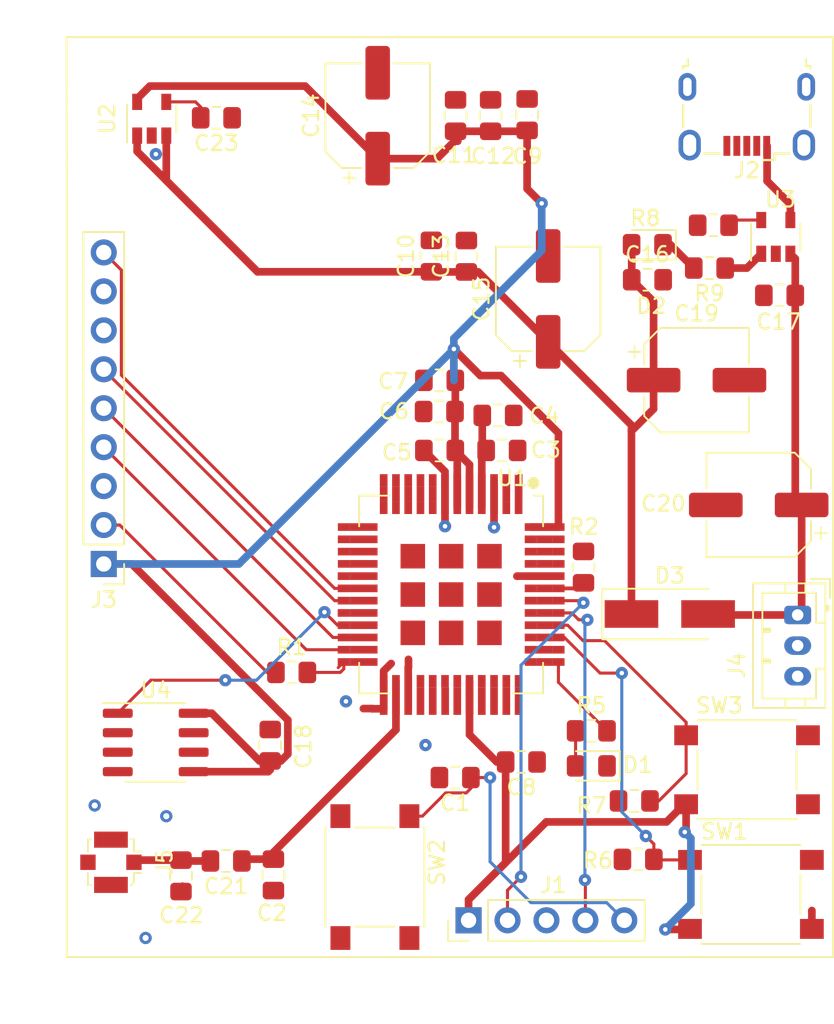
<source format=kicad_pcb>
(kicad_pcb (version 20171130) (host pcbnew 5.1.5-52549c5~84~ubuntu18.04.1)

  (general
    (thickness 1.6)
    (drawings 6)
    (tracks 243)
    (zones 0)
    (modules 45)
    (nets 55)
  )

  (page A4)
  (layers
    (0 F.Cu signal)
    (31 B.Cu signal)
    (32 B.Adhes user)
    (33 F.Adhes user)
    (34 B.Paste user)
    (35 F.Paste user)
    (36 B.SilkS user)
    (37 F.SilkS user)
    (38 B.Mask user)
    (39 F.Mask user)
    (40 Dwgs.User user)
    (41 Cmts.User user)
    (42 Eco1.User user)
    (43 Eco2.User user)
    (44 Edge.Cuts user)
    (45 Margin user)
    (46 B.CrtYd user)
    (47 F.CrtYd user)
    (48 B.Fab user)
    (49 F.Fab user)
  )

  (setup
    (last_trace_width 0.25)
    (trace_clearance 0.2)
    (zone_clearance 0.508)
    (zone_45_only no)
    (trace_min 0.2)
    (via_size 0.8)
    (via_drill 0.4)
    (via_min_size 0.8)
    (via_min_drill 0.3)
    (uvia_size 0.3)
    (uvia_drill 0.1)
    (uvias_allowed no)
    (uvia_min_size 0.3)
    (uvia_min_drill 0.1)
    (edge_width 0.05)
    (segment_width 0.2)
    (pcb_text_width 0.3)
    (pcb_text_size 1.5 1.5)
    (mod_edge_width 0.12)
    (mod_text_size 1 1)
    (mod_text_width 0.15)
    (pad_size 1.524 1.524)
    (pad_drill 0.762)
    (pad_to_mask_clearance 0.051)
    (solder_mask_min_width 0.25)
    (aux_axis_origin 0 0)
    (visible_elements FFFFFF7F)
    (pcbplotparams
      (layerselection 0x010c0_ffffffff)
      (usegerberextensions false)
      (usegerberattributes false)
      (usegerberadvancedattributes false)
      (creategerberjobfile false)
      (excludeedgelayer true)
      (linewidth 0.100000)
      (plotframeref false)
      (viasonmask false)
      (mode 1)
      (useauxorigin false)
      (hpglpennumber 1)
      (hpglpenspeed 20)
      (hpglpendiameter 15.000000)
      (psnegative false)
      (psa4output false)
      (plotreference true)
      (plotvalue true)
      (plotinvisibletext false)
      (padsonsilk false)
      (subtractmaskfromsilk false)
      (outputformat 1)
      (mirror false)
      (drillshape 0)
      (scaleselection 1)
      (outputdirectory "gerber/"))
  )

  (net 0 "")
  (net 1 +3V3)
  (net 2 "Net-(C10-Pad1)")
  (net 3 /NRST)
  (net 4 "Net-(J2-Pad2)")
  (net 5 "Net-(J2-Pad3)")
  (net 6 "Net-(J2-Pad4)")
  (net 7 "Net-(R2-Pad1)")
  (net 8 "Net-(U1-Pad38)")
  (net 9 "Net-(U1-Pad20)")
  (net 10 "Net-(U1-Pad17)")
  (net 11 "Net-(U1-Pad16)")
  (net 12 "Net-(U1-Pad15)")
  (net 13 "Net-(U1-Pad14)")
  (net 14 "Net-(U1-Pad13)")
  (net 15 "Net-(U1-Pad12)")
  (net 16 "Net-(U1-Pad36)")
  (net 17 "Net-(U1-Pad35)")
  (net 18 "Net-(U1-Pad33)")
  (net 19 "Net-(U1-Pad31)")
  (net 20 "Net-(U1-Pad30)")
  (net 21 "Net-(U1-Pad29)")
  (net 22 "Net-(U1-Pad28)")
  (net 23 "Net-(U1-Pad11)")
  (net 24 "Net-(U1-Pad10)")
  (net 25 "Net-(U1-Pad9)")
  (net 26 "Net-(U1-Pad8)")
  (net 27 "Net-(U1-Pad2)")
  (net 28 "Net-(U1-Pad1)")
  (net 29 "Net-(U1-Pad47)")
  (net 30 GND)
  (net 31 "Net-(C2-Pad2)")
  (net 32 "Net-(C21-Pad2)")
  (net 33 "Net-(D1-Pad2)")
  (net 34 "Net-(D2-Pad1)")
  (net 35 /SWDIO)
  (net 36 /SWCLK)
  (net 37 /enable)
  (net 38 /VbAt)
  (net 39 "/3DF(3D-FiX_indicator)")
  (net 40 /TX)
  (net 41 /RX)
  (net 42 "/1pps(1_pulse_per_second)")
  (net 43 "Net-(J4-Pad3)")
  (net 44 "Net-(R1-Pad2)")
  (net 45 "Net-(R5-Pad2)")
  (net 46 "Net-(R6-Pad1)")
  (net 47 "Net-(R7-Pad1)")
  (net 48 "Net-(R8-Pad1)")
  (net 49 "Net-(R9-Pad1)")
  (net 50 /temperature)
  (net 51 "Net-(U1-Pad45)")
  (net 52 "Net-(U1-Pad46)")
  (net 53 "Net-(C17-Pad2)")
  (net 54 "Net-(C23-Pad2)")

  (net_class Default "This is the default net class."
    (clearance 0.2)
    (trace_width 0.25)
    (via_dia 0.8)
    (via_drill 0.4)
    (uvia_dia 0.3)
    (uvia_drill 0.1)
    (add_net "/1pps(1_pulse_per_second)")
    (add_net "/3DF(3D-FiX_indicator)")
    (add_net /NRST)
    (add_net /RX)
    (add_net /SWCLK)
    (add_net /SWDIO)
    (add_net /TX)
    (add_net /VbAt)
    (add_net /enable)
    (add_net /temperature)
    (add_net "Net-(C2-Pad2)")
    (add_net "Net-(C21-Pad2)")
    (add_net "Net-(C23-Pad2)")
    (add_net "Net-(D1-Pad2)")
    (add_net "Net-(J2-Pad2)")
    (add_net "Net-(J2-Pad3)")
    (add_net "Net-(J2-Pad4)")
    (add_net "Net-(J4-Pad3)")
    (add_net "Net-(R1-Pad2)")
    (add_net "Net-(R2-Pad1)")
    (add_net "Net-(R5-Pad2)")
    (add_net "Net-(R6-Pad1)")
    (add_net "Net-(R7-Pad1)")
    (add_net "Net-(R8-Pad1)")
    (add_net "Net-(U1-Pad1)")
    (add_net "Net-(U1-Pad10)")
    (add_net "Net-(U1-Pad11)")
    (add_net "Net-(U1-Pad12)")
    (add_net "Net-(U1-Pad13)")
    (add_net "Net-(U1-Pad14)")
    (add_net "Net-(U1-Pad15)")
    (add_net "Net-(U1-Pad16)")
    (add_net "Net-(U1-Pad17)")
    (add_net "Net-(U1-Pad2)")
    (add_net "Net-(U1-Pad20)")
    (add_net "Net-(U1-Pad28)")
    (add_net "Net-(U1-Pad29)")
    (add_net "Net-(U1-Pad30)")
    (add_net "Net-(U1-Pad31)")
    (add_net "Net-(U1-Pad33)")
    (add_net "Net-(U1-Pad35)")
    (add_net "Net-(U1-Pad36)")
    (add_net "Net-(U1-Pad38)")
    (add_net "Net-(U1-Pad45)")
    (add_net "Net-(U1-Pad46)")
    (add_net "Net-(U1-Pad47)")
    (add_net "Net-(U1-Pad8)")
    (add_net "Net-(U1-Pad9)")
  )

  (net_class Power ""
    (clearance 0.2)
    (trace_width 0.5)
    (via_dia 0.8)
    (via_drill 0.3)
    (uvia_dia 0.3)
    (uvia_drill 0.1)
    (add_net +3V3)
    (add_net GND)
    (add_net "Net-(C10-Pad1)")
    (add_net "Net-(C17-Pad2)")
    (add_net "Net-(D2-Pad1)")
    (add_net "Net-(R9-Pad1)")
  )

  (module lab1_CMWX1ZZABZ-078:CMWX1ZZABZ_longer_pads (layer F.Cu) (tedit 5E30010D) (tstamp 5E425E1B)
    (at 275.082 276.352 270)
    (descr https://wireless.murata.com/RFM/data/type_abz.pdf)
    (tags "iot lora sigfox")
    (path /5E286E45)
    (attr smd)
    (fp_text reference U1 (at -7.6 -4 180) (layer F.SilkS)
      (effects (font (size 1 1) (thickness 0.15)))
    )
    (fp_text value CMWX1ZZABZ-078 (at 0 7.2 90) (layer F.Fab)
      (effects (font (size 1 1) (thickness 0.15)))
    )
    (fp_circle (center -7.27 -5.37) (end -7.07 -5.37) (layer F.SilkS) (width 0.4))
    (fp_circle (center -7.27 -5.37) (end -7.07 -5.37) (layer F.CrtYd) (width 0.4))
    (fp_text user %R (at 0 0 90) (layer F.Fab)
      (effects (font (size 1 1) (thickness 0.15)))
    )
    (fp_line (start 6.5 -6.05) (end 6.5 6.05) (layer F.CrtYd) (width 0.05))
    (fp_line (start -6.5 -6.05) (end 6.5 -6.05) (layer F.CrtYd) (width 0.05))
    (fp_line (start -6.5 6.05) (end -6.5 -6.05) (layer F.CrtYd) (width 0.05))
    (fp_line (start -6.5 6.05) (end 6.5 6.05) (layer F.CrtYd) (width 0.05))
    (fp_line (start -5.25 -5.8) (end -6.25 -4.8) (layer F.Fab) (width 0.1))
    (fp_line (start -6.25 -4.8) (end -6.25 5.8) (layer F.Fab) (width 0.1))
    (fp_line (start -6.25 5.8) (end 6.25 5.8) (layer F.Fab) (width 0.1))
    (fp_line (start 6.25 -5.8) (end 6.25 5.8) (layer F.Fab) (width 0.1))
    (fp_line (start -5.25 -5.8) (end 6.25 -5.8) (layer F.Fab) (width 0.1))
    (fp_line (start 6.45 -6) (end 6.45 -4) (layer F.SilkS) (width 0.12))
    (fp_line (start 4.45 -6) (end 6.45 -6) (layer F.SilkS) (width 0.12))
    (fp_line (start -6.45 -6) (end -4.45 -6) (layer F.SilkS) (width 0.12))
    (fp_line (start -6.45 -6) (end -6.45 -5.4) (layer F.SilkS) (width 0.12))
    (fp_line (start 4.45 6) (end 6.45 6) (layer F.SilkS) (width 0.12))
    (fp_line (start 6.45 4) (end 6.45 6) (layer F.SilkS) (width 0.12))
    (fp_line (start -6.45 6) (end -4.45 6) (layer F.SilkS) (width 0.12))
    (fp_line (start -6.45 4) (end -6.45 6) (layer F.SilkS) (width 0.12))
    (pad 48 connect rect (at -4.4 -6.1 180) (size 1 0.5) (layers F.Cu)
      (net 1 +3V3))
    (pad 48 smd rect (at -4.4 -7 180) (size 0.8 0.5) (layers F.Cu F.Paste F.Mask)
      (net 1 +3V3))
    (pad 47 connect rect (at -3.6 -6.1 180) (size 1 0.5) (layers F.Cu)
      (net 29 "Net-(U1-Pad47)"))
    (pad 47 smd rect (at -3.6 -7 180) (size 0.8 0.5) (layers F.Cu F.Paste F.Mask)
      (net 29 "Net-(U1-Pad47)"))
    (pad 46 connect rect (at -2.8 -6.1 180) (size 1 0.5) (layers F.Cu)
      (net 52 "Net-(U1-Pad46)"))
    (pad 46 smd rect (at -2.8 -7 180) (size 0.8 0.5) (layers F.Cu F.Paste F.Mask)
      (net 52 "Net-(U1-Pad46)"))
    (pad 45 connect rect (at -2 -6.1 180) (size 1 0.5) (layers F.Cu)
      (net 51 "Net-(U1-Pad45)"))
    (pad 45 smd rect (at -2 -7 180) (size 0.8 0.5) (layers F.Cu F.Paste F.Mask)
      (net 51 "Net-(U1-Pad45)"))
    (pad 44 connect rect (at -1.2 -6.1 180) (size 1 0.5) (layers F.Cu)
      (net 30 GND))
    (pad 44 smd rect (at -1.2 -7 180) (size 0.8 0.5) (layers F.Cu F.Paste F.Mask)
      (net 30 GND))
    (pad 43 connect rect (at -0.4 -6.1 180) (size 1 0.5) (layers F.Cu)
      (net 7 "Net-(R2-Pad1)"))
    (pad 43 smd rect (at -0.4 -7 180) (size 0.8 0.5) (layers F.Cu F.Paste F.Mask)
      (net 7 "Net-(R2-Pad1)"))
    (pad 42 connect rect (at 0.4 -6.1 180) (size 1 0.5) (layers F.Cu)
      (net 36 /SWCLK))
    (pad 42 smd rect (at 0.4 -7 180) (size 0.8 0.5) (layers F.Cu F.Paste F.Mask)
      (net 36 /SWCLK))
    (pad 41 connect rect (at 1.2 -6.1 180) (size 1 0.5) (layers F.Cu)
      (net 35 /SWDIO))
    (pad 41 smd rect (at 1.2 -7 180) (size 0.8 0.5) (layers F.Cu F.Paste F.Mask)
      (net 35 /SWDIO))
    (pad 40 connect rect (at 2 -6.1 180) (size 1 0.5) (layers F.Cu)
      (net 47 "Net-(R7-Pad1)"))
    (pad 40 smd rect (at 2 -7 180) (size 0.8 0.5) (layers F.Cu F.Paste F.Mask)
      (net 47 "Net-(R7-Pad1)"))
    (pad 39 connect rect (at 2.8 -6.1 180) (size 1 0.5) (layers F.Cu)
      (net 46 "Net-(R6-Pad1)"))
    (pad 39 smd rect (at 2.8 -7 180) (size 0.8 0.5) (layers F.Cu F.Paste F.Mask)
      (net 46 "Net-(R6-Pad1)"))
    (pad 38 connect rect (at 3.6 -6.1 180) (size 1 0.5) (layers F.Cu)
      (net 8 "Net-(U1-Pad38)"))
    (pad 38 smd rect (at 3.6 -7 180) (size 0.8 0.5) (layers F.Cu F.Paste F.Mask)
      (net 8 "Net-(U1-Pad38)"))
    (pad 37 smd rect (at 4.4 -7 180) (size 0.8 0.5) (layers F.Cu F.Paste F.Mask)
      (net 45 "Net-(R5-Pad2)"))
    (pad 37 connect rect (at 4.4 -6.1 180) (size 1 0.5) (layers F.Cu)
      (net 45 "Net-(R5-Pad2)"))
    (pad 36 smd rect (at 7.45 -4.4 90) (size 0.8 0.5) (layers F.Cu F.Paste F.Mask)
      (net 16 "Net-(U1-Pad36)"))
    (pad 36 connect rect (at 6.55 -4.4 90) (size 1 0.5) (layers F.Cu)
      (net 16 "Net-(U1-Pad36)"))
    (pad 35 smd rect (at 7.45 -3.6 90) (size 0.8 0.5) (layers F.Cu F.Paste F.Mask)
      (net 17 "Net-(U1-Pad35)"))
    (pad 35 connect rect (at 6.55 -3.6 90) (size 1 0.5) (layers F.Cu)
      (net 17 "Net-(U1-Pad35)"))
    (pad 34 smd rect (at 7.45 -2.8 90) (size 0.8 0.5) (layers F.Cu F.Paste F.Mask)
      (net 3 /NRST))
    (pad 34 connect rect (at 6.55 -2.8 90) (size 1 0.5) (layers F.Cu)
      (net 3 /NRST))
    (pad 33 smd rect (at 7.45 -2 90) (size 0.8 0.5) (layers F.Cu F.Paste F.Mask)
      (net 18 "Net-(U1-Pad33)"))
    (pad 33 connect rect (at 6.55 -2 90) (size 1 0.5) (layers F.Cu)
      (net 18 "Net-(U1-Pad33)"))
    (pad 32 smd rect (at 7.45 -1.2 90) (size 0.8 0.5) (layers F.Cu F.Paste F.Mask)
      (net 1 +3V3))
    (pad 32 connect rect (at 6.55 -1.2 90) (size 1 0.5) (layers F.Cu)
      (net 1 +3V3))
    (pad 31 smd rect (at 7.45 -0.4 90) (size 0.8 0.5) (layers F.Cu F.Paste F.Mask)
      (net 19 "Net-(U1-Pad31)"))
    (pad 31 connect rect (at 6.55 -0.4 90) (size 1 0.5) (layers F.Cu)
      (net 19 "Net-(U1-Pad31)"))
    (pad 30 smd rect (at 7.45 0.39 90) (size 0.8 0.5) (layers F.Cu F.Paste F.Mask)
      (net 20 "Net-(U1-Pad30)"))
    (pad 30 connect rect (at 6.55 0.39 90) (size 1 0.5) (layers F.Cu)
      (net 20 "Net-(U1-Pad30)"))
    (pad 29 smd rect (at 7.45 1.2 90) (size 0.8 0.5) (layers F.Cu F.Paste F.Mask)
      (net 21 "Net-(U1-Pad29)"))
    (pad 29 connect rect (at 6.55 1.2 90) (size 1 0.5) (layers F.Cu)
      (net 21 "Net-(U1-Pad29)"))
    (pad 28 smd rect (at 7.45 2 90) (size 0.8 0.5) (layers F.Cu F.Paste F.Mask)
      (net 22 "Net-(U1-Pad28)"))
    (pad 28 connect rect (at 6.55 2 90) (size 1 0.5) (layers F.Cu)
      (net 22 "Net-(U1-Pad28)"))
    (pad 27 smd rect (at 7.45 2.8 90) (size 0.8 0.5) (layers F.Cu F.Paste F.Mask)
      (net 30 GND))
    (pad 27 connect rect (at 6.55 2.8 90) (size 1 0.5) (layers F.Cu)
      (net 30 GND))
    (pad 26 smd rect (at 7.45 3.6 90) (size 0.8 0.5) (layers F.Cu F.Paste F.Mask)
      (net 31 "Net-(C2-Pad2)"))
    (pad 26 connect rect (at 6.55 3.6 90) (size 1 0.5) (layers F.Cu)
      (net 31 "Net-(C2-Pad2)"))
    (pad 25 connect rect (at 6.55 4.4 90) (size 1 0.5) (layers F.Cu)
      (net 30 GND))
    (pad 25 smd rect (at 7.45 4.4 90) (size 0.8 0.5) (layers F.Cu F.Paste F.Mask)
      (net 30 GND))
    (pad 24 connect rect (at 4.4 6.1) (size 1 0.5) (layers F.Cu)
      (net 44 "Net-(R1-Pad2)"))
    (pad 24 smd rect (at 4.4 7) (size 0.8 0.5) (layers F.Cu F.Paste F.Mask)
      (net 44 "Net-(R1-Pad2)"))
    (pad 23 connect rect (at 3.6 6.1) (size 1 0.5) (layers F.Cu)
      (net 39 "/3DF(3D-FiX_indicator)"))
    (pad 23 smd rect (at 3.6 7) (size 0.8 0.5) (layers F.Cu F.Paste F.Mask)
      (net 39 "/3DF(3D-FiX_indicator)"))
    (pad 22 connect rect (at 2.8 6.1) (size 1 0.5) (layers F.Cu)
      (net 40 /TX))
    (pad 22 smd rect (at 2.8 7) (size 0.8 0.5) (layers F.Cu F.Paste F.Mask)
      (net 40 /TX))
    (pad 21 connect rect (at 2 6.1) (size 1 0.5) (layers F.Cu)
      (net 50 /temperature))
    (pad 21 smd rect (at 2 7) (size 0.8 0.5) (layers F.Cu F.Paste F.Mask)
      (net 50 /temperature))
    (pad 20 connect rect (at 1.2 6.1) (size 1 0.5) (layers F.Cu)
      (net 9 "Net-(U1-Pad20)"))
    (pad 20 smd rect (at 1.2 7) (size 0.8 0.5) (layers F.Cu F.Paste F.Mask)
      (net 9 "Net-(U1-Pad20)"))
    (pad 19 smd rect (at 0.4 7) (size 0.8 0.5) (layers F.Cu F.Paste F.Mask)
      (net 41 /RX))
    (pad 19 connect rect (at 0.4 6.1) (size 1 0.5) (layers F.Cu)
      (net 41 /RX))
    (pad 18 connect rect (at -0.4 6.1) (size 1 0.5) (layers F.Cu)
      (net 42 "/1pps(1_pulse_per_second)"))
    (pad 18 smd rect (at -0.4 7) (size 0.8 0.5) (layers F.Cu F.Paste F.Mask)
      (net 42 "/1pps(1_pulse_per_second)"))
    (pad 17 connect rect (at -1.2 6.1) (size 1 0.5) (layers F.Cu)
      (net 10 "Net-(U1-Pad17)"))
    (pad 17 smd rect (at -1.2 7) (size 0.8 0.5) (layers F.Cu F.Paste F.Mask)
      (net 10 "Net-(U1-Pad17)"))
    (pad 16 connect rect (at -2 6.09) (size 1 0.5) (layers F.Cu)
      (net 11 "Net-(U1-Pad16)"))
    (pad 16 smd rect (at -2 6.99) (size 0.8 0.5) (layers F.Cu F.Paste F.Mask)
      (net 11 "Net-(U1-Pad16)"))
    (pad 15 connect rect (at -2.8 6.09) (size 1 0.5) (layers F.Cu)
      (net 12 "Net-(U1-Pad15)"))
    (pad 15 smd rect (at -2.8 6.99) (size 0.8 0.5) (layers F.Cu F.Paste F.Mask)
      (net 12 "Net-(U1-Pad15)"))
    (pad 14 connect rect (at -3.6 6.09) (size 1 0.5) (layers F.Cu)
      (net 13 "Net-(U1-Pad14)"))
    (pad 14 smd rect (at -3.6 6.99) (size 0.8 0.5) (layers F.Cu F.Paste F.Mask)
      (net 13 "Net-(U1-Pad14)"))
    (pad 13 smd rect (at -4.4 6.99) (size 0.8 0.5) (layers F.Cu F.Paste F.Mask)
      (net 14 "Net-(U1-Pad13)"))
    (pad 13 connect rect (at -4.4 6.09) (size 1 0.5) (layers F.Cu)
      (net 14 "Net-(U1-Pad13)"))
    (pad 12 connect rect (at -6.55 4.4 270) (size 1 0.5) (layers F.Cu)
      (net 15 "Net-(U1-Pad12)"))
    (pad 12 smd rect (at -7.45 4.4 270) (size 0.8 0.5) (layers F.Cu F.Paste F.Mask)
      (net 15 "Net-(U1-Pad12)"))
    (pad 11 connect rect (at -6.55 3.6 270) (size 1 0.5) (layers F.Cu)
      (net 23 "Net-(U1-Pad11)"))
    (pad 11 smd rect (at -7.45 3.6 270) (size 0.8 0.5) (layers F.Cu F.Paste F.Mask)
      (net 23 "Net-(U1-Pad11)"))
    (pad 10 connect rect (at -6.55 2.8 270) (size 1 0.5) (layers F.Cu)
      (net 24 "Net-(U1-Pad10)"))
    (pad 10 smd rect (at -7.45 2.8 270) (size 0.8 0.5) (layers F.Cu F.Paste F.Mask)
      (net 24 "Net-(U1-Pad10)"))
    (pad 9 connect rect (at -6.55 2 270) (size 1 0.5) (layers F.Cu)
      (net 25 "Net-(U1-Pad9)"))
    (pad 9 smd rect (at -7.45 2 270) (size 0.8 0.5) (layers F.Cu F.Paste F.Mask)
      (net 25 "Net-(U1-Pad9)"))
    (pad 8 connect rect (at -6.55 1.2 270) (size 1 0.5) (layers F.Cu)
      (net 26 "Net-(U1-Pad8)"))
    (pad 8 smd rect (at -7.45 1.2 270) (size 0.8 0.5) (layers F.Cu F.Paste F.Mask)
      (net 26 "Net-(U1-Pad8)"))
    (pad 7 connect rect (at -6.55 0.4 270) (size 1 0.5) (layers F.Cu)
      (net 30 GND))
    (pad 7 smd rect (at -7.45 0.4 270) (size 0.8 0.5) (layers F.Cu F.Paste F.Mask)
      (net 30 GND))
    (pad 6 connect rect (at -6.55 -0.4 270) (size 1 0.5) (layers F.Cu)
      (net 1 +3V3))
    (pad 6 smd rect (at -7.45 -0.4 270) (size 0.8 0.5) (layers F.Cu F.Paste F.Mask)
      (net 1 +3V3))
    (pad 5 connect rect (at -6.55 -1.2 270) (size 1 0.5) (layers F.Cu)
      (net 1 +3V3))
    (pad 5 smd rect (at -7.45 -1.2 270) (size 0.8 0.5) (layers F.Cu F.Paste F.Mask)
      (net 1 +3V3))
    (pad 4 connect rect (at -6.55 -2 270) (size 1 0.5) (layers F.Cu)
      (net 1 +3V3))
    (pad 4 smd rect (at -7.45 -2 270) (size 0.8 0.5) (layers F.Cu F.Paste F.Mask)
      (net 1 +3V3))
    (pad 3 connect rect (at -6.55 -2.8 270) (size 1 0.5) (layers F.Cu)
      (net 30 GND))
    (pad 3 smd rect (at -7.45 -2.8 270) (size 0.8 0.5) (layers F.Cu F.Paste F.Mask)
      (net 30 GND))
    (pad 2 smd rect (at -7.45 -3.6 270) (size 0.8 0.5) (layers F.Cu F.Paste F.Mask)
      (net 27 "Net-(U1-Pad2)"))
    (pad 2 connect rect (at -6.55 -3.6 270) (size 1 0.5) (layers F.Cu)
      (net 27 "Net-(U1-Pad2)"))
    (pad 1 smd rect (at -7.45 -4.4 270) (size 0.8 0.5) (layers F.Cu F.Paste F.Mask)
      (net 28 "Net-(U1-Pad1)"))
    (pad 1 connect rect (at -6.55 -4.4 270) (size 1 0.5) (layers F.Cu)
      (net 28 "Net-(U1-Pad1)"))
    (pad 1 smd rect (at -7.45 -4.4 270) (size 0.8 0.5) (layers F.Cu F.Paste F.Mask)
      (net 28 "Net-(U1-Pad1)"))
    (pad 1 connect rect (at -6.55 -4.4 270) (size 1 0.5) (layers F.Cu)
      (net 28 "Net-(U1-Pad1)"))
    (pad 57 smd rect (at 2.5 2.5) (size 1.6 1.6) (layers F.Cu F.Paste F.Mask)
      (net 30 GND))
    (pad 56 smd rect (at 0 2.5) (size 1.6 1.6) (layers F.Cu F.Paste F.Mask)
      (net 30 GND))
    (pad 55 smd rect (at -2.5 2.5) (size 1.6 1.6) (layers F.Cu F.Paste F.Mask)
      (net 30 GND))
    (pad 54 smd rect (at 2.5 0) (size 1.6 1.6) (layers F.Cu F.Paste F.Mask)
      (net 30 GND))
    (pad 53 smd rect (at 0 0) (size 1.6 1.6) (layers F.Cu F.Paste F.Mask)
      (net 30 GND))
    (pad 52 smd rect (at -2.5 0) (size 1.6 1.6) (layers F.Cu F.Paste F.Mask)
      (net 30 GND))
    (pad 51 smd rect (at 2.5 -2.5) (size 1.6 1.6) (layers F.Cu F.Paste F.Mask)
      (net 30 GND))
    (pad 50 smd rect (at 0 -2.5) (size 1.6 1.6) (layers F.Cu F.Paste F.Mask)
      (net 30 GND))
    (pad 49 smd rect (at -2.5 -2.5) (size 1.6 1.6) (layers F.Cu F.Paste F.Mask)
      (net 30 GND))
    (pad 48 smd rect (at -4.4 -5.2) (size 0.8 0.5) (layers F.Cu F.Paste F.Mask)
      (net 1 +3V3))
    (pad 47 smd rect (at -3.6 -5.2) (size 0.8 0.5) (layers F.Cu F.Paste F.Mask)
      (net 29 "Net-(U1-Pad47)"))
    (pad 46 smd rect (at -2.8 -5.2) (size 0.8 0.5) (layers F.Cu F.Paste F.Mask)
      (net 52 "Net-(U1-Pad46)"))
    (pad 45 smd rect (at -2 -5.2) (size 0.8 0.5) (layers F.Cu F.Paste F.Mask)
      (net 51 "Net-(U1-Pad45)"))
    (pad 44 smd rect (at -1.2 -5.2) (size 0.8 0.5) (layers F.Cu F.Paste F.Mask)
      (net 30 GND))
    (pad 43 smd rect (at -0.4 -5.2) (size 0.8 0.5) (layers F.Cu F.Paste F.Mask)
      (net 7 "Net-(R2-Pad1)"))
    (pad 42 smd rect (at 0.4 -5.2) (size 0.8 0.5) (layers F.Cu F.Paste F.Mask)
      (net 36 /SWCLK))
    (pad 1 smd rect (at -5.65 -4.4 270) (size 0.8 0.5) (layers F.Cu F.Paste F.Mask)
      (net 28 "Net-(U1-Pad1)"))
    (pad 2 smd rect (at -5.65 -3.6 270) (size 0.8 0.5) (layers F.Cu F.Paste F.Mask)
      (net 27 "Net-(U1-Pad2)"))
    (pad 3 smd rect (at -5.65 -2.8 270) (size 0.8 0.5) (layers F.Cu F.Paste F.Mask)
      (net 30 GND))
    (pad 4 smd rect (at -5.65 -2 270) (size 0.8 0.5) (layers F.Cu F.Paste F.Mask)
      (net 1 +3V3))
    (pad 5 smd rect (at -5.65 -1.2 270) (size 0.8 0.5) (layers F.Cu F.Paste F.Mask)
      (net 1 +3V3))
    (pad 6 smd rect (at -5.65 -0.4 270) (size 0.8 0.5) (layers F.Cu F.Paste F.Mask)
      (net 1 +3V3))
    (pad 7 smd rect (at -5.65 0.4 270) (size 0.8 0.5) (layers F.Cu F.Paste F.Mask)
      (net 30 GND))
    (pad 8 smd rect (at -5.65 1.2 270) (size 0.8 0.5) (layers F.Cu F.Paste F.Mask)
      (net 26 "Net-(U1-Pad8)"))
    (pad 9 smd rect (at -5.65 2 270) (size 0.8 0.5) (layers F.Cu F.Paste F.Mask)
      (net 25 "Net-(U1-Pad9)"))
    (pad 10 smd rect (at -5.65 2.8 270) (size 0.8 0.5) (layers F.Cu F.Paste F.Mask)
      (net 24 "Net-(U1-Pad10)"))
    (pad 11 smd rect (at -5.65 3.6 270) (size 0.8 0.5) (layers F.Cu F.Paste F.Mask)
      (net 23 "Net-(U1-Pad11)"))
    (pad 27 smd rect (at 5.65 2.8 270) (size 0.8 0.5) (layers F.Cu F.Paste F.Mask)
      (net 30 GND))
    (pad 28 smd rect (at 5.65 2 270) (size 0.8 0.5) (layers F.Cu F.Paste F.Mask)
      (net 22 "Net-(U1-Pad28)"))
    (pad 29 smd rect (at 5.65 1.2 270) (size 0.8 0.5) (layers F.Cu F.Paste F.Mask)
      (net 21 "Net-(U1-Pad29)"))
    (pad 30 smd rect (at 5.65 0.4 270) (size 0.8 0.5) (layers F.Cu F.Paste F.Mask)
      (net 20 "Net-(U1-Pad30)"))
    (pad 31 smd rect (at 5.65 -0.4 270) (size 0.8 0.5) (layers F.Cu F.Paste F.Mask)
      (net 19 "Net-(U1-Pad31)"))
    (pad 32 smd rect (at 5.65 -1.2 270) (size 0.8 0.5) (layers F.Cu F.Paste F.Mask)
      (net 1 +3V3))
    (pad 33 smd rect (at 5.65 -2 270) (size 0.8 0.5) (layers F.Cu F.Paste F.Mask)
      (net 18 "Net-(U1-Pad33)"))
    (pad 34 smd rect (at 5.65 -2.8 270) (size 0.8 0.5) (layers F.Cu F.Paste F.Mask)
      (net 3 /NRST))
    (pad 35 smd rect (at 5.65 -3.6 270) (size 0.8 0.5) (layers F.Cu F.Paste F.Mask)
      (net 17 "Net-(U1-Pad35)"))
    (pad 36 smd rect (at 5.65 -4.4 270) (size 0.8 0.5) (layers F.Cu F.Paste F.Mask)
      (net 16 "Net-(U1-Pad36)"))
    (pad 37 smd rect (at 4.4 -5.2) (size 0.8 0.5) (layers F.Cu F.Paste F.Mask)
      (net 45 "Net-(R5-Pad2)"))
    (pad 39 smd rect (at 2.8 -5.2) (size 0.8 0.5) (layers F.Cu F.Paste F.Mask)
      (net 46 "Net-(R6-Pad1)"))
    (pad 40 smd rect (at 2 -5.2) (size 0.8 0.5) (layers F.Cu F.Paste F.Mask)
      (net 47 "Net-(R7-Pad1)"))
    (pad 41 smd rect (at 1.2 -5.2) (size 0.8 0.5) (layers F.Cu F.Paste F.Mask)
      (net 35 /SWDIO))
    (pad 12 smd rect (at -5.65 4.4 270) (size 0.8 0.5) (layers F.Cu F.Paste F.Mask)
      (net 15 "Net-(U1-Pad12)"))
    (pad 13 smd rect (at -4.4 5.2) (size 0.8 0.5) (layers F.Cu F.Paste F.Mask)
      (net 14 "Net-(U1-Pad13)"))
    (pad 14 smd rect (at -3.6 5.2) (size 0.8 0.5) (layers F.Cu F.Paste F.Mask)
      (net 13 "Net-(U1-Pad14)"))
    (pad 15 smd rect (at -2.8 5.2) (size 0.8 0.5) (layers F.Cu F.Paste F.Mask)
      (net 12 "Net-(U1-Pad15)"))
    (pad 16 smd rect (at -2 5.2) (size 0.8 0.5) (layers F.Cu F.Paste F.Mask)
      (net 11 "Net-(U1-Pad16)"))
    (pad 17 smd rect (at -1.2 5.2) (size 0.8 0.5) (layers F.Cu F.Paste F.Mask)
      (net 10 "Net-(U1-Pad17)"))
    (pad 18 smd rect (at -0.4 5.2) (size 0.8 0.5) (layers F.Cu F.Paste F.Mask)
      (net 42 "/1pps(1_pulse_per_second)"))
    (pad 19 smd rect (at 0.4 5.2) (size 0.8 0.5) (layers F.Cu F.Paste F.Mask)
      (net 41 /RX))
    (pad 20 smd rect (at 1.2 5.2 180) (size 0.8 0.5) (layers F.Cu F.Paste F.Mask)
      (net 9 "Net-(U1-Pad20)"))
    (pad 21 smd rect (at 2 5.2 180) (size 0.8 0.5) (layers F.Cu F.Paste F.Mask)
      (net 50 /temperature))
    (pad 22 smd rect (at 2.8 5.2 180) (size 0.8 0.5) (layers F.Cu F.Paste F.Mask)
      (net 40 /TX))
    (pad 23 smd rect (at 3.6 5.2 180) (size 0.8 0.5) (layers F.Cu F.Paste F.Mask)
      (net 39 "/3DF(3D-FiX_indicator)"))
    (pad 24 smd rect (at 4.4 5.2 180) (size 0.8 0.5) (layers F.Cu F.Paste F.Mask)
      (net 44 "Net-(R1-Pad2)"))
    (pad 25 smd rect (at 5.65 4.4 270) (size 0.8 0.5) (layers F.Cu F.Paste F.Mask)
      (net 30 GND))
    (pad 26 smd rect (at 5.65 3.6 270) (size 0.8 0.5) (layers F.Cu F.Paste F.Mask)
      (net 31 "Net-(C2-Pad2)"))
    (pad 38 smd rect (at 3.6 -5.2) (size 0.8 0.5) (layers F.Cu F.Paste F.Mask)
      (net 8 "Net-(U1-Pad38)"))
    (model ${KISYS3DMOD}/RF_Module.3dshapes/CMWX1ZZABZ.wrl
      (at (xyz 0 0 0))
      (scale (xyz 1 1 1))
      (rotate (xyz 0 0 0))
    )
  )

  (module Capacitor_SMD:C_0805_2012Metric_Pad1.15x1.40mm_HandSolder (layer F.Cu) (tedit 5B36C52B) (tstamp 5E419732)
    (at 275.345 288.29 180)
    (descr "Capacitor SMD 0805 (2012 Metric), square (rectangular) end terminal, IPC_7351 nominal with elongated pad for handsoldering. (Body size source: https://docs.google.com/spreadsheets/d/1BsfQQcO9C6DZCsRaXUlFlo91Tg2WpOkGARC1WS5S8t0/edit?usp=sharing), generated with kicad-footprint-generator")
    (tags "capacitor handsolder")
    (path /5E453D2C)
    (attr smd)
    (fp_text reference C1 (at 0 -1.65) (layer F.SilkS)
      (effects (font (size 1 1) (thickness 0.15)))
    )
    (fp_text value 0.1u (at 0 1.65) (layer F.Fab)
      (effects (font (size 1 1) (thickness 0.15)))
    )
    (fp_line (start -1 0.6) (end -1 -0.6) (layer F.Fab) (width 0.1))
    (fp_line (start -1 -0.6) (end 1 -0.6) (layer F.Fab) (width 0.1))
    (fp_line (start 1 -0.6) (end 1 0.6) (layer F.Fab) (width 0.1))
    (fp_line (start 1 0.6) (end -1 0.6) (layer F.Fab) (width 0.1))
    (fp_line (start -0.261252 -0.71) (end 0.261252 -0.71) (layer F.SilkS) (width 0.12))
    (fp_line (start -0.261252 0.71) (end 0.261252 0.71) (layer F.SilkS) (width 0.12))
    (fp_line (start -1.85 0.95) (end -1.85 -0.95) (layer F.CrtYd) (width 0.05))
    (fp_line (start -1.85 -0.95) (end 1.85 -0.95) (layer F.CrtYd) (width 0.05))
    (fp_line (start 1.85 -0.95) (end 1.85 0.95) (layer F.CrtYd) (width 0.05))
    (fp_line (start 1.85 0.95) (end -1.85 0.95) (layer F.CrtYd) (width 0.05))
    (fp_text user %R (at 0 0) (layer F.Fab)
      (effects (font (size 0.5 0.5) (thickness 0.08)))
    )
    (pad 1 smd roundrect (at -1.025 0 180) (size 1.15 1.4) (layers F.Cu F.Paste F.Mask) (roundrect_rratio 0.217391)
      (net 3 /NRST))
    (pad 2 smd roundrect (at 1.025 0 180) (size 1.15 1.4) (layers F.Cu F.Paste F.Mask) (roundrect_rratio 0.217391)
      (net 30 GND))
    (model ${KISYS3DMOD}/Capacitor_SMD.3dshapes/C_0805_2012Metric.wrl
      (at (xyz 0 0 0))
      (scale (xyz 1 1 1))
      (rotate (xyz 0 0 0))
    )
  )

  (module Capacitor_SMD:C_0805_2012Metric_Pad1.15x1.40mm_HandSolder (layer F.Cu) (tedit 5B36C52B) (tstamp 5E426AEB)
    (at 263.49 294.635 90)
    (descr "Capacitor SMD 0805 (2012 Metric), square (rectangular) end terminal, IPC_7351 nominal with elongated pad for handsoldering. (Body size source: https://docs.google.com/spreadsheets/d/1BsfQQcO9C6DZCsRaXUlFlo91Tg2WpOkGARC1WS5S8t0/edit?usp=sharing), generated with kicad-footprint-generator")
    (tags "capacitor handsolder")
    (path /5E6289FD)
    (attr smd)
    (fp_text reference C2 (at -2.485 -0.1 180) (layer F.SilkS)
      (effects (font (size 1 1) (thickness 0.15)))
    )
    (fp_text value 10u (at 0 1.65 90) (layer F.Fab)
      (effects (font (size 1 1) (thickness 0.15)))
    )
    (fp_line (start -1 0.6) (end -1 -0.6) (layer F.Fab) (width 0.1))
    (fp_line (start -1 -0.6) (end 1 -0.6) (layer F.Fab) (width 0.1))
    (fp_line (start 1 -0.6) (end 1 0.6) (layer F.Fab) (width 0.1))
    (fp_line (start 1 0.6) (end -1 0.6) (layer F.Fab) (width 0.1))
    (fp_line (start -0.261252 -0.71) (end 0.261252 -0.71) (layer F.SilkS) (width 0.12))
    (fp_line (start -0.261252 0.71) (end 0.261252 0.71) (layer F.SilkS) (width 0.12))
    (fp_line (start -1.85 0.95) (end -1.85 -0.95) (layer F.CrtYd) (width 0.05))
    (fp_line (start -1.85 -0.95) (end 1.85 -0.95) (layer F.CrtYd) (width 0.05))
    (fp_line (start 1.85 -0.95) (end 1.85 0.95) (layer F.CrtYd) (width 0.05))
    (fp_line (start 1.85 0.95) (end -1.85 0.95) (layer F.CrtYd) (width 0.05))
    (fp_text user %R (at 0 0 90) (layer F.Fab)
      (effects (font (size 0.5 0.5) (thickness 0.08)))
    )
    (pad 1 smd roundrect (at -1.025 0 90) (size 1.15 1.4) (layers F.Cu F.Paste F.Mask) (roundrect_rratio 0.217391)
      (net 30 GND))
    (pad 2 smd roundrect (at 1.025 0 90) (size 1.15 1.4) (layers F.Cu F.Paste F.Mask) (roundrect_rratio 0.217391)
      (net 31 "Net-(C2-Pad2)"))
    (model ${KISYS3DMOD}/Capacitor_SMD.3dshapes/C_0805_2012Metric.wrl
      (at (xyz 0 0 0))
      (scale (xyz 1 1 1))
      (rotate (xyz 0 0 0))
    )
  )

  (module Capacitor_SMD:C_0805_2012Metric_Pad1.15x1.40mm_HandSolder (layer F.Cu) (tedit 5B36C52B) (tstamp 5E427A52)
    (at 278.393 266.954 180)
    (descr "Capacitor SMD 0805 (2012 Metric), square (rectangular) end terminal, IPC_7351 nominal with elongated pad for handsoldering. (Body size source: https://docs.google.com/spreadsheets/d/1BsfQQcO9C6DZCsRaXUlFlo91Tg2WpOkGARC1WS5S8t0/edit?usp=sharing), generated with kicad-footprint-generator")
    (tags "capacitor handsolder")
    (path /5E28C279)
    (attr smd)
    (fp_text reference C3 (at -2.867 0.034) (layer F.SilkS)
      (effects (font (size 1 1) (thickness 0.15)))
    )
    (fp_text value 10u (at 0 1.65) (layer F.Fab)
      (effects (font (size 1 1) (thickness 0.15)))
    )
    (fp_text user %R (at 0 0) (layer F.Fab)
      (effects (font (size 0.5 0.5) (thickness 0.08)))
    )
    (fp_line (start 1.85 0.95) (end -1.85 0.95) (layer F.CrtYd) (width 0.05))
    (fp_line (start 1.85 -0.95) (end 1.85 0.95) (layer F.CrtYd) (width 0.05))
    (fp_line (start -1.85 -0.95) (end 1.85 -0.95) (layer F.CrtYd) (width 0.05))
    (fp_line (start -1.85 0.95) (end -1.85 -0.95) (layer F.CrtYd) (width 0.05))
    (fp_line (start -0.261252 0.71) (end 0.261252 0.71) (layer F.SilkS) (width 0.12))
    (fp_line (start -0.261252 -0.71) (end 0.261252 -0.71) (layer F.SilkS) (width 0.12))
    (fp_line (start 1 0.6) (end -1 0.6) (layer F.Fab) (width 0.1))
    (fp_line (start 1 -0.6) (end 1 0.6) (layer F.Fab) (width 0.1))
    (fp_line (start -1 -0.6) (end 1 -0.6) (layer F.Fab) (width 0.1))
    (fp_line (start -1 0.6) (end -1 -0.6) (layer F.Fab) (width 0.1))
    (pad 2 smd roundrect (at 1.025 0 180) (size 1.15 1.4) (layers F.Cu F.Paste F.Mask) (roundrect_rratio 0.217391)
      (net 1 +3V3))
    (pad 1 smd roundrect (at -1.025 0 180) (size 1.15 1.4) (layers F.Cu F.Paste F.Mask) (roundrect_rratio 0.217391)
      (net 30 GND))
    (model ${KISYS3DMOD}/Capacitor_SMD.3dshapes/C_0805_2012Metric.wrl
      (at (xyz 0 0 0))
      (scale (xyz 1 1 1))
      (rotate (xyz 0 0 0))
    )
  )

  (module Capacitor_SMD:C_0805_2012Metric_Pad1.15x1.40mm_HandSolder (layer F.Cu) (tedit 5B36C52B) (tstamp 5E427800)
    (at 278.139 264.668 180)
    (descr "Capacitor SMD 0805 (2012 Metric), square (rectangular) end terminal, IPC_7351 nominal with elongated pad for handsoldering. (Body size source: https://docs.google.com/spreadsheets/d/1BsfQQcO9C6DZCsRaXUlFlo91Tg2WpOkGARC1WS5S8t0/edit?usp=sharing), generated with kicad-footprint-generator")
    (tags "capacitor handsolder")
    (path /5E28B4AA)
    (attr smd)
    (fp_text reference C4 (at -3.021 -0.022) (layer F.SilkS)
      (effects (font (size 1 1) (thickness 0.15)))
    )
    (fp_text value 0.1u (at 0 1.65) (layer F.Fab)
      (effects (font (size 1 1) (thickness 0.15)))
    )
    (fp_line (start -1 0.6) (end -1 -0.6) (layer F.Fab) (width 0.1))
    (fp_line (start -1 -0.6) (end 1 -0.6) (layer F.Fab) (width 0.1))
    (fp_line (start 1 -0.6) (end 1 0.6) (layer F.Fab) (width 0.1))
    (fp_line (start 1 0.6) (end -1 0.6) (layer F.Fab) (width 0.1))
    (fp_line (start -0.261252 -0.71) (end 0.261252 -0.71) (layer F.SilkS) (width 0.12))
    (fp_line (start -0.261252 0.71) (end 0.261252 0.71) (layer F.SilkS) (width 0.12))
    (fp_line (start -1.85 0.95) (end -1.85 -0.95) (layer F.CrtYd) (width 0.05))
    (fp_line (start -1.85 -0.95) (end 1.85 -0.95) (layer F.CrtYd) (width 0.05))
    (fp_line (start 1.85 -0.95) (end 1.85 0.95) (layer F.CrtYd) (width 0.05))
    (fp_line (start 1.85 0.95) (end -1.85 0.95) (layer F.CrtYd) (width 0.05))
    (fp_text user %R (at 0 0) (layer F.Fab)
      (effects (font (size 0.5 0.5) (thickness 0.08)))
    )
    (pad 1 smd roundrect (at -1.025 0 180) (size 1.15 1.4) (layers F.Cu F.Paste F.Mask) (roundrect_rratio 0.217391)
      (net 30 GND))
    (pad 2 smd roundrect (at 1.025 0 180) (size 1.15 1.4) (layers F.Cu F.Paste F.Mask) (roundrect_rratio 0.217391)
      (net 1 +3V3))
    (model ${KISYS3DMOD}/Capacitor_SMD.3dshapes/C_0805_2012Metric.wrl
      (at (xyz 0 0 0))
      (scale (xyz 1 1 1))
      (rotate (xyz 0 0 0))
    )
  )

  (module Capacitor_SMD:C_0805_2012Metric_Pad1.15x1.40mm_HandSolder (layer F.Cu) (tedit 5B36C52B) (tstamp 5E419776)
    (at 274.329 266.954 180)
    (descr "Capacitor SMD 0805 (2012 Metric), square (rectangular) end terminal, IPC_7351 nominal with elongated pad for handsoldering. (Body size source: https://docs.google.com/spreadsheets/d/1BsfQQcO9C6DZCsRaXUlFlo91Tg2WpOkGARC1WS5S8t0/edit?usp=sharing), generated with kicad-footprint-generator")
    (tags "capacitor handsolder")
    (path /5E28CA4C)
    (attr smd)
    (fp_text reference C5 (at 2.789 -0.126 180) (layer F.SilkS)
      (effects (font (size 1 1) (thickness 0.15)))
    )
    (fp_text value 10u (at 0 1.65) (layer F.Fab)
      (effects (font (size 1 1) (thickness 0.15)))
    )
    (fp_text user %R (at 0 0) (layer F.Fab)
      (effects (font (size 0.5 0.5) (thickness 0.08)))
    )
    (fp_line (start 1.85 0.95) (end -1.85 0.95) (layer F.CrtYd) (width 0.05))
    (fp_line (start 1.85 -0.95) (end 1.85 0.95) (layer F.CrtYd) (width 0.05))
    (fp_line (start -1.85 -0.95) (end 1.85 -0.95) (layer F.CrtYd) (width 0.05))
    (fp_line (start -1.85 0.95) (end -1.85 -0.95) (layer F.CrtYd) (width 0.05))
    (fp_line (start -0.261252 0.71) (end 0.261252 0.71) (layer F.SilkS) (width 0.12))
    (fp_line (start -0.261252 -0.71) (end 0.261252 -0.71) (layer F.SilkS) (width 0.12))
    (fp_line (start 1 0.6) (end -1 0.6) (layer F.Fab) (width 0.1))
    (fp_line (start 1 -0.6) (end 1 0.6) (layer F.Fab) (width 0.1))
    (fp_line (start -1 -0.6) (end 1 -0.6) (layer F.Fab) (width 0.1))
    (fp_line (start -1 0.6) (end -1 -0.6) (layer F.Fab) (width 0.1))
    (pad 2 smd roundrect (at 1.025 0 180) (size 1.15 1.4) (layers F.Cu F.Paste F.Mask) (roundrect_rratio 0.217391)
      (net 30 GND))
    (pad 1 smd roundrect (at -1.025 0 180) (size 1.15 1.4) (layers F.Cu F.Paste F.Mask) (roundrect_rratio 0.217391)
      (net 1 +3V3))
    (model ${KISYS3DMOD}/Capacitor_SMD.3dshapes/C_0805_2012Metric.wrl
      (at (xyz 0 0 0))
      (scale (xyz 1 1 1))
      (rotate (xyz 0 0 0))
    )
  )

  (module Capacitor_SMD:C_0805_2012Metric_Pad1.15x1.40mm_HandSolder (layer F.Cu) (tedit 5B36C52B) (tstamp 5E419787)
    (at 274.311 264.414)
    (descr "Capacitor SMD 0805 (2012 Metric), square (rectangular) end terminal, IPC_7351 nominal with elongated pad for handsoldering. (Body size source: https://docs.google.com/spreadsheets/d/1BsfQQcO9C6DZCsRaXUlFlo91Tg2WpOkGARC1WS5S8t0/edit?usp=sharing), generated with kicad-footprint-generator")
    (tags "capacitor handsolder")
    (path /5E28D2CD)
    (attr smd)
    (fp_text reference C6 (at -2.961 -0.004) (layer F.SilkS)
      (effects (font (size 1 1) (thickness 0.15)))
    )
    (fp_text value 1u (at 0 1.65) (layer F.Fab)
      (effects (font (size 1 1) (thickness 0.15)))
    )
    (fp_text user %R (at 0 0) (layer F.Fab)
      (effects (font (size 0.5 0.5) (thickness 0.08)))
    )
    (fp_line (start 1.85 0.95) (end -1.85 0.95) (layer F.CrtYd) (width 0.05))
    (fp_line (start 1.85 -0.95) (end 1.85 0.95) (layer F.CrtYd) (width 0.05))
    (fp_line (start -1.85 -0.95) (end 1.85 -0.95) (layer F.CrtYd) (width 0.05))
    (fp_line (start -1.85 0.95) (end -1.85 -0.95) (layer F.CrtYd) (width 0.05))
    (fp_line (start -0.261252 0.71) (end 0.261252 0.71) (layer F.SilkS) (width 0.12))
    (fp_line (start -0.261252 -0.71) (end 0.261252 -0.71) (layer F.SilkS) (width 0.12))
    (fp_line (start 1 0.6) (end -1 0.6) (layer F.Fab) (width 0.1))
    (fp_line (start 1 -0.6) (end 1 0.6) (layer F.Fab) (width 0.1))
    (fp_line (start -1 -0.6) (end 1 -0.6) (layer F.Fab) (width 0.1))
    (fp_line (start -1 0.6) (end -1 -0.6) (layer F.Fab) (width 0.1))
    (pad 2 smd roundrect (at 1.025 0) (size 1.15 1.4) (layers F.Cu F.Paste F.Mask) (roundrect_rratio 0.217391)
      (net 1 +3V3))
    (pad 1 smd roundrect (at -1.025 0) (size 1.15 1.4) (layers F.Cu F.Paste F.Mask) (roundrect_rratio 0.217391)
      (net 30 GND))
    (model ${KISYS3DMOD}/Capacitor_SMD.3dshapes/C_0805_2012Metric.wrl
      (at (xyz 0 0 0))
      (scale (xyz 1 1 1))
      (rotate (xyz 0 0 0))
    )
  )

  (module Capacitor_SMD:C_0805_2012Metric_Pad1.15x1.40mm_HandSolder (layer F.Cu) (tedit 5B36C52B) (tstamp 5E427E40)
    (at 274.329 262.382)
    (descr "Capacitor SMD 0805 (2012 Metric), square (rectangular) end terminal, IPC_7351 nominal with elongated pad for handsoldering. (Body size source: https://docs.google.com/spreadsheets/d/1BsfQQcO9C6DZCsRaXUlFlo91Tg2WpOkGARC1WS5S8t0/edit?usp=sharing), generated with kicad-footprint-generator")
    (tags "capacitor handsolder")
    (path /5E28CEEE)
    (attr smd)
    (fp_text reference C7 (at -3.029 0.058) (layer F.SilkS)
      (effects (font (size 1 1) (thickness 0.15)))
    )
    (fp_text value 0.1u (at 0 1.65) (layer F.Fab)
      (effects (font (size 1 1) (thickness 0.15)))
    )
    (fp_line (start -1 0.6) (end -1 -0.6) (layer F.Fab) (width 0.1))
    (fp_line (start -1 -0.6) (end 1 -0.6) (layer F.Fab) (width 0.1))
    (fp_line (start 1 -0.6) (end 1 0.6) (layer F.Fab) (width 0.1))
    (fp_line (start 1 0.6) (end -1 0.6) (layer F.Fab) (width 0.1))
    (fp_line (start -0.261252 -0.71) (end 0.261252 -0.71) (layer F.SilkS) (width 0.12))
    (fp_line (start -0.261252 0.71) (end 0.261252 0.71) (layer F.SilkS) (width 0.12))
    (fp_line (start -1.85 0.95) (end -1.85 -0.95) (layer F.CrtYd) (width 0.05))
    (fp_line (start -1.85 -0.95) (end 1.85 -0.95) (layer F.CrtYd) (width 0.05))
    (fp_line (start 1.85 -0.95) (end 1.85 0.95) (layer F.CrtYd) (width 0.05))
    (fp_line (start 1.85 0.95) (end -1.85 0.95) (layer F.CrtYd) (width 0.05))
    (fp_text user %R (at 0 0) (layer F.Fab)
      (effects (font (size 0.5 0.5) (thickness 0.08)))
    )
    (pad 1 smd roundrect (at -1.025 0) (size 1.15 1.4) (layers F.Cu F.Paste F.Mask) (roundrect_rratio 0.217391)
      (net 30 GND))
    (pad 2 smd roundrect (at 1.025 0) (size 1.15 1.4) (layers F.Cu F.Paste F.Mask) (roundrect_rratio 0.217391)
      (net 1 +3V3))
    (model ${KISYS3DMOD}/Capacitor_SMD.3dshapes/C_0805_2012Metric.wrl
      (at (xyz 0 0 0))
      (scale (xyz 1 1 1))
      (rotate (xyz 0 0 0))
    )
  )

  (module Capacitor_SMD:C_0805_2012Metric_Pad1.15x1.40mm_HandSolder (layer F.Cu) (tedit 5B36C52B) (tstamp 5E4197A9)
    (at 279.663 287.274 180)
    (descr "Capacitor SMD 0805 (2012 Metric), square (rectangular) end terminal, IPC_7351 nominal with elongated pad for handsoldering. (Body size source: https://docs.google.com/spreadsheets/d/1BsfQQcO9C6DZCsRaXUlFlo91Tg2WpOkGARC1WS5S8t0/edit?usp=sharing), generated with kicad-footprint-generator")
    (tags "capacitor handsolder")
    (path /5E3138B4)
    (attr smd)
    (fp_text reference C8 (at 0 -1.65) (layer F.SilkS)
      (effects (font (size 1 1) (thickness 0.15)))
    )
    (fp_text value 1u (at 0 1.65) (layer F.Fab)
      (effects (font (size 1 1) (thickness 0.15)))
    )
    (fp_text user %R (at 0 0) (layer F.Fab)
      (effects (font (size 0.5 0.5) (thickness 0.08)))
    )
    (fp_line (start 1.85 0.95) (end -1.85 0.95) (layer F.CrtYd) (width 0.05))
    (fp_line (start 1.85 -0.95) (end 1.85 0.95) (layer F.CrtYd) (width 0.05))
    (fp_line (start -1.85 -0.95) (end 1.85 -0.95) (layer F.CrtYd) (width 0.05))
    (fp_line (start -1.85 0.95) (end -1.85 -0.95) (layer F.CrtYd) (width 0.05))
    (fp_line (start -0.261252 0.71) (end 0.261252 0.71) (layer F.SilkS) (width 0.12))
    (fp_line (start -0.261252 -0.71) (end 0.261252 -0.71) (layer F.SilkS) (width 0.12))
    (fp_line (start 1 0.6) (end -1 0.6) (layer F.Fab) (width 0.1))
    (fp_line (start 1 -0.6) (end 1 0.6) (layer F.Fab) (width 0.1))
    (fp_line (start -1 -0.6) (end 1 -0.6) (layer F.Fab) (width 0.1))
    (fp_line (start -1 0.6) (end -1 -0.6) (layer F.Fab) (width 0.1))
    (pad 2 smd roundrect (at 1.025 0 180) (size 1.15 1.4) (layers F.Cu F.Paste F.Mask) (roundrect_rratio 0.217391)
      (net 1 +3V3))
    (pad 1 smd roundrect (at -1.025 0 180) (size 1.15 1.4) (layers F.Cu F.Paste F.Mask) (roundrect_rratio 0.217391)
      (net 30 GND))
    (model ${KISYS3DMOD}/Capacitor_SMD.3dshapes/C_0805_2012Metric.wrl
      (at (xyz 0 0 0))
      (scale (xyz 1 1 1))
      (rotate (xyz 0 0 0))
    )
  )

  (module Capacitor_SMD:C_0805_2012Metric_Pad1.15x1.40mm_HandSolder (layer F.Cu) (tedit 5B36C52B) (tstamp 5E441C92)
    (at 280.04 245.055 90)
    (descr "Capacitor SMD 0805 (2012 Metric), square (rectangular) end terminal, IPC_7351 nominal with elongated pad for handsoldering. (Body size source: https://docs.google.com/spreadsheets/d/1BsfQQcO9C6DZCsRaXUlFlo91Tg2WpOkGARC1WS5S8t0/edit?usp=sharing), generated with kicad-footprint-generator")
    (tags "capacitor handsolder")
    (path /5E2AFB31)
    (attr smd)
    (fp_text reference C9 (at -2.705 0.02 180) (layer F.SilkS)
      (effects (font (size 1 1) (thickness 0.15)))
    )
    (fp_text value 100n (at 0 1.65 90) (layer F.Fab)
      (effects (font (size 1 1) (thickness 0.15)))
    )
    (fp_text user %R (at 0 0) (layer F.Fab)
      (effects (font (size 0.5 0.5) (thickness 0.08)))
    )
    (fp_line (start 1.85 0.95) (end -1.85 0.95) (layer F.CrtYd) (width 0.05))
    (fp_line (start 1.85 -0.95) (end 1.85 0.95) (layer F.CrtYd) (width 0.05))
    (fp_line (start -1.85 -0.95) (end 1.85 -0.95) (layer F.CrtYd) (width 0.05))
    (fp_line (start -1.85 0.95) (end -1.85 -0.95) (layer F.CrtYd) (width 0.05))
    (fp_line (start -0.261252 0.71) (end 0.261252 0.71) (layer F.SilkS) (width 0.12))
    (fp_line (start -0.261252 -0.71) (end 0.261252 -0.71) (layer F.SilkS) (width 0.12))
    (fp_line (start 1 0.6) (end -1 0.6) (layer F.Fab) (width 0.1))
    (fp_line (start 1 -0.6) (end 1 0.6) (layer F.Fab) (width 0.1))
    (fp_line (start -1 -0.6) (end 1 -0.6) (layer F.Fab) (width 0.1))
    (fp_line (start -1 0.6) (end -1 -0.6) (layer F.Fab) (width 0.1))
    (pad 2 smd roundrect (at 1.025 0 90) (size 1.15 1.4) (layers F.Cu F.Paste F.Mask) (roundrect_rratio 0.217391)
      (net 30 GND))
    (pad 1 smd roundrect (at -1.025 0 90) (size 1.15 1.4) (layers F.Cu F.Paste F.Mask) (roundrect_rratio 0.217391)
      (net 1 +3V3))
    (model ${KISYS3DMOD}/Capacitor_SMD.3dshapes/C_0805_2012Metric.wrl
      (at (xyz 0 0 0))
      (scale (xyz 1 1 1))
      (rotate (xyz 0 0 0))
    )
  )

  (module Capacitor_SMD:C_0805_2012Metric_Pad1.15x1.40mm_HandSolder (layer F.Cu) (tedit 5B36C52B) (tstamp 5E4242D0)
    (at 273.792 254.278 90)
    (descr "Capacitor SMD 0805 (2012 Metric), square (rectangular) end terminal, IPC_7351 nominal with elongated pad for handsoldering. (Body size source: https://docs.google.com/spreadsheets/d/1BsfQQcO9C6DZCsRaXUlFlo91Tg2WpOkGARC1WS5S8t0/edit?usp=sharing), generated with kicad-footprint-generator")
    (tags "capacitor handsolder")
    (path /5E2D92D2)
    (attr smd)
    (fp_text reference C10 (at 0 -1.65 90) (layer F.SilkS)
      (effects (font (size 1 1) (thickness 0.15)))
    )
    (fp_text value 10n (at 0 1.65 90) (layer F.Fab)
      (effects (font (size 1 1) (thickness 0.15)))
    )
    (fp_text user %R (at 0 0 90) (layer F.Fab)
      (effects (font (size 0.5 0.5) (thickness 0.08)))
    )
    (fp_line (start 1.85 0.95) (end -1.85 0.95) (layer F.CrtYd) (width 0.05))
    (fp_line (start 1.85 -0.95) (end 1.85 0.95) (layer F.CrtYd) (width 0.05))
    (fp_line (start -1.85 -0.95) (end 1.85 -0.95) (layer F.CrtYd) (width 0.05))
    (fp_line (start -1.85 0.95) (end -1.85 -0.95) (layer F.CrtYd) (width 0.05))
    (fp_line (start -0.261252 0.71) (end 0.261252 0.71) (layer F.SilkS) (width 0.12))
    (fp_line (start -0.261252 -0.71) (end 0.261252 -0.71) (layer F.SilkS) (width 0.12))
    (fp_line (start 1 0.6) (end -1 0.6) (layer F.Fab) (width 0.1))
    (fp_line (start 1 -0.6) (end 1 0.6) (layer F.Fab) (width 0.1))
    (fp_line (start -1 -0.6) (end 1 -0.6) (layer F.Fab) (width 0.1))
    (fp_line (start -1 0.6) (end -1 -0.6) (layer F.Fab) (width 0.1))
    (pad 2 smd roundrect (at 1.025 0 90) (size 1.15 1.4) (layers F.Cu F.Paste F.Mask) (roundrect_rratio 0.217391)
      (net 30 GND))
    (pad 1 smd roundrect (at -1.025 0 90) (size 1.15 1.4) (layers F.Cu F.Paste F.Mask) (roundrect_rratio 0.217391)
      (net 2 "Net-(C10-Pad1)"))
    (model ${KISYS3DMOD}/Capacitor_SMD.3dshapes/C_0805_2012Metric.wrl
      (at (xyz 0 0 0))
      (scale (xyz 1 1 1))
      (rotate (xyz 0 0 0))
    )
  )

  (module Capacitor_SMD:C_0805_2012Metric_Pad1.15x1.40mm_HandSolder (layer F.Cu) (tedit 5B36C52B) (tstamp 5E4197DC)
    (at 275.372 245.113 270)
    (descr "Capacitor SMD 0805 (2012 Metric), square (rectangular) end terminal, IPC_7351 nominal with elongated pad for handsoldering. (Body size source: https://docs.google.com/spreadsheets/d/1BsfQQcO9C6DZCsRaXUlFlo91Tg2WpOkGARC1WS5S8t0/edit?usp=sharing), generated with kicad-footprint-generator")
    (tags "capacitor handsolder")
    (path /5E373A42)
    (attr smd)
    (fp_text reference C11 (at 2.583 0.098 180) (layer F.SilkS)
      (effects (font (size 1 1) (thickness 0.15)))
    )
    (fp_text value 100n (at 0 1.65 90) (layer F.Fab)
      (effects (font (size 1 1) (thickness 0.15)))
    )
    (fp_text user %R (at 0 0 180) (layer F.Fab)
      (effects (font (size 0.5 0.5) (thickness 0.08)))
    )
    (fp_line (start 1.85 0.95) (end -1.85 0.95) (layer F.CrtYd) (width 0.05))
    (fp_line (start 1.85 -0.95) (end 1.85 0.95) (layer F.CrtYd) (width 0.05))
    (fp_line (start -1.85 -0.95) (end 1.85 -0.95) (layer F.CrtYd) (width 0.05))
    (fp_line (start -1.85 0.95) (end -1.85 -0.95) (layer F.CrtYd) (width 0.05))
    (fp_line (start -0.261252 0.71) (end 0.261252 0.71) (layer F.SilkS) (width 0.12))
    (fp_line (start -0.261252 -0.71) (end 0.261252 -0.71) (layer F.SilkS) (width 0.12))
    (fp_line (start 1 0.6) (end -1 0.6) (layer F.Fab) (width 0.1))
    (fp_line (start 1 -0.6) (end 1 0.6) (layer F.Fab) (width 0.1))
    (fp_line (start -1 -0.6) (end 1 -0.6) (layer F.Fab) (width 0.1))
    (fp_line (start -1 0.6) (end -1 -0.6) (layer F.Fab) (width 0.1))
    (pad 2 smd roundrect (at 1.025 0 270) (size 1.15 1.4) (layers F.Cu F.Paste F.Mask) (roundrect_rratio 0.217391)
      (net 1 +3V3))
    (pad 1 smd roundrect (at -1.025 0 270) (size 1.15 1.4) (layers F.Cu F.Paste F.Mask) (roundrect_rratio 0.217391)
      (net 30 GND))
    (model ${KISYS3DMOD}/Capacitor_SMD.3dshapes/C_0805_2012Metric.wrl
      (at (xyz 0 0 0))
      (scale (xyz 1 1 1))
      (rotate (xyz 0 0 0))
    )
  )

  (module Capacitor_SMD:C_0805_2012Metric_Pad1.15x1.40mm_HandSolder (layer F.Cu) (tedit 5B36C52B) (tstamp 5E4245E1)
    (at 277.658 245.113 270)
    (descr "Capacitor SMD 0805 (2012 Metric), square (rectangular) end terminal, IPC_7351 nominal with elongated pad for handsoldering. (Body size source: https://docs.google.com/spreadsheets/d/1BsfQQcO9C6DZCsRaXUlFlo91Tg2WpOkGARC1WS5S8t0/edit?usp=sharing), generated with kicad-footprint-generator")
    (tags "capacitor handsolder")
    (path /5E3740F9)
    (attr smd)
    (fp_text reference C12 (at 2.637 -0.172 180) (layer F.SilkS)
      (effects (font (size 1 1) (thickness 0.15)))
    )
    (fp_text value 100n (at 0 1.65 90) (layer F.Fab)
      (effects (font (size 1 1) (thickness 0.15)))
    )
    (fp_line (start -1 0.6) (end -1 -0.6) (layer F.Fab) (width 0.1))
    (fp_line (start -1 -0.6) (end 1 -0.6) (layer F.Fab) (width 0.1))
    (fp_line (start 1 -0.6) (end 1 0.6) (layer F.Fab) (width 0.1))
    (fp_line (start 1 0.6) (end -1 0.6) (layer F.Fab) (width 0.1))
    (fp_line (start -0.261252 -0.71) (end 0.261252 -0.71) (layer F.SilkS) (width 0.12))
    (fp_line (start -0.261252 0.71) (end 0.261252 0.71) (layer F.SilkS) (width 0.12))
    (fp_line (start -1.85 0.95) (end -1.85 -0.95) (layer F.CrtYd) (width 0.05))
    (fp_line (start -1.85 -0.95) (end 1.85 -0.95) (layer F.CrtYd) (width 0.05))
    (fp_line (start 1.85 -0.95) (end 1.85 0.95) (layer F.CrtYd) (width 0.05))
    (fp_line (start 1.85 0.95) (end -1.85 0.95) (layer F.CrtYd) (width 0.05))
    (fp_text user %R (at 0 0 90) (layer F.Fab)
      (effects (font (size 0.5 0.5) (thickness 0.08)))
    )
    (pad 1 smd roundrect (at -1.025 0 270) (size 1.15 1.4) (layers F.Cu F.Paste F.Mask) (roundrect_rratio 0.217391)
      (net 30 GND))
    (pad 2 smd roundrect (at 1.025 0 270) (size 1.15 1.4) (layers F.Cu F.Paste F.Mask) (roundrect_rratio 0.217391)
      (net 1 +3V3))
    (model ${KISYS3DMOD}/Capacitor_SMD.3dshapes/C_0805_2012Metric.wrl
      (at (xyz 0 0 0))
      (scale (xyz 1 1 1))
      (rotate (xyz 0 0 0))
    )
  )

  (module Capacitor_SMD:C_0805_2012Metric_Pad1.15x1.40mm_HandSolder (layer F.Cu) (tedit 5B36C52B) (tstamp 5E4251B7)
    (at 276.078 254.287 90)
    (descr "Capacitor SMD 0805 (2012 Metric), square (rectangular) end terminal, IPC_7351 nominal with elongated pad for handsoldering. (Body size source: https://docs.google.com/spreadsheets/d/1BsfQQcO9C6DZCsRaXUlFlo91Tg2WpOkGARC1WS5S8t0/edit?usp=sharing), generated with kicad-footprint-generator")
    (tags "capacitor handsolder")
    (path /5E36D087)
    (attr smd)
    (fp_text reference C13 (at 0 -1.65 90) (layer F.SilkS)
      (effects (font (size 1 1) (thickness 0.15)))
    )
    (fp_text value 100n (at 0 1.65 90) (layer F.Fab)
      (effects (font (size 1 1) (thickness 0.15)))
    )
    (fp_line (start -1 0.6) (end -1 -0.6) (layer F.Fab) (width 0.1))
    (fp_line (start -1 -0.6) (end 1 -0.6) (layer F.Fab) (width 0.1))
    (fp_line (start 1 -0.6) (end 1 0.6) (layer F.Fab) (width 0.1))
    (fp_line (start 1 0.6) (end -1 0.6) (layer F.Fab) (width 0.1))
    (fp_line (start -0.261252 -0.71) (end 0.261252 -0.71) (layer F.SilkS) (width 0.12))
    (fp_line (start -0.261252 0.71) (end 0.261252 0.71) (layer F.SilkS) (width 0.12))
    (fp_line (start -1.85 0.95) (end -1.85 -0.95) (layer F.CrtYd) (width 0.05))
    (fp_line (start -1.85 -0.95) (end 1.85 -0.95) (layer F.CrtYd) (width 0.05))
    (fp_line (start 1.85 -0.95) (end 1.85 0.95) (layer F.CrtYd) (width 0.05))
    (fp_line (start 1.85 0.95) (end -1.85 0.95) (layer F.CrtYd) (width 0.05))
    (fp_text user %R (at 0 0 90) (layer F.Fab)
      (effects (font (size 0.5 0.5) (thickness 0.08)))
    )
    (pad 1 smd roundrect (at -1.025 0 90) (size 1.15 1.4) (layers F.Cu F.Paste F.Mask) (roundrect_rratio 0.217391)
      (net 2 "Net-(C10-Pad1)"))
    (pad 2 smd roundrect (at 1.025 0 90) (size 1.15 1.4) (layers F.Cu F.Paste F.Mask) (roundrect_rratio 0.217391)
      (net 30 GND))
    (model ${KISYS3DMOD}/Capacitor_SMD.3dshapes/C_0805_2012Metric.wrl
      (at (xyz 0 0 0))
      (scale (xyz 1 1 1))
      (rotate (xyz 0 0 0))
    )
  )

  (module Capacitor_SMD:CP_Elec_6.3x4.9 (layer F.Cu) (tedit 5BCA39CF) (tstamp 5E422124)
    (at 270.292 245.122 90)
    (descr "SMD capacitor, aluminum electrolytic, Panasonic C5, 6.3x4.9mm")
    (tags "capacitor electrolytic")
    (path /5E38CB04)
    (attr smd)
    (fp_text reference C14 (at 0 -4.35 90) (layer F.SilkS)
      (effects (font (size 1 1) (thickness 0.15)))
    )
    (fp_text value 10u (at 0 4.35 180) (layer F.Fab)
      (effects (font (size 1 1) (thickness 0.15)))
    )
    (fp_text user %R (at 0 0 90) (layer F.Fab)
      (effects (font (size 1 1) (thickness 0.15)))
    )
    (fp_line (start -4.8 1.05) (end -3.55 1.05) (layer F.CrtYd) (width 0.05))
    (fp_line (start -4.8 -1.05) (end -4.8 1.05) (layer F.CrtYd) (width 0.05))
    (fp_line (start -3.55 -1.05) (end -4.8 -1.05) (layer F.CrtYd) (width 0.05))
    (fp_line (start -3.55 1.05) (end -3.55 2.4) (layer F.CrtYd) (width 0.05))
    (fp_line (start -3.55 -2.4) (end -3.55 -1.05) (layer F.CrtYd) (width 0.05))
    (fp_line (start -3.55 -2.4) (end -2.4 -3.55) (layer F.CrtYd) (width 0.05))
    (fp_line (start -3.55 2.4) (end -2.4 3.55) (layer F.CrtYd) (width 0.05))
    (fp_line (start -2.4 -3.55) (end 3.55 -3.55) (layer F.CrtYd) (width 0.05))
    (fp_line (start -2.4 3.55) (end 3.55 3.55) (layer F.CrtYd) (width 0.05))
    (fp_line (start 3.55 1.05) (end 3.55 3.55) (layer F.CrtYd) (width 0.05))
    (fp_line (start 4.8 1.05) (end 3.55 1.05) (layer F.CrtYd) (width 0.05))
    (fp_line (start 4.8 -1.05) (end 4.8 1.05) (layer F.CrtYd) (width 0.05))
    (fp_line (start 3.55 -1.05) (end 4.8 -1.05) (layer F.CrtYd) (width 0.05))
    (fp_line (start 3.55 -3.55) (end 3.55 -1.05) (layer F.CrtYd) (width 0.05))
    (fp_line (start -4.04375 -2.24125) (end -4.04375 -1.45375) (layer F.SilkS) (width 0.12))
    (fp_line (start -4.4375 -1.8475) (end -3.65 -1.8475) (layer F.SilkS) (width 0.12))
    (fp_line (start -3.41 2.345563) (end -2.345563 3.41) (layer F.SilkS) (width 0.12))
    (fp_line (start -3.41 -2.345563) (end -2.345563 -3.41) (layer F.SilkS) (width 0.12))
    (fp_line (start -3.41 -2.345563) (end -3.41 -1.06) (layer F.SilkS) (width 0.12))
    (fp_line (start -3.41 2.345563) (end -3.41 1.06) (layer F.SilkS) (width 0.12))
    (fp_line (start -2.345563 3.41) (end 3.41 3.41) (layer F.SilkS) (width 0.12))
    (fp_line (start -2.345563 -3.41) (end 3.41 -3.41) (layer F.SilkS) (width 0.12))
    (fp_line (start 3.41 -3.41) (end 3.41 -1.06) (layer F.SilkS) (width 0.12))
    (fp_line (start 3.41 3.41) (end 3.41 1.06) (layer F.SilkS) (width 0.12))
    (fp_line (start -2.389838 -1.645) (end -2.389838 -1.015) (layer F.Fab) (width 0.1))
    (fp_line (start -2.704838 -1.33) (end -2.074838 -1.33) (layer F.Fab) (width 0.1))
    (fp_line (start -3.3 2.3) (end -2.3 3.3) (layer F.Fab) (width 0.1))
    (fp_line (start -3.3 -2.3) (end -2.3 -3.3) (layer F.Fab) (width 0.1))
    (fp_line (start -3.3 -2.3) (end -3.3 2.3) (layer F.Fab) (width 0.1))
    (fp_line (start -2.3 3.3) (end 3.3 3.3) (layer F.Fab) (width 0.1))
    (fp_line (start -2.3 -3.3) (end 3.3 -3.3) (layer F.Fab) (width 0.1))
    (fp_line (start 3.3 -3.3) (end 3.3 3.3) (layer F.Fab) (width 0.1))
    (fp_circle (center 0 0) (end 3.15 0) (layer F.Fab) (width 0.1))
    (pad 2 smd roundrect (at 2.8 0 90) (size 3.5 1.6) (layers F.Cu F.Paste F.Mask) (roundrect_rratio 0.15625)
      (net 30 GND))
    (pad 1 smd roundrect (at -2.8 0 90) (size 3.5 1.6) (layers F.Cu F.Paste F.Mask) (roundrect_rratio 0.15625)
      (net 1 +3V3))
    (model ${KISYS3DMOD}/Capacitor_SMD.3dshapes/CP_Elec_6.3x4.9.wrl
      (at (xyz 0 0 0))
      (scale (xyz 1 1 1))
      (rotate (xyz 0 0 0))
    )
  )

  (module Capacitor_SMD:CP_Elec_6.3x4.9 (layer F.Cu) (tedit 5BCA39CF) (tstamp 5E41984E)
    (at 281.412 257.072 90)
    (descr "SMD capacitor, aluminum electrolytic, Panasonic C5, 6.3x4.9mm")
    (tags "capacitor electrolytic")
    (path /5E39B696)
    (attr smd)
    (fp_text reference C15 (at 0 -4.35 90) (layer F.SilkS)
      (effects (font (size 1 1) (thickness 0.15)))
    )
    (fp_text value 10u (at 0 4.35 90) (layer F.Fab)
      (effects (font (size 1 1) (thickness 0.15)))
    )
    (fp_circle (center 0 0) (end 3.15 0) (layer F.Fab) (width 0.1))
    (fp_line (start 3.3 -3.3) (end 3.3 3.3) (layer F.Fab) (width 0.1))
    (fp_line (start -2.3 -3.3) (end 3.3 -3.3) (layer F.Fab) (width 0.1))
    (fp_line (start -2.3 3.3) (end 3.3 3.3) (layer F.Fab) (width 0.1))
    (fp_line (start -3.3 -2.3) (end -3.3 2.3) (layer F.Fab) (width 0.1))
    (fp_line (start -3.3 -2.3) (end -2.3 -3.3) (layer F.Fab) (width 0.1))
    (fp_line (start -3.3 2.3) (end -2.3 3.3) (layer F.Fab) (width 0.1))
    (fp_line (start -2.704838 -1.33) (end -2.074838 -1.33) (layer F.Fab) (width 0.1))
    (fp_line (start -2.389838 -1.645) (end -2.389838 -1.015) (layer F.Fab) (width 0.1))
    (fp_line (start 3.41 3.41) (end 3.41 1.06) (layer F.SilkS) (width 0.12))
    (fp_line (start 3.41 -3.41) (end 3.41 -1.06) (layer F.SilkS) (width 0.12))
    (fp_line (start -2.345563 -3.41) (end 3.41 -3.41) (layer F.SilkS) (width 0.12))
    (fp_line (start -2.345563 3.41) (end 3.41 3.41) (layer F.SilkS) (width 0.12))
    (fp_line (start -3.41 2.345563) (end -3.41 1.06) (layer F.SilkS) (width 0.12))
    (fp_line (start -3.41 -2.345563) (end -3.41 -1.06) (layer F.SilkS) (width 0.12))
    (fp_line (start -3.41 -2.345563) (end -2.345563 -3.41) (layer F.SilkS) (width 0.12))
    (fp_line (start -3.41 2.345563) (end -2.345563 3.41) (layer F.SilkS) (width 0.12))
    (fp_line (start -4.4375 -1.8475) (end -3.65 -1.8475) (layer F.SilkS) (width 0.12))
    (fp_line (start -4.04375 -2.24125) (end -4.04375 -1.45375) (layer F.SilkS) (width 0.12))
    (fp_line (start 3.55 -3.55) (end 3.55 -1.05) (layer F.CrtYd) (width 0.05))
    (fp_line (start 3.55 -1.05) (end 4.8 -1.05) (layer F.CrtYd) (width 0.05))
    (fp_line (start 4.8 -1.05) (end 4.8 1.05) (layer F.CrtYd) (width 0.05))
    (fp_line (start 4.8 1.05) (end 3.55 1.05) (layer F.CrtYd) (width 0.05))
    (fp_line (start 3.55 1.05) (end 3.55 3.55) (layer F.CrtYd) (width 0.05))
    (fp_line (start -2.4 3.55) (end 3.55 3.55) (layer F.CrtYd) (width 0.05))
    (fp_line (start -2.4 -3.55) (end 3.55 -3.55) (layer F.CrtYd) (width 0.05))
    (fp_line (start -3.55 2.4) (end -2.4 3.55) (layer F.CrtYd) (width 0.05))
    (fp_line (start -3.55 -2.4) (end -2.4 -3.55) (layer F.CrtYd) (width 0.05))
    (fp_line (start -3.55 -2.4) (end -3.55 -1.05) (layer F.CrtYd) (width 0.05))
    (fp_line (start -3.55 1.05) (end -3.55 2.4) (layer F.CrtYd) (width 0.05))
    (fp_line (start -3.55 -1.05) (end -4.8 -1.05) (layer F.CrtYd) (width 0.05))
    (fp_line (start -4.8 -1.05) (end -4.8 1.05) (layer F.CrtYd) (width 0.05))
    (fp_line (start -4.8 1.05) (end -3.55 1.05) (layer F.CrtYd) (width 0.05))
    (fp_text user %R (at 0 0 90) (layer F.Fab)
      (effects (font (size 1 1) (thickness 0.15)))
    )
    (pad 1 smd roundrect (at -2.8 0 90) (size 3.5 1.6) (layers F.Cu F.Paste F.Mask) (roundrect_rratio 0.15625)
      (net 2 "Net-(C10-Pad1)"))
    (pad 2 smd roundrect (at 2.8 0 90) (size 3.5 1.6) (layers F.Cu F.Paste F.Mask) (roundrect_rratio 0.15625)
      (net 30 GND))
    (model ${KISYS3DMOD}/Capacitor_SMD.3dshapes/CP_Elec_6.3x4.9.wrl
      (at (xyz 0 0 0))
      (scale (xyz 1 1 1))
      (rotate (xyz 0 0 0))
    )
  )

  (module Capacitor_SMD:C_0805_2012Metric_Pad1.15x1.40mm_HandSolder (layer F.Cu) (tedit 5B36C52B) (tstamp 5E41985F)
    (at 287.889 255.822)
    (descr "Capacitor SMD 0805 (2012 Metric), square (rectangular) end terminal, IPC_7351 nominal with elongated pad for handsoldering. (Body size source: https://docs.google.com/spreadsheets/d/1BsfQQcO9C6DZCsRaXUlFlo91Tg2WpOkGARC1WS5S8t0/edit?usp=sharing), generated with kicad-footprint-generator")
    (tags "capacitor handsolder")
    (path /5E3FBD78)
    (attr smd)
    (fp_text reference C16 (at 0 -1.65) (layer F.SilkS)
      (effects (font (size 1 1) (thickness 0.15)))
    )
    (fp_text value 4.7u (at 0 1.65) (layer F.Fab)
      (effects (font (size 1 1) (thickness 0.15)))
    )
    (fp_line (start -1 0.6) (end -1 -0.6) (layer F.Fab) (width 0.1))
    (fp_line (start -1 -0.6) (end 1 -0.6) (layer F.Fab) (width 0.1))
    (fp_line (start 1 -0.6) (end 1 0.6) (layer F.Fab) (width 0.1))
    (fp_line (start 1 0.6) (end -1 0.6) (layer F.Fab) (width 0.1))
    (fp_line (start -0.261252 -0.71) (end 0.261252 -0.71) (layer F.SilkS) (width 0.12))
    (fp_line (start -0.261252 0.71) (end 0.261252 0.71) (layer F.SilkS) (width 0.12))
    (fp_line (start -1.85 0.95) (end -1.85 -0.95) (layer F.CrtYd) (width 0.05))
    (fp_line (start -1.85 -0.95) (end 1.85 -0.95) (layer F.CrtYd) (width 0.05))
    (fp_line (start 1.85 -0.95) (end 1.85 0.95) (layer F.CrtYd) (width 0.05))
    (fp_line (start 1.85 0.95) (end -1.85 0.95) (layer F.CrtYd) (width 0.05))
    (fp_text user %R (at 0 0) (layer F.Fab)
      (effects (font (size 0.5 0.5) (thickness 0.08)))
    )
    (pad 1 smd roundrect (at -1.025 0) (size 1.15 1.4) (layers F.Cu F.Paste F.Mask) (roundrect_rratio 0.217391)
      (net 2 "Net-(C10-Pad1)"))
    (pad 2 smd roundrect (at 1.025 0) (size 1.15 1.4) (layers F.Cu F.Paste F.Mask) (roundrect_rratio 0.217391)
      (net 30 GND))
    (model ${KISYS3DMOD}/Capacitor_SMD.3dshapes/C_0805_2012Metric.wrl
      (at (xyz 0 0 0))
      (scale (xyz 1 1 1))
      (rotate (xyz 0 0 0))
    )
  )

  (module Capacitor_SMD:C_0805_2012Metric_Pad1.15x1.40mm_HandSolder (layer F.Cu) (tedit 5B36C52B) (tstamp 5E422A7D)
    (at 296.507 256.838)
    (descr "Capacitor SMD 0805 (2012 Metric), square (rectangular) end terminal, IPC_7351 nominal with elongated pad for handsoldering. (Body size source: https://docs.google.com/spreadsheets/d/1BsfQQcO9C6DZCsRaXUlFlo91Tg2WpOkGARC1WS5S8t0/edit?usp=sharing), generated with kicad-footprint-generator")
    (tags "capacitor handsolder")
    (path /5E43DB6D)
    (attr smd)
    (fp_text reference C17 (at -0.057 1.722) (layer F.SilkS)
      (effects (font (size 1 1) (thickness 0.15)))
    )
    (fp_text value 4.7u (at 0 1.65 270) (layer F.Fab)
      (effects (font (size 1 1) (thickness 0.15)))
    )
    (fp_text user %R (at 0 0) (layer F.Fab)
      (effects (font (size 0.5 0.5) (thickness 0.08)))
    )
    (fp_line (start 1.85 0.95) (end -1.85 0.95) (layer F.CrtYd) (width 0.05))
    (fp_line (start 1.85 -0.95) (end 1.85 0.95) (layer F.CrtYd) (width 0.05))
    (fp_line (start -1.85 -0.95) (end 1.85 -0.95) (layer F.CrtYd) (width 0.05))
    (fp_line (start -1.85 0.95) (end -1.85 -0.95) (layer F.CrtYd) (width 0.05))
    (fp_line (start -0.261252 0.71) (end 0.261252 0.71) (layer F.SilkS) (width 0.12))
    (fp_line (start -0.261252 -0.71) (end 0.261252 -0.71) (layer F.SilkS) (width 0.12))
    (fp_line (start 1 0.6) (end -1 0.6) (layer F.Fab) (width 0.1))
    (fp_line (start 1 -0.6) (end 1 0.6) (layer F.Fab) (width 0.1))
    (fp_line (start -1 -0.6) (end 1 -0.6) (layer F.Fab) (width 0.1))
    (fp_line (start -1 0.6) (end -1 -0.6) (layer F.Fab) (width 0.1))
    (pad 2 smd roundrect (at 1.025 0) (size 1.15 1.4) (layers F.Cu F.Paste F.Mask) (roundrect_rratio 0.217391)
      (net 53 "Net-(C17-Pad2)"))
    (pad 1 smd roundrect (at -1.025 0) (size 1.15 1.4) (layers F.Cu F.Paste F.Mask) (roundrect_rratio 0.217391)
      (net 30 GND))
    (model ${KISYS3DMOD}/Capacitor_SMD.3dshapes/C_0805_2012Metric.wrl
      (at (xyz 0 0 0))
      (scale (xyz 1 1 1))
      (rotate (xyz 0 0 0))
    )
  )

  (module Capacitor_SMD:C_0805_2012Metric_Pad1.15x1.40mm_HandSolder (layer F.Cu) (tedit 5B36C52B) (tstamp 5E42D076)
    (at 263.28 286.18 270)
    (descr "Capacitor SMD 0805 (2012 Metric), square (rectangular) end terminal, IPC_7351 nominal with elongated pad for handsoldering. (Body size source: https://docs.google.com/spreadsheets/d/1BsfQQcO9C6DZCsRaXUlFlo91Tg2WpOkGARC1WS5S8t0/edit?usp=sharing), generated with kicad-footprint-generator")
    (tags "capacitor handsolder")
    (path /5E4AAE53)
    (attr smd)
    (fp_text reference C18 (at 0.08 -2.16 90) (layer F.SilkS)
      (effects (font (size 1 1) (thickness 0.15)))
    )
    (fp_text value 0.1u (at 0 1.65 90) (layer F.Fab)
      (effects (font (size 1 1) (thickness 0.15)))
    )
    (fp_text user %R (at 0 0 90) (layer F.Fab)
      (effects (font (size 0.5 0.5) (thickness 0.08)))
    )
    (fp_line (start 1.85 0.95) (end -1.85 0.95) (layer F.CrtYd) (width 0.05))
    (fp_line (start 1.85 -0.95) (end 1.85 0.95) (layer F.CrtYd) (width 0.05))
    (fp_line (start -1.85 -0.95) (end 1.85 -0.95) (layer F.CrtYd) (width 0.05))
    (fp_line (start -1.85 0.95) (end -1.85 -0.95) (layer F.CrtYd) (width 0.05))
    (fp_line (start -0.261252 0.71) (end 0.261252 0.71) (layer F.SilkS) (width 0.12))
    (fp_line (start -0.261252 -0.71) (end 0.261252 -0.71) (layer F.SilkS) (width 0.12))
    (fp_line (start 1 0.6) (end -1 0.6) (layer F.Fab) (width 0.1))
    (fp_line (start 1 -0.6) (end 1 0.6) (layer F.Fab) (width 0.1))
    (fp_line (start -1 -0.6) (end 1 -0.6) (layer F.Fab) (width 0.1))
    (fp_line (start -1 0.6) (end -1 -0.6) (layer F.Fab) (width 0.1))
    (pad 2 smd roundrect (at 1.025 0 270) (size 1.15 1.4) (layers F.Cu F.Paste F.Mask) (roundrect_rratio 0.217391)
      (net 1 +3V3))
    (pad 1 smd roundrect (at -1.025 0 270) (size 1.15 1.4) (layers F.Cu F.Paste F.Mask) (roundrect_rratio 0.217391)
      (net 30 GND))
    (model ${KISYS3DMOD}/Capacitor_SMD.3dshapes/C_0805_2012Metric.wrl
      (at (xyz 0 0 0))
      (scale (xyz 1 1 1))
      (rotate (xyz 0 0 0))
    )
  )

  (module Capacitor_SMD:C_0805_2012Metric_Pad1.15x1.40mm_HandSolder (layer F.Cu) (tedit 5B36C52B) (tstamp 5E444E63)
    (at 260.405 293.73 180)
    (descr "Capacitor SMD 0805 (2012 Metric), square (rectangular) end terminal, IPC_7351 nominal with elongated pad for handsoldering. (Body size source: https://docs.google.com/spreadsheets/d/1BsfQQcO9C6DZCsRaXUlFlo91Tg2WpOkGARC1WS5S8t0/edit?usp=sharing), generated with kicad-footprint-generator")
    (tags "capacitor handsolder")
    (path /5E66414E)
    (attr smd)
    (fp_text reference C21 (at 0 -1.65) (layer F.SilkS)
      (effects (font (size 1 1) (thickness 0.15)))
    )
    (fp_text value 100p (at 0 1.65 270) (layer F.Fab)
      (effects (font (size 1 1) (thickness 0.15)))
    )
    (fp_text user %R (at 0 0) (layer F.Fab)
      (effects (font (size 0.5 0.5) (thickness 0.08)))
    )
    (fp_line (start 1.85 0.95) (end -1.85 0.95) (layer F.CrtYd) (width 0.05))
    (fp_line (start 1.85 -0.95) (end 1.85 0.95) (layer F.CrtYd) (width 0.05))
    (fp_line (start -1.85 -0.95) (end 1.85 -0.95) (layer F.CrtYd) (width 0.05))
    (fp_line (start -1.85 0.95) (end -1.85 -0.95) (layer F.CrtYd) (width 0.05))
    (fp_line (start -0.261252 0.71) (end 0.261252 0.71) (layer F.SilkS) (width 0.12))
    (fp_line (start -0.261252 -0.71) (end 0.261252 -0.71) (layer F.SilkS) (width 0.12))
    (fp_line (start 1 0.6) (end -1 0.6) (layer F.Fab) (width 0.1))
    (fp_line (start 1 -0.6) (end 1 0.6) (layer F.Fab) (width 0.1))
    (fp_line (start -1 -0.6) (end 1 -0.6) (layer F.Fab) (width 0.1))
    (fp_line (start -1 0.6) (end -1 -0.6) (layer F.Fab) (width 0.1))
    (pad 2 smd roundrect (at 1.025 0 180) (size 1.15 1.4) (layers F.Cu F.Paste F.Mask) (roundrect_rratio 0.217391)
      (net 32 "Net-(C21-Pad2)"))
    (pad 1 smd roundrect (at -1.025 0 180) (size 1.15 1.4) (layers F.Cu F.Paste F.Mask) (roundrect_rratio 0.217391)
      (net 31 "Net-(C2-Pad2)"))
    (model ${KISYS3DMOD}/Capacitor_SMD.3dshapes/C_0805_2012Metric.wrl
      (at (xyz 0 0 0))
      (scale (xyz 1 1 1))
      (rotate (xyz 0 0 0))
    )
  )

  (module Capacitor_SMD:C_0805_2012Metric_Pad1.15x1.40mm_HandSolder (layer F.Cu) (tedit 5B36C52B) (tstamp 5E444F47)
    (at 257.46 294.7 90)
    (descr "Capacitor SMD 0805 (2012 Metric), square (rectangular) end terminal, IPC_7351 nominal with elongated pad for handsoldering. (Body size source: https://docs.google.com/spreadsheets/d/1BsfQQcO9C6DZCsRaXUlFlo91Tg2WpOkGARC1WS5S8t0/edit?usp=sharing), generated with kicad-footprint-generator")
    (tags "capacitor handsolder")
    (path /5E629B32)
    (attr smd)
    (fp_text reference C22 (at -2.565 0.026 180) (layer F.SilkS)
      (effects (font (size 1 1) (thickness 0.15)))
    )
    (fp_text value 10u (at 0 1.65 90) (layer F.Fab)
      (effects (font (size 1 1) (thickness 0.15)))
    )
    (fp_line (start -1 0.6) (end -1 -0.6) (layer F.Fab) (width 0.1))
    (fp_line (start -1 -0.6) (end 1 -0.6) (layer F.Fab) (width 0.1))
    (fp_line (start 1 -0.6) (end 1 0.6) (layer F.Fab) (width 0.1))
    (fp_line (start 1 0.6) (end -1 0.6) (layer F.Fab) (width 0.1))
    (fp_line (start -0.261252 -0.71) (end 0.261252 -0.71) (layer F.SilkS) (width 0.12))
    (fp_line (start -0.261252 0.71) (end 0.261252 0.71) (layer F.SilkS) (width 0.12))
    (fp_line (start -1.85 0.95) (end -1.85 -0.95) (layer F.CrtYd) (width 0.05))
    (fp_line (start -1.85 -0.95) (end 1.85 -0.95) (layer F.CrtYd) (width 0.05))
    (fp_line (start 1.85 -0.95) (end 1.85 0.95) (layer F.CrtYd) (width 0.05))
    (fp_line (start 1.85 0.95) (end -1.85 0.95) (layer F.CrtYd) (width 0.05))
    (fp_text user %R (at 0 0 90) (layer F.Fab)
      (effects (font (size 0.5 0.5) (thickness 0.08)))
    )
    (pad 1 smd roundrect (at -1.025 0 90) (size 1.15 1.4) (layers F.Cu F.Paste F.Mask) (roundrect_rratio 0.217391)
      (net 30 GND))
    (pad 2 smd roundrect (at 1.025 0 90) (size 1.15 1.4) (layers F.Cu F.Paste F.Mask) (roundrect_rratio 0.217391)
      (net 32 "Net-(C21-Pad2)"))
    (model ${KISYS3DMOD}/Capacitor_SMD.3dshapes/C_0805_2012Metric.wrl
      (at (xyz 0 0 0))
      (scale (xyz 1 1 1))
      (rotate (xyz 0 0 0))
    )
  )

  (module LED_SMD:LED_0805_2012Metric_Pad1.15x1.40mm_HandSolder (layer F.Cu) (tedit 5B4B45C9) (tstamp 5E427987)
    (at 284.226 287.528 180)
    (descr "LED SMD 0805 (2012 Metric), square (rectangular) end terminal, IPC_7351 nominal, (Body size source: https://docs.google.com/spreadsheets/d/1BsfQQcO9C6DZCsRaXUlFlo91Tg2WpOkGARC1WS5S8t0/edit?usp=sharing), generated with kicad-footprint-generator")
    (tags "LED handsolder")
    (path /5E40DD7F)
    (attr smd)
    (fp_text reference D1 (at -3.034 0.068) (layer F.SilkS)
      (effects (font (size 1 1) (thickness 0.15)))
    )
    (fp_text value LED (at 0 1.65) (layer F.Fab)
      (effects (font (size 1 1) (thickness 0.15)))
    )
    (fp_text user %R (at 0 0) (layer F.Fab)
      (effects (font (size 0.5 0.5) (thickness 0.08)))
    )
    (fp_line (start 1.85 0.95) (end -1.85 0.95) (layer F.CrtYd) (width 0.05))
    (fp_line (start 1.85 -0.95) (end 1.85 0.95) (layer F.CrtYd) (width 0.05))
    (fp_line (start -1.85 -0.95) (end 1.85 -0.95) (layer F.CrtYd) (width 0.05))
    (fp_line (start -1.85 0.95) (end -1.85 -0.95) (layer F.CrtYd) (width 0.05))
    (fp_line (start -1.86 0.96) (end 1 0.96) (layer F.SilkS) (width 0.12))
    (fp_line (start -1.86 -0.96) (end -1.86 0.96) (layer F.SilkS) (width 0.12))
    (fp_line (start 1 -0.96) (end -1.86 -0.96) (layer F.SilkS) (width 0.12))
    (fp_line (start 1 0.6) (end 1 -0.6) (layer F.Fab) (width 0.1))
    (fp_line (start -1 0.6) (end 1 0.6) (layer F.Fab) (width 0.1))
    (fp_line (start -1 -0.3) (end -1 0.6) (layer F.Fab) (width 0.1))
    (fp_line (start -0.7 -0.6) (end -1 -0.3) (layer F.Fab) (width 0.1))
    (fp_line (start 1 -0.6) (end -0.7 -0.6) (layer F.Fab) (width 0.1))
    (pad 2 smd roundrect (at 1.025 0 180) (size 1.15 1.4) (layers F.Cu F.Paste F.Mask) (roundrect_rratio 0.217391)
      (net 33 "Net-(D1-Pad2)"))
    (pad 1 smd roundrect (at -1.025 0 180) (size 1.15 1.4) (layers F.Cu F.Paste F.Mask) (roundrect_rratio 0.217391)
      (net 30 GND))
    (model ${KISYS3DMOD}/LED_SMD.3dshapes/LED_0805_2012Metric.wrl
      (at (xyz 0 0 0))
      (scale (xyz 1 1 1))
      (rotate (xyz 0 0 0))
    )
  )

  (module LED_SMD:LED_0805_2012Metric_Pad1.15x1.40mm_HandSolder (layer F.Cu) (tedit 5B4B45C9) (tstamp 5E4198EB)
    (at 287.88 253.536 180)
    (descr "LED SMD 0805 (2012 Metric), square (rectangular) end terminal, IPC_7351 nominal, (Body size source: https://docs.google.com/spreadsheets/d/1BsfQQcO9C6DZCsRaXUlFlo91Tg2WpOkGARC1WS5S8t0/edit?usp=sharing), generated with kicad-footprint-generator")
    (tags "LED handsolder")
    (path /5E403B6F)
    (attr smd)
    (fp_text reference D2 (at -0.26 -3.994) (layer F.SilkS)
      (effects (font (size 1 1) (thickness 0.15)))
    )
    (fp_text value LED (at 0 1.65) (layer F.Fab)
      (effects (font (size 1 1) (thickness 0.15)))
    )
    (fp_line (start 1 -0.6) (end -0.7 -0.6) (layer F.Fab) (width 0.1))
    (fp_line (start -0.7 -0.6) (end -1 -0.3) (layer F.Fab) (width 0.1))
    (fp_line (start -1 -0.3) (end -1 0.6) (layer F.Fab) (width 0.1))
    (fp_line (start -1 0.6) (end 1 0.6) (layer F.Fab) (width 0.1))
    (fp_line (start 1 0.6) (end 1 -0.6) (layer F.Fab) (width 0.1))
    (fp_line (start 1 -0.96) (end -1.86 -0.96) (layer F.SilkS) (width 0.12))
    (fp_line (start -1.86 -0.96) (end -1.86 0.96) (layer F.SilkS) (width 0.12))
    (fp_line (start -1.86 0.96) (end 1 0.96) (layer F.SilkS) (width 0.12))
    (fp_line (start -1.85 0.95) (end -1.85 -0.95) (layer F.CrtYd) (width 0.05))
    (fp_line (start -1.85 -0.95) (end 1.85 -0.95) (layer F.CrtYd) (width 0.05))
    (fp_line (start 1.85 -0.95) (end 1.85 0.95) (layer F.CrtYd) (width 0.05))
    (fp_line (start 1.85 0.95) (end -1.85 0.95) (layer F.CrtYd) (width 0.05))
    (fp_text user %R (at 0 0) (layer F.Fab)
      (effects (font (size 0.5 0.5) (thickness 0.08)))
    )
    (pad 1 smd roundrect (at -1.025 0 180) (size 1.15 1.4) (layers F.Cu F.Paste F.Mask) (roundrect_rratio 0.217391)
      (net 34 "Net-(D2-Pad1)"))
    (pad 2 smd roundrect (at 1.025 0 180) (size 1.15 1.4) (layers F.Cu F.Paste F.Mask) (roundrect_rratio 0.217391)
      (net 2 "Net-(C10-Pad1)"))
    (model ${KISYS3DMOD}/LED_SMD.3dshapes/LED_0805_2012Metric.wrl
      (at (xyz 0 0 0))
      (scale (xyz 1 1 1))
      (rotate (xyz 0 0 0))
    )
  )

  (module Diode_SMD:D_SMA_Handsoldering (layer F.Cu) (tedit 58643398) (tstamp 5E419903)
    (at 289.346 277.622)
    (descr "Diode SMA (DO-214AC) Handsoldering")
    (tags "Diode SMA (DO-214AC) Handsoldering")
    (path /5E6BA8F4)
    (attr smd)
    (fp_text reference D3 (at 0 -2.5) (layer F.SilkS)
      (effects (font (size 1 1) (thickness 0.15)))
    )
    (fp_text value D_Zener (at 0 2.6) (layer F.Fab)
      (effects (font (size 1 1) (thickness 0.15)))
    )
    (fp_text user %R (at 0 -2.5) (layer F.Fab)
      (effects (font (size 1 1) (thickness 0.15)))
    )
    (fp_line (start -4.4 -1.65) (end -4.4 1.65) (layer F.SilkS) (width 0.12))
    (fp_line (start 2.3 1.5) (end -2.3 1.5) (layer F.Fab) (width 0.1))
    (fp_line (start -2.3 1.5) (end -2.3 -1.5) (layer F.Fab) (width 0.1))
    (fp_line (start 2.3 -1.5) (end 2.3 1.5) (layer F.Fab) (width 0.1))
    (fp_line (start 2.3 -1.5) (end -2.3 -1.5) (layer F.Fab) (width 0.1))
    (fp_line (start -4.5 -1.75) (end 4.5 -1.75) (layer F.CrtYd) (width 0.05))
    (fp_line (start 4.5 -1.75) (end 4.5 1.75) (layer F.CrtYd) (width 0.05))
    (fp_line (start 4.5 1.75) (end -4.5 1.75) (layer F.CrtYd) (width 0.05))
    (fp_line (start -4.5 1.75) (end -4.5 -1.75) (layer F.CrtYd) (width 0.05))
    (fp_line (start -0.64944 0.00102) (end -1.55114 0.00102) (layer F.Fab) (width 0.1))
    (fp_line (start 0.50118 0.00102) (end 1.4994 0.00102) (layer F.Fab) (width 0.1))
    (fp_line (start -0.64944 -0.79908) (end -0.64944 0.80112) (layer F.Fab) (width 0.1))
    (fp_line (start 0.50118 0.75032) (end 0.50118 -0.79908) (layer F.Fab) (width 0.1))
    (fp_line (start -0.64944 0.00102) (end 0.50118 0.75032) (layer F.Fab) (width 0.1))
    (fp_line (start -0.64944 0.00102) (end 0.50118 -0.79908) (layer F.Fab) (width 0.1))
    (fp_line (start -4.4 1.65) (end 2.5 1.65) (layer F.SilkS) (width 0.12))
    (fp_line (start -4.4 -1.65) (end 2.5 -1.65) (layer F.SilkS) (width 0.12))
    (pad 1 smd rect (at -2.5 0) (size 3.5 1.8) (layers F.Cu F.Paste F.Mask)
      (net 2 "Net-(C10-Pad1)"))
    (pad 2 smd rect (at 2.5 0) (size 3.5 1.8) (layers F.Cu F.Paste F.Mask)
      (net 53 "Net-(C17-Pad2)"))
    (model ${KISYS3DMOD}/Diode_SMD.3dshapes/D_SMA.wrl
      (at (xyz 0 0 0))
      (scale (xyz 1 1 1))
      (rotate (xyz 0 0 0))
    )
  )

  (module Connector_PinHeader_2.54mm:PinHeader_1x05_P2.54mm_Vertical (layer F.Cu) (tedit 59FED5CC) (tstamp 5E42D0F7)
    (at 276.22 297.6 90)
    (descr "Through hole straight pin header, 1x05, 2.54mm pitch, single row")
    (tags "Through hole pin header THT 1x05 2.54mm single row")
    (path /5E340471)
    (fp_text reference J1 (at 2.31 5.54 180) (layer F.SilkS)
      (effects (font (size 1 1) (thickness 0.15)))
    )
    (fp_text value Conn_01x05_Male (at 0 12.49 90) (layer F.Fab)
      (effects (font (size 1 1) (thickness 0.15)))
    )
    (fp_line (start -0.635 -1.27) (end 1.27 -1.27) (layer F.Fab) (width 0.1))
    (fp_line (start 1.27 -1.27) (end 1.27 11.43) (layer F.Fab) (width 0.1))
    (fp_line (start 1.27 11.43) (end -1.27 11.43) (layer F.Fab) (width 0.1))
    (fp_line (start -1.27 11.43) (end -1.27 -0.635) (layer F.Fab) (width 0.1))
    (fp_line (start -1.27 -0.635) (end -0.635 -1.27) (layer F.Fab) (width 0.1))
    (fp_line (start -1.33 11.49) (end 1.33 11.49) (layer F.SilkS) (width 0.12))
    (fp_line (start -1.33 1.27) (end -1.33 11.49) (layer F.SilkS) (width 0.12))
    (fp_line (start 1.33 1.27) (end 1.33 11.49) (layer F.SilkS) (width 0.12))
    (fp_line (start -1.33 1.27) (end 1.33 1.27) (layer F.SilkS) (width 0.12))
    (fp_line (start -1.33 0) (end -1.33 -1.33) (layer F.SilkS) (width 0.12))
    (fp_line (start -1.33 -1.33) (end 0 -1.33) (layer F.SilkS) (width 0.12))
    (fp_line (start -1.8 -1.8) (end -1.8 11.95) (layer F.CrtYd) (width 0.05))
    (fp_line (start -1.8 11.95) (end 1.8 11.95) (layer F.CrtYd) (width 0.05))
    (fp_line (start 1.8 11.95) (end 1.8 -1.8) (layer F.CrtYd) (width 0.05))
    (fp_line (start 1.8 -1.8) (end -1.8 -1.8) (layer F.CrtYd) (width 0.05))
    (fp_text user %R (at 0 5.08) (layer F.Fab)
      (effects (font (size 1 1) (thickness 0.15)))
    )
    (pad 1 thru_hole rect (at 0 0 90) (size 1.7 1.7) (drill 1) (layers *.Cu *.Mask)
      (net 1 +3V3))
    (pad 2 thru_hole oval (at 0 2.54 90) (size 1.7 1.7) (drill 1) (layers *.Cu *.Mask)
      (net 36 /SWCLK))
    (pad 3 thru_hole oval (at 0 5.08 90) (size 1.7 1.7) (drill 1) (layers *.Cu *.Mask)
      (net 30 GND))
    (pad 4 thru_hole oval (at 0 7.62 90) (size 1.7 1.7) (drill 1) (layers *.Cu *.Mask)
      (net 35 /SWDIO))
    (pad 5 thru_hole oval (at 0 10.16 90) (size 1.7 1.7) (drill 1) (layers *.Cu *.Mask)
      (net 3 /NRST))
    (model ${KISYS3DMOD}/Connector_PinHeader_2.54mm.3dshapes/PinHeader_1x05_P2.54mm_Vertical.wrl
      (at (xyz 0 0 0))
      (scale (xyz 1 1 1))
      (rotate (xyz 0 0 0))
    )
  )

  (module Connector_USB:USB_Micro-B_Wuerth_629105150521 (layer F.Cu) (tedit 5A142044) (tstamp 5E41994B)
    (at 294.37 245.19 180)
    (descr "USB Micro-B receptacle, http://www.mouser.com/ds/2/445/629105150521-469306.pdf")
    (tags "usb micro receptacle")
    (path /5E2A6C12)
    (attr smd)
    (fp_text reference J2 (at 0 -3.5) (layer F.SilkS)
      (effects (font (size 1 1) (thickness 0.15)))
    )
    (fp_text value USB_OTG (at 0 5.6) (layer F.Fab)
      (effects (font (size 1 1) (thickness 0.15)))
    )
    (fp_line (start -4 -2.25) (end -4 3.15) (layer F.Fab) (width 0.15))
    (fp_line (start -4 3.15) (end -3.7 3.15) (layer F.Fab) (width 0.15))
    (fp_line (start -3.7 3.15) (end -3.7 4.35) (layer F.Fab) (width 0.15))
    (fp_line (start -3.7 4.35) (end 3.7 4.35) (layer F.Fab) (width 0.15))
    (fp_line (start 3.7 4.35) (end 3.7 3.15) (layer F.Fab) (width 0.15))
    (fp_line (start 3.7 3.15) (end 4 3.15) (layer F.Fab) (width 0.15))
    (fp_line (start 4 3.15) (end 4 -2.25) (layer F.Fab) (width 0.15))
    (fp_line (start 4 -2.25) (end -4 -2.25) (layer F.Fab) (width 0.15))
    (fp_line (start -2.7 3.75) (end 2.7 3.75) (layer F.Fab) (width 0.15))
    (fp_line (start -1.075 -2.725) (end -1.3 -2.55) (layer F.Fab) (width 0.15))
    (fp_line (start -1.3 -2.55) (end -1.525 -2.725) (layer F.Fab) (width 0.15))
    (fp_line (start -1.525 -2.725) (end -1.525 -2.95) (layer F.Fab) (width 0.15))
    (fp_line (start -1.525 -2.95) (end -1.075 -2.95) (layer F.Fab) (width 0.15))
    (fp_line (start -1.075 -2.95) (end -1.075 -2.725) (layer F.Fab) (width 0.15))
    (fp_line (start -4.15 -0.65) (end -4.15 0.75) (layer F.SilkS) (width 0.15))
    (fp_line (start -4.15 3.15) (end -4.15 3.3) (layer F.SilkS) (width 0.15))
    (fp_line (start -4.15 3.3) (end -3.85 3.3) (layer F.SilkS) (width 0.15))
    (fp_line (start -3.85 3.3) (end -3.85 3.75) (layer F.SilkS) (width 0.15))
    (fp_line (start 3.85 3.75) (end 3.85 3.3) (layer F.SilkS) (width 0.15))
    (fp_line (start 3.85 3.3) (end 4.15 3.3) (layer F.SilkS) (width 0.15))
    (fp_line (start 4.15 3.3) (end 4.15 3.15) (layer F.SilkS) (width 0.15))
    (fp_line (start 4.15 0.75) (end 4.15 -0.65) (layer F.SilkS) (width 0.15))
    (fp_line (start -1.075 -2.825) (end -1.8 -2.825) (layer F.SilkS) (width 0.15))
    (fp_line (start -1.8 -2.825) (end -1.8 -2.4) (layer F.SilkS) (width 0.15))
    (fp_line (start -1.8 -2.4) (end -2.8 -2.4) (layer F.SilkS) (width 0.15))
    (fp_line (start 1.8 -2.4) (end 2.8 -2.4) (layer F.SilkS) (width 0.15))
    (fp_line (start -4.94 -3.34) (end -4.94 4.85) (layer F.CrtYd) (width 0.05))
    (fp_line (start -4.94 4.85) (end 4.95 4.85) (layer F.CrtYd) (width 0.05))
    (fp_line (start 4.95 4.85) (end 4.95 -3.34) (layer F.CrtYd) (width 0.05))
    (fp_line (start 4.95 -3.34) (end -4.94 -3.34) (layer F.CrtYd) (width 0.05))
    (fp_text user %R (at 0 1.05) (layer F.Fab)
      (effects (font (size 1 1) (thickness 0.15)))
    )
    (fp_text user "PCB Edge" (at 0 3.75) (layer Dwgs.User)
      (effects (font (size 0.5 0.5) (thickness 0.08)))
    )
    (pad 1 smd rect (at -1.3 -1.9 180) (size 0.45 1.3) (layers F.Cu F.Paste F.Mask)
      (net 2 "Net-(C10-Pad1)"))
    (pad 2 smd rect (at -0.65 -1.9 180) (size 0.45 1.3) (layers F.Cu F.Paste F.Mask)
      (net 4 "Net-(J2-Pad2)"))
    (pad 3 smd rect (at 0 -1.9 180) (size 0.45 1.3) (layers F.Cu F.Paste F.Mask)
      (net 5 "Net-(J2-Pad3)"))
    (pad 4 smd rect (at 0.65 -1.9 180) (size 0.45 1.3) (layers F.Cu F.Paste F.Mask)
      (net 6 "Net-(J2-Pad4)"))
    (pad 5 smd rect (at 1.3 -1.9 180) (size 0.45 1.3) (layers F.Cu F.Paste F.Mask)
      (net 30 GND))
    (pad 6 thru_hole oval (at -3.725 -1.85 180) (size 1.45 2) (drill oval 0.85 1.4) (layers *.Cu *.Mask)
      (net 30 GND))
    (pad 6 thru_hole oval (at 3.725 -1.85 180) (size 1.45 2) (drill oval 0.85 1.4) (layers *.Cu *.Mask)
      (net 30 GND))
    (pad 6 thru_hole oval (at -3.875 1.95 180) (size 1.15 1.8) (drill oval 0.55 1.2) (layers *.Cu *.Mask)
      (net 30 GND))
    (pad 6 thru_hole oval (at 3.875 1.95 180) (size 1.15 1.8) (drill oval 0.55 1.2) (layers *.Cu *.Mask)
      (net 30 GND))
    (pad "" np_thru_hole oval (at -2.5 -0.8 180) (size 0.8 0.8) (drill 0.8) (layers *.Cu *.Mask))
    (pad "" np_thru_hole oval (at 2.5 -0.8 180) (size 0.8 0.8) (drill 0.8) (layers *.Cu *.Mask))
    (model ${KISYS3DMOD}/Connector_USB.3dshapes/USB_Micro-B_Wuerth_629105150521.wrl
      (at (xyz 0 0 0))
      (scale (xyz 1 1 1))
      (rotate (xyz 0 0 0))
    )
  )

  (module Connector_JST:JST_PH_B3B-PH-K_1x03_P2.00mm_Vertical (layer F.Cu) (tedit 5B7745C2) (tstamp 5E419A08)
    (at 297.688 277.686 270)
    (descr "JST PH series connector, B3B-PH-K (http://www.jst-mfg.com/product/pdf/eng/ePH.pdf), generated with kicad-footprint-generator")
    (tags "connector JST PH side entry")
    (path /5E41D872)
    (fp_text reference J4 (at 3.284 3.968 90) (layer F.SilkS)
      (effects (font (size 1 1) (thickness 0.15)))
    )
    (fp_text value Conn_01x03_Female (at 2 4 90) (layer F.Fab)
      (effects (font (size 1 1) (thickness 0.15)))
    )
    (fp_line (start -2.06 -1.81) (end -2.06 2.91) (layer F.SilkS) (width 0.12))
    (fp_line (start -2.06 2.91) (end 6.06 2.91) (layer F.SilkS) (width 0.12))
    (fp_line (start 6.06 2.91) (end 6.06 -1.81) (layer F.SilkS) (width 0.12))
    (fp_line (start 6.06 -1.81) (end -2.06 -1.81) (layer F.SilkS) (width 0.12))
    (fp_line (start -0.3 -1.81) (end -0.3 -2.01) (layer F.SilkS) (width 0.12))
    (fp_line (start -0.3 -2.01) (end -0.6 -2.01) (layer F.SilkS) (width 0.12))
    (fp_line (start -0.6 -2.01) (end -0.6 -1.81) (layer F.SilkS) (width 0.12))
    (fp_line (start -0.3 -1.91) (end -0.6 -1.91) (layer F.SilkS) (width 0.12))
    (fp_line (start 0.5 -1.81) (end 0.5 -1.2) (layer F.SilkS) (width 0.12))
    (fp_line (start 0.5 -1.2) (end -1.45 -1.2) (layer F.SilkS) (width 0.12))
    (fp_line (start -1.45 -1.2) (end -1.45 2.3) (layer F.SilkS) (width 0.12))
    (fp_line (start -1.45 2.3) (end 5.45 2.3) (layer F.SilkS) (width 0.12))
    (fp_line (start 5.45 2.3) (end 5.45 -1.2) (layer F.SilkS) (width 0.12))
    (fp_line (start 5.45 -1.2) (end 3.5 -1.2) (layer F.SilkS) (width 0.12))
    (fp_line (start 3.5 -1.2) (end 3.5 -1.81) (layer F.SilkS) (width 0.12))
    (fp_line (start -2.06 -0.5) (end -1.45 -0.5) (layer F.SilkS) (width 0.12))
    (fp_line (start -2.06 0.8) (end -1.45 0.8) (layer F.SilkS) (width 0.12))
    (fp_line (start 6.06 -0.5) (end 5.45 -0.5) (layer F.SilkS) (width 0.12))
    (fp_line (start 6.06 0.8) (end 5.45 0.8) (layer F.SilkS) (width 0.12))
    (fp_line (start 0.9 2.3) (end 0.9 1.8) (layer F.SilkS) (width 0.12))
    (fp_line (start 0.9 1.8) (end 1.1 1.8) (layer F.SilkS) (width 0.12))
    (fp_line (start 1.1 1.8) (end 1.1 2.3) (layer F.SilkS) (width 0.12))
    (fp_line (start 1 2.3) (end 1 1.8) (layer F.SilkS) (width 0.12))
    (fp_line (start 2.9 2.3) (end 2.9 1.8) (layer F.SilkS) (width 0.12))
    (fp_line (start 2.9 1.8) (end 3.1 1.8) (layer F.SilkS) (width 0.12))
    (fp_line (start 3.1 1.8) (end 3.1 2.3) (layer F.SilkS) (width 0.12))
    (fp_line (start 3 2.3) (end 3 1.8) (layer F.SilkS) (width 0.12))
    (fp_line (start -1.11 -2.11) (end -2.36 -2.11) (layer F.SilkS) (width 0.12))
    (fp_line (start -2.36 -2.11) (end -2.36 -0.86) (layer F.SilkS) (width 0.12))
    (fp_line (start -1.11 -2.11) (end -2.36 -2.11) (layer F.Fab) (width 0.1))
    (fp_line (start -2.36 -2.11) (end -2.36 -0.86) (layer F.Fab) (width 0.1))
    (fp_line (start -1.95 -1.7) (end -1.95 2.8) (layer F.Fab) (width 0.1))
    (fp_line (start -1.95 2.8) (end 5.95 2.8) (layer F.Fab) (width 0.1))
    (fp_line (start 5.95 2.8) (end 5.95 -1.7) (layer F.Fab) (width 0.1))
    (fp_line (start 5.95 -1.7) (end -1.95 -1.7) (layer F.Fab) (width 0.1))
    (fp_line (start -2.45 -2.2) (end -2.45 3.3) (layer F.CrtYd) (width 0.05))
    (fp_line (start -2.45 3.3) (end 6.45 3.3) (layer F.CrtYd) (width 0.05))
    (fp_line (start 6.45 3.3) (end 6.45 -2.2) (layer F.CrtYd) (width 0.05))
    (fp_line (start 6.45 -2.2) (end -2.45 -2.2) (layer F.CrtYd) (width 0.05))
    (fp_text user %R (at 2 1.5 90) (layer F.Fab)
      (effects (font (size 1 1) (thickness 0.15)))
    )
    (pad 1 thru_hole roundrect (at 0 0 270) (size 1.2 1.75) (drill 0.75) (layers *.Cu *.Mask) (roundrect_rratio 0.208333)
      (net 53 "Net-(C17-Pad2)"))
    (pad 2 thru_hole oval (at 2 0 270) (size 1.2 1.75) (drill 0.75) (layers *.Cu *.Mask)
      (net 30 GND))
    (pad 3 thru_hole oval (at 4 0 270) (size 1.2 1.75) (drill 0.75) (layers *.Cu *.Mask)
      (net 43 "Net-(J4-Pad3)"))
    (model ${KISYS3DMOD}/Connector_JST.3dshapes/JST_PH_B3B-PH-K_1x03_P2.00mm_Vertical.wrl
      (at (xyz 0 0 0))
      (scale (xyz 1 1 1))
      (rotate (xyz 0 0 0))
    )
  )

  (module Connector_Coaxial:U.FL_Molex_MCRF_73412-0110_Vertical (layer F.Cu) (tedit 5A1B5B59) (tstamp 5E442349)
    (at 252.89 293.815 90)
    (descr "Molex Microcoaxial RF Connectors (MCRF), mates Hirose U.FL, (http://www.molex.com/pdm_docs/sd/734120110_sd.pdf)")
    (tags "mcrf hirose ufl u.fl microcoaxial")
    (path /5E5E77C5)
    (attr smd)
    (fp_text reference J5 (at 0 3.5 90) (layer F.SilkS)
      (effects (font (size 1 1) (thickness 0.15)))
    )
    (fp_text value Conn_Coaxial (at 0 -3.302 90) (layer F.Fab)
      (effects (font (size 1 1) (thickness 0.15)))
    )
    (fp_line (start 0 1) (end 0.3 1.3) (layer F.Fab) (width 0.1))
    (fp_line (start -0.3 1.3) (end 0 1) (layer F.Fab) (width 0.1))
    (fp_line (start 0.7 1.5) (end 0.7 2) (layer F.SilkS) (width 0.12))
    (fp_line (start -0.7 1.5) (end -0.7 2) (layer F.SilkS) (width 0.12))
    (fp_text user %R (at 0 3.5 90) (layer F.Fab)
      (effects (font (size 1 1) (thickness 0.15)))
    )
    (fp_circle (center 0 0) (end 0 0.05) (layer F.Fab) (width 0.1))
    (fp_circle (center 0 0) (end 0 0.125) (layer F.Fab) (width 0.1))
    (fp_line (start -0.7 1.5) (end -1.3 1.5) (layer F.SilkS) (width 0.12))
    (fp_line (start -1.3 1.5) (end -1.5 1.3) (layer F.SilkS) (width 0.12))
    (fp_line (start 1.5 1.3) (end 1.5 1.5) (layer F.SilkS) (width 0.12))
    (fp_line (start 1.5 1.5) (end 0.7 1.5) (layer F.SilkS) (width 0.12))
    (fp_line (start 0.7 -1.5) (end 1.5 -1.5) (layer F.SilkS) (width 0.12))
    (fp_line (start 1.5 -1.5) (end 1.5 -1.3) (layer F.SilkS) (width 0.12))
    (fp_line (start -1.5 -1.3) (end -1.5 -1.5) (layer F.SilkS) (width 0.12))
    (fp_line (start -1.5 -1.5) (end -0.7 -1.5) (layer F.SilkS) (width 0.12))
    (fp_circle (center 0 0) (end 0.9 0) (layer F.Fab) (width 0.1))
    (fp_line (start -1.3 -1.3) (end 1.3 -1.3) (layer F.Fab) (width 0.1))
    (fp_line (start -1.3 -1.3) (end -1.3 1) (layer F.Fab) (width 0.1))
    (fp_line (start -1.3 1) (end -1 1.3) (layer F.Fab) (width 0.1))
    (fp_line (start 1.3 -1.3) (end 1.3 1.3) (layer F.Fab) (width 0.1))
    (fp_line (start -2.5 -2.5) (end -2.5 2.5) (layer F.CrtYd) (width 0.05))
    (fp_line (start -2.5 2.5) (end 2.5 2.5) (layer F.CrtYd) (width 0.05))
    (fp_line (start 2.5 2.5) (end 2.5 -2.5) (layer F.CrtYd) (width 0.05))
    (fp_line (start 2.5 -2.5) (end -2.5 -2.5) (layer F.CrtYd) (width 0.05))
    (fp_line (start -1 1.3) (end 1.3 1.3) (layer F.Fab) (width 0.1))
    (fp_circle (center 0 0) (end 0 0.2) (layer F.Fab) (width 0.1))
    (pad 2 smd rect (at -1.475 0 90) (size 1.05 2.2) (layers F.Cu F.Paste F.Mask)
      (net 30 GND))
    (pad 2 smd rect (at 1.475 0 90) (size 1.05 2.2) (layers F.Cu F.Paste F.Mask)
      (net 30 GND))
    (pad 2 smd rect (at 0 -1.5 90) (size 1 1) (layers F.Cu F.Paste F.Mask)
      (net 30 GND))
    (pad 1 smd rect (at 0 1.5 90) (size 1 1) (layers F.Cu F.Paste F.Mask)
      (net 32 "Net-(C21-Pad2)"))
    (model ${KISYS3DMOD}/Connector_Coaxial.3dshapes/U.FL_Molex_MCRF_73412-0110_Vertical.wrl
      (at (xyz 0 0 0))
      (scale (xyz 1 1 1))
      (rotate (xyz 0 0 0))
    )
  )

  (module Resistor_SMD:R_0805_2012Metric_Pad1.15x1.40mm_HandSolder (layer F.Cu) (tedit 5B36C52B) (tstamp 5E419A3B)
    (at 264.677 281.432)
    (descr "Resistor SMD 0805 (2012 Metric), square (rectangular) end terminal, IPC_7351 nominal with elongated pad for handsoldering. (Body size source: https://docs.google.com/spreadsheets/d/1BsfQQcO9C6DZCsRaXUlFlo91Tg2WpOkGARC1WS5S8t0/edit?usp=sharing), generated with kicad-footprint-generator")
    (tags "resistor handsolder")
    (path /5E71A4A3)
    (attr smd)
    (fp_text reference R1 (at 0 -1.65) (layer F.SilkS)
      (effects (font (size 1 1) (thickness 0.15)))
    )
    (fp_text value 10k (at 0 1.65) (layer F.Fab)
      (effects (font (size 1 1) (thickness 0.15)))
    )
    (fp_text user %R (at 0 0) (layer F.Fab)
      (effects (font (size 0.5 0.5) (thickness 0.08)))
    )
    (fp_line (start 1.85 0.95) (end -1.85 0.95) (layer F.CrtYd) (width 0.05))
    (fp_line (start 1.85 -0.95) (end 1.85 0.95) (layer F.CrtYd) (width 0.05))
    (fp_line (start -1.85 -0.95) (end 1.85 -0.95) (layer F.CrtYd) (width 0.05))
    (fp_line (start -1.85 0.95) (end -1.85 -0.95) (layer F.CrtYd) (width 0.05))
    (fp_line (start -0.261252 0.71) (end 0.261252 0.71) (layer F.SilkS) (width 0.12))
    (fp_line (start -0.261252 -0.71) (end 0.261252 -0.71) (layer F.SilkS) (width 0.12))
    (fp_line (start 1 0.6) (end -1 0.6) (layer F.Fab) (width 0.1))
    (fp_line (start 1 -0.6) (end 1 0.6) (layer F.Fab) (width 0.1))
    (fp_line (start -1 -0.6) (end 1 -0.6) (layer F.Fab) (width 0.1))
    (fp_line (start -1 0.6) (end -1 -0.6) (layer F.Fab) (width 0.1))
    (pad 2 smd roundrect (at 1.025 0) (size 1.15 1.4) (layers F.Cu F.Paste F.Mask) (roundrect_rratio 0.217391)
      (net 44 "Net-(R1-Pad2)"))
    (pad 1 smd roundrect (at -1.025 0) (size 1.15 1.4) (layers F.Cu F.Paste F.Mask) (roundrect_rratio 0.217391)
      (net 37 /enable))
    (model ${KISYS3DMOD}/Resistor_SMD.3dshapes/R_0805_2012Metric.wrl
      (at (xyz 0 0 0))
      (scale (xyz 1 1 1))
      (rotate (xyz 0 0 0))
    )
  )

  (module Resistor_SMD:R_0805_2012Metric_Pad1.15x1.40mm_HandSolder (layer F.Cu) (tedit 5B36C52B) (tstamp 5E419A4C)
    (at 283.718 274.565 90)
    (descr "Resistor SMD 0805 (2012 Metric), square (rectangular) end terminal, IPC_7351 nominal with elongated pad for handsoldering. (Body size source: https://docs.google.com/spreadsheets/d/1BsfQQcO9C6DZCsRaXUlFlo91Tg2WpOkGARC1WS5S8t0/edit?usp=sharing), generated with kicad-footprint-generator")
    (tags "resistor handsolder")
    (path /5E2C7370)
    (attr smd)
    (fp_text reference R2 (at 2.635 0.022 180) (layer F.SilkS)
      (effects (font (size 1 1) (thickness 0.15)))
    )
    (fp_text value 10k (at 0 1.65 90) (layer F.Fab)
      (effects (font (size 1 1) (thickness 0.15)))
    )
    (fp_text user %R (at 0 0 90) (layer F.Fab)
      (effects (font (size 0.5 0.5) (thickness 0.08)))
    )
    (fp_line (start 1.85 0.95) (end -1.85 0.95) (layer F.CrtYd) (width 0.05))
    (fp_line (start 1.85 -0.95) (end 1.85 0.95) (layer F.CrtYd) (width 0.05))
    (fp_line (start -1.85 -0.95) (end 1.85 -0.95) (layer F.CrtYd) (width 0.05))
    (fp_line (start -1.85 0.95) (end -1.85 -0.95) (layer F.CrtYd) (width 0.05))
    (fp_line (start -0.261252 0.71) (end 0.261252 0.71) (layer F.SilkS) (width 0.12))
    (fp_line (start -0.261252 -0.71) (end 0.261252 -0.71) (layer F.SilkS) (width 0.12))
    (fp_line (start 1 0.6) (end -1 0.6) (layer F.Fab) (width 0.1))
    (fp_line (start 1 -0.6) (end 1 0.6) (layer F.Fab) (width 0.1))
    (fp_line (start -1 -0.6) (end 1 -0.6) (layer F.Fab) (width 0.1))
    (fp_line (start -1 0.6) (end -1 -0.6) (layer F.Fab) (width 0.1))
    (pad 2 smd roundrect (at 1.025 0 90) (size 1.15 1.4) (layers F.Cu F.Paste F.Mask) (roundrect_rratio 0.217391)
      (net 30 GND))
    (pad 1 smd roundrect (at -1.025 0 90) (size 1.15 1.4) (layers F.Cu F.Paste F.Mask) (roundrect_rratio 0.217391)
      (net 7 "Net-(R2-Pad1)"))
    (model ${KISYS3DMOD}/Resistor_SMD.3dshapes/R_0805_2012Metric.wrl
      (at (xyz 0 0 0))
      (scale (xyz 1 1 1))
      (rotate (xyz 0 0 0))
    )
  )

  (module Resistor_SMD:R_0805_2012Metric_Pad1.15x1.40mm_HandSolder (layer F.Cu) (tedit 5B36C52B) (tstamp 5E419A7F)
    (at 284.226 285.242)
    (descr "Resistor SMD 0805 (2012 Metric), square (rectangular) end terminal, IPC_7351 nominal with elongated pad for handsoldering. (Body size source: https://docs.google.com/spreadsheets/d/1BsfQQcO9C6DZCsRaXUlFlo91Tg2WpOkGARC1WS5S8t0/edit?usp=sharing), generated with kicad-footprint-generator")
    (tags "resistor handsolder")
    (path /5E3FF3F8)
    (attr smd)
    (fp_text reference R5 (at 0 -1.65) (layer F.SilkS)
      (effects (font (size 1 1) (thickness 0.15)))
    )
    (fp_text value 470 (at 0 1.65) (layer F.Fab)
      (effects (font (size 1 1) (thickness 0.15)))
    )
    (fp_line (start -1 0.6) (end -1 -0.6) (layer F.Fab) (width 0.1))
    (fp_line (start -1 -0.6) (end 1 -0.6) (layer F.Fab) (width 0.1))
    (fp_line (start 1 -0.6) (end 1 0.6) (layer F.Fab) (width 0.1))
    (fp_line (start 1 0.6) (end -1 0.6) (layer F.Fab) (width 0.1))
    (fp_line (start -0.261252 -0.71) (end 0.261252 -0.71) (layer F.SilkS) (width 0.12))
    (fp_line (start -0.261252 0.71) (end 0.261252 0.71) (layer F.SilkS) (width 0.12))
    (fp_line (start -1.85 0.95) (end -1.85 -0.95) (layer F.CrtYd) (width 0.05))
    (fp_line (start -1.85 -0.95) (end 1.85 -0.95) (layer F.CrtYd) (width 0.05))
    (fp_line (start 1.85 -0.95) (end 1.85 0.95) (layer F.CrtYd) (width 0.05))
    (fp_line (start 1.85 0.95) (end -1.85 0.95) (layer F.CrtYd) (width 0.05))
    (fp_text user %R (at 0 0) (layer F.Fab)
      (effects (font (size 0.5 0.5) (thickness 0.08)))
    )
    (pad 1 smd roundrect (at -1.025 0) (size 1.15 1.4) (layers F.Cu F.Paste F.Mask) (roundrect_rratio 0.217391)
      (net 33 "Net-(D1-Pad2)"))
    (pad 2 smd roundrect (at 1.025 0) (size 1.15 1.4) (layers F.Cu F.Paste F.Mask) (roundrect_rratio 0.217391)
      (net 45 "Net-(R5-Pad2)"))
    (model ${KISYS3DMOD}/Resistor_SMD.3dshapes/R_0805_2012Metric.wrl
      (at (xyz 0 0 0))
      (scale (xyz 1 1 1))
      (rotate (xyz 0 0 0))
    )
  )

  (module Resistor_SMD:R_0805_2012Metric_Pad1.15x1.40mm_HandSolder (layer F.Cu) (tedit 5B36C52B) (tstamp 5E427014)
    (at 287.283 293.624 180)
    (descr "Resistor SMD 0805 (2012 Metric), square (rectangular) end terminal, IPC_7351 nominal with elongated pad for handsoldering. (Body size source: https://docs.google.com/spreadsheets/d/1BsfQQcO9C6DZCsRaXUlFlo91Tg2WpOkGARC1WS5S8t0/edit?usp=sharing), generated with kicad-footprint-generator")
    (tags "resistor handsolder")
    (path /5E4D68C6)
    (attr smd)
    (fp_text reference R6 (at 2.633 -0.076) (layer F.SilkS)
      (effects (font (size 1 1) (thickness 0.15)))
    )
    (fp_text value 10k (at 0 1.65 90) (layer F.Fab)
      (effects (font (size 1 1) (thickness 0.15)))
    )
    (fp_line (start -1 0.6) (end -1 -0.6) (layer F.Fab) (width 0.1))
    (fp_line (start -1 -0.6) (end 1 -0.6) (layer F.Fab) (width 0.1))
    (fp_line (start 1 -0.6) (end 1 0.6) (layer F.Fab) (width 0.1))
    (fp_line (start 1 0.6) (end -1 0.6) (layer F.Fab) (width 0.1))
    (fp_line (start -0.261252 -0.71) (end 0.261252 -0.71) (layer F.SilkS) (width 0.12))
    (fp_line (start -0.261252 0.71) (end 0.261252 0.71) (layer F.SilkS) (width 0.12))
    (fp_line (start -1.85 0.95) (end -1.85 -0.95) (layer F.CrtYd) (width 0.05))
    (fp_line (start -1.85 -0.95) (end 1.85 -0.95) (layer F.CrtYd) (width 0.05))
    (fp_line (start 1.85 -0.95) (end 1.85 0.95) (layer F.CrtYd) (width 0.05))
    (fp_line (start 1.85 0.95) (end -1.85 0.95) (layer F.CrtYd) (width 0.05))
    (fp_text user %R (at 0 0) (layer F.Fab)
      (effects (font (size 0.5 0.5) (thickness 0.08)))
    )
    (pad 1 smd roundrect (at -1.025 0 180) (size 1.15 1.4) (layers F.Cu F.Paste F.Mask) (roundrect_rratio 0.217391)
      (net 46 "Net-(R6-Pad1)"))
    (pad 2 smd roundrect (at 1.025 0 180) (size 1.15 1.4) (layers F.Cu F.Paste F.Mask) (roundrect_rratio 0.217391)
      (net 30 GND))
    (model ${KISYS3DMOD}/Resistor_SMD.3dshapes/R_0805_2012Metric.wrl
      (at (xyz 0 0 0))
      (scale (xyz 1 1 1))
      (rotate (xyz 0 0 0))
    )
  )

  (module Resistor_SMD:R_0805_2012Metric_Pad1.15x1.40mm_HandSolder (layer F.Cu) (tedit 5B36C52B) (tstamp 5E42CFA5)
    (at 287.029 289.814 180)
    (descr "Resistor SMD 0805 (2012 Metric), square (rectangular) end terminal, IPC_7351 nominal with elongated pad for handsoldering. (Body size source: https://docs.google.com/spreadsheets/d/1BsfQQcO9C6DZCsRaXUlFlo91Tg2WpOkGARC1WS5S8t0/edit?usp=sharing), generated with kicad-footprint-generator")
    (tags "resistor handsolder")
    (path /5E4ABBE7)
    (attr smd)
    (fp_text reference R7 (at 2.799 -0.306) (layer F.SilkS)
      (effects (font (size 1 1) (thickness 0.15)))
    )
    (fp_text value 10k (at 0 1.65) (layer F.Fab)
      (effects (font (size 1 1) (thickness 0.15)))
    )
    (fp_line (start -1 0.6) (end -1 -0.6) (layer F.Fab) (width 0.1))
    (fp_line (start -1 -0.6) (end 1 -0.6) (layer F.Fab) (width 0.1))
    (fp_line (start 1 -0.6) (end 1 0.6) (layer F.Fab) (width 0.1))
    (fp_line (start 1 0.6) (end -1 0.6) (layer F.Fab) (width 0.1))
    (fp_line (start -0.261252 -0.71) (end 0.261252 -0.71) (layer F.SilkS) (width 0.12))
    (fp_line (start -0.261252 0.71) (end 0.261252 0.71) (layer F.SilkS) (width 0.12))
    (fp_line (start -1.85 0.95) (end -1.85 -0.95) (layer F.CrtYd) (width 0.05))
    (fp_line (start -1.85 -0.95) (end 1.85 -0.95) (layer F.CrtYd) (width 0.05))
    (fp_line (start 1.85 -0.95) (end 1.85 0.95) (layer F.CrtYd) (width 0.05))
    (fp_line (start 1.85 0.95) (end -1.85 0.95) (layer F.CrtYd) (width 0.05))
    (fp_text user %R (at 0 0) (layer F.Fab)
      (effects (font (size 0.5 0.5) (thickness 0.08)))
    )
    (pad 1 smd roundrect (at -1.025 0 180) (size 1.15 1.4) (layers F.Cu F.Paste F.Mask) (roundrect_rratio 0.217391)
      (net 47 "Net-(R7-Pad1)"))
    (pad 2 smd roundrect (at 1.025 0 180) (size 1.15 1.4) (layers F.Cu F.Paste F.Mask) (roundrect_rratio 0.217391)
      (net 30 GND))
    (model ${KISYS3DMOD}/Resistor_SMD.3dshapes/R_0805_2012Metric.wrl
      (at (xyz 0 0 0))
      (scale (xyz 1 1 1))
      (rotate (xyz 0 0 0))
    )
  )

  (module Resistor_SMD:R_0805_2012Metric_Pad1.15x1.40mm_HandSolder (layer F.Cu) (tedit 5B36C52B) (tstamp 5E419AB2)
    (at 292.189 252.266 180)
    (descr "Resistor SMD 0805 (2012 Metric), square (rectangular) end terminal, IPC_7351 nominal with elongated pad for handsoldering. (Body size source: https://docs.google.com/spreadsheets/d/1BsfQQcO9C6DZCsRaXUlFlo91Tg2WpOkGARC1WS5S8t0/edit?usp=sharing), generated with kicad-footprint-generator")
    (tags "resistor handsolder")
    (path /5E3EB753)
    (attr smd)
    (fp_text reference R8 (at 4.429 0.466) (layer F.SilkS)
      (effects (font (size 1 1) (thickness 0.15)))
    )
    (fp_text value 2k (at 0 1.65) (layer F.Fab)
      (effects (font (size 1 1) (thickness 0.15)))
    )
    (fp_line (start -1 0.6) (end -1 -0.6) (layer F.Fab) (width 0.1))
    (fp_line (start -1 -0.6) (end 1 -0.6) (layer F.Fab) (width 0.1))
    (fp_line (start 1 -0.6) (end 1 0.6) (layer F.Fab) (width 0.1))
    (fp_line (start 1 0.6) (end -1 0.6) (layer F.Fab) (width 0.1))
    (fp_line (start -0.261252 -0.71) (end 0.261252 -0.71) (layer F.SilkS) (width 0.12))
    (fp_line (start -0.261252 0.71) (end 0.261252 0.71) (layer F.SilkS) (width 0.12))
    (fp_line (start -1.85 0.95) (end -1.85 -0.95) (layer F.CrtYd) (width 0.05))
    (fp_line (start -1.85 -0.95) (end 1.85 -0.95) (layer F.CrtYd) (width 0.05))
    (fp_line (start 1.85 -0.95) (end 1.85 0.95) (layer F.CrtYd) (width 0.05))
    (fp_line (start 1.85 0.95) (end -1.85 0.95) (layer F.CrtYd) (width 0.05))
    (fp_text user %R (at 0 0) (layer F.Fab)
      (effects (font (size 0.5 0.5) (thickness 0.08)))
    )
    (pad 1 smd roundrect (at -1.025 0 180) (size 1.15 1.4) (layers F.Cu F.Paste F.Mask) (roundrect_rratio 0.217391)
      (net 48 "Net-(R8-Pad1)"))
    (pad 2 smd roundrect (at 1.025 0 180) (size 1.15 1.4) (layers F.Cu F.Paste F.Mask) (roundrect_rratio 0.217391)
      (net 30 GND))
    (model ${KISYS3DMOD}/Resistor_SMD.3dshapes/R_0805_2012Metric.wrl
      (at (xyz 0 0 0))
      (scale (xyz 1 1 1))
      (rotate (xyz 0 0 0))
    )
  )

  (module Resistor_SMD:R_0805_2012Metric_Pad1.15x1.40mm_HandSolder (layer F.Cu) (tedit 5B36C52B) (tstamp 5E419AC3)
    (at 291.935 255.06 180)
    (descr "Resistor SMD 0805 (2012 Metric), square (rectangular) end terminal, IPC_7351 nominal with elongated pad for handsoldering. (Body size source: https://docs.google.com/spreadsheets/d/1BsfQQcO9C6DZCsRaXUlFlo91Tg2WpOkGARC1WS5S8t0/edit?usp=sharing), generated with kicad-footprint-generator")
    (tags "resistor handsolder")
    (path /5E40C3CB)
    (attr smd)
    (fp_text reference R9 (at 0 -1.65) (layer F.SilkS)
      (effects (font (size 1 1) (thickness 0.15)))
    )
    (fp_text value 470 (at 0 1.65) (layer F.Fab)
      (effects (font (size 1 1) (thickness 0.15)))
    )
    (fp_text user %R (at 0 0) (layer F.Fab)
      (effects (font (size 0.5 0.5) (thickness 0.08)))
    )
    (fp_line (start 1.85 0.95) (end -1.85 0.95) (layer F.CrtYd) (width 0.05))
    (fp_line (start 1.85 -0.95) (end 1.85 0.95) (layer F.CrtYd) (width 0.05))
    (fp_line (start -1.85 -0.95) (end 1.85 -0.95) (layer F.CrtYd) (width 0.05))
    (fp_line (start -1.85 0.95) (end -1.85 -0.95) (layer F.CrtYd) (width 0.05))
    (fp_line (start -0.261252 0.71) (end 0.261252 0.71) (layer F.SilkS) (width 0.12))
    (fp_line (start -0.261252 -0.71) (end 0.261252 -0.71) (layer F.SilkS) (width 0.12))
    (fp_line (start 1 0.6) (end -1 0.6) (layer F.Fab) (width 0.1))
    (fp_line (start 1 -0.6) (end 1 0.6) (layer F.Fab) (width 0.1))
    (fp_line (start -1 -0.6) (end 1 -0.6) (layer F.Fab) (width 0.1))
    (fp_line (start -1 0.6) (end -1 -0.6) (layer F.Fab) (width 0.1))
    (pad 2 smd roundrect (at 1.025 0 180) (size 1.15 1.4) (layers F.Cu F.Paste F.Mask) (roundrect_rratio 0.217391)
      (net 34 "Net-(D2-Pad1)"))
    (pad 1 smd roundrect (at -1.025 0 180) (size 1.15 1.4) (layers F.Cu F.Paste F.Mask) (roundrect_rratio 0.217391)
      (net 49 "Net-(R9-Pad1)"))
    (model ${KISYS3DMOD}/Resistor_SMD.3dshapes/R_0805_2012Metric.wrl
      (at (xyz 0 0 0))
      (scale (xyz 1 1 1))
      (rotate (xyz 0 0 0))
    )
  )

  (module Button_Switch_SMD:SW_Push_1P1T_NO_6x6mm_H9.5mm (layer F.Cu) (tedit 5CA1CA7F) (tstamp 5E41BE84)
    (at 294.64 295.91 180)
    (descr "tactile push button, 6x6mm e.g. PTS645xx series, height=9.5mm")
    (tags "tact sw push 6mm smd")
    (path /5E3E2535)
    (attr smd)
    (fp_text reference SW1 (at 1.73 4.1) (layer F.SilkS)
      (effects (font (size 1 1) (thickness 0.15)))
    )
    (fp_text value SW_Push (at 0 4.15) (layer F.Fab)
      (effects (font (size 1 1) (thickness 0.15)))
    )
    (fp_text user %R (at 0 -4.05) (layer F.Fab)
      (effects (font (size 1 1) (thickness 0.15)))
    )
    (fp_line (start -3 -3) (end -3 3) (layer F.Fab) (width 0.1))
    (fp_line (start -3 3) (end 3 3) (layer F.Fab) (width 0.1))
    (fp_line (start 3 3) (end 3 -3) (layer F.Fab) (width 0.1))
    (fp_line (start 3 -3) (end -3 -3) (layer F.Fab) (width 0.1))
    (fp_line (start 5 3.25) (end 5 -3.25) (layer F.CrtYd) (width 0.05))
    (fp_line (start -5 -3.25) (end -5 3.25) (layer F.CrtYd) (width 0.05))
    (fp_line (start -5 3.25) (end 5 3.25) (layer F.CrtYd) (width 0.05))
    (fp_line (start -5 -3.25) (end 5 -3.25) (layer F.CrtYd) (width 0.05))
    (fp_line (start 3.23 -3.23) (end 3.23 -3.2) (layer F.SilkS) (width 0.12))
    (fp_line (start 3.23 3.23) (end 3.23 3.2) (layer F.SilkS) (width 0.12))
    (fp_line (start -3.23 3.23) (end -3.23 3.2) (layer F.SilkS) (width 0.12))
    (fp_line (start -3.23 -3.2) (end -3.23 -3.23) (layer F.SilkS) (width 0.12))
    (fp_line (start 3.23 -1.3) (end 3.23 1.3) (layer F.SilkS) (width 0.12))
    (fp_line (start -3.23 -3.23) (end 3.23 -3.23) (layer F.SilkS) (width 0.12))
    (fp_line (start -3.23 -1.3) (end -3.23 1.3) (layer F.SilkS) (width 0.12))
    (fp_line (start -3.23 3.23) (end 3.23 3.23) (layer F.SilkS) (width 0.12))
    (fp_circle (center 0 0) (end 1.75 -0.05) (layer F.Fab) (width 0.1))
    (pad 2 smd rect (at -3.975 2.25 180) (size 1.55 1.3) (layers F.Cu F.Paste F.Mask)
      (net 46 "Net-(R6-Pad1)"))
    (pad 1 smd rect (at -3.975 -2.25 180) (size 1.55 1.3) (layers F.Cu F.Paste F.Mask)
      (net 1 +3V3))
    (pad 1 smd rect (at 3.975 -2.25 180) (size 1.55 1.3) (layers F.Cu F.Paste F.Mask)
      (net 1 +3V3))
    (pad 2 smd rect (at 3.975 2.25 180) (size 1.55 1.3) (layers F.Cu F.Paste F.Mask)
      (net 46 "Net-(R6-Pad1)"))
    (model ${KISYS3DMOD}/Button_Switch_SMD.3dshapes/SW_PUSH_6mm_H9.5mm.wrl
      (at (xyz 0 0 0))
      (scale (xyz 1 1 1))
      (rotate (xyz 0 0 0))
    )
  )

  (module Button_Switch_SMD:SW_Push_1P1T_NO_6x6mm_H9.5mm (layer F.Cu) (tedit 5CA1CA7F) (tstamp 5E41C8A1)
    (at 270.11 294.78 270)
    (descr "tactile push button, 6x6mm e.g. PTS645xx series, height=9.5mm")
    (tags "tact sw push 6mm smd")
    (path /5E45543A)
    (attr smd)
    (fp_text reference SW2 (at -0.96 -4.05 90) (layer F.SilkS)
      (effects (font (size 1 1) (thickness 0.15)))
    )
    (fp_text value SW_Push (at 0 4.15 90) (layer F.Fab)
      (effects (font (size 1 1) (thickness 0.15)))
    )
    (fp_text user %R (at 0 -4.05 90) (layer F.Fab)
      (effects (font (size 1 1) (thickness 0.15)))
    )
    (fp_line (start -3 -3) (end -3 3) (layer F.Fab) (width 0.1))
    (fp_line (start -3 3) (end 3 3) (layer F.Fab) (width 0.1))
    (fp_line (start 3 3) (end 3 -3) (layer F.Fab) (width 0.1))
    (fp_line (start 3 -3) (end -3 -3) (layer F.Fab) (width 0.1))
    (fp_line (start 5 3.25) (end 5 -3.25) (layer F.CrtYd) (width 0.05))
    (fp_line (start -5 -3.25) (end -5 3.25) (layer F.CrtYd) (width 0.05))
    (fp_line (start -5 3.25) (end 5 3.25) (layer F.CrtYd) (width 0.05))
    (fp_line (start -5 -3.25) (end 5 -3.25) (layer F.CrtYd) (width 0.05))
    (fp_line (start 3.23 -3.23) (end 3.23 -3.2) (layer F.SilkS) (width 0.12))
    (fp_line (start 3.23 3.23) (end 3.23 3.2) (layer F.SilkS) (width 0.12))
    (fp_line (start -3.23 3.23) (end -3.23 3.2) (layer F.SilkS) (width 0.12))
    (fp_line (start -3.23 -3.2) (end -3.23 -3.23) (layer F.SilkS) (width 0.12))
    (fp_line (start 3.23 -1.3) (end 3.23 1.3) (layer F.SilkS) (width 0.12))
    (fp_line (start -3.23 -3.23) (end 3.23 -3.23) (layer F.SilkS) (width 0.12))
    (fp_line (start -3.23 -1.3) (end -3.23 1.3) (layer F.SilkS) (width 0.12))
    (fp_line (start -3.23 3.23) (end 3.23 3.23) (layer F.SilkS) (width 0.12))
    (fp_circle (center 0 0) (end 1.75 -0.05) (layer F.Fab) (width 0.1))
    (pad 2 smd rect (at -3.975 2.25 270) (size 1.55 1.3) (layers F.Cu F.Paste F.Mask)
      (net 30 GND))
    (pad 1 smd rect (at -3.975 -2.25 270) (size 1.55 1.3) (layers F.Cu F.Paste F.Mask)
      (net 3 /NRST))
    (pad 1 smd rect (at 3.975 -2.25 270) (size 1.55 1.3) (layers F.Cu F.Paste F.Mask)
      (net 3 /NRST))
    (pad 2 smd rect (at 3.975 2.25 270) (size 1.55 1.3) (layers F.Cu F.Paste F.Mask)
      (net 30 GND))
    (model ${KISYS3DMOD}/Button_Switch_SMD.3dshapes/SW_PUSH_6mm_H9.5mm.wrl
      (at (xyz 0 0 0))
      (scale (xyz 1 1 1))
      (rotate (xyz 0 0 0))
    )
  )

  (module Button_Switch_SMD:SW_Push_1P1T_NO_6x6mm_H9.5mm (layer F.Cu) (tedit 5CA1CA7F) (tstamp 5E419B11)
    (at 294.386 287.782 180)
    (descr "tactile push button, 6x6mm e.g. PTS645xx series, height=9.5mm")
    (tags "tact sw push 6mm smd")
    (path /5E410ECB)
    (attr smd)
    (fp_text reference SW3 (at 1.806 4.192) (layer F.SilkS)
      (effects (font (size 1 1) (thickness 0.15)))
    )
    (fp_text value SW_Push (at 0 4.15) (layer F.Fab)
      (effects (font (size 1 1) (thickness 0.15)))
    )
    (fp_circle (center 0 0) (end 1.75 -0.05) (layer F.Fab) (width 0.1))
    (fp_line (start -3.23 3.23) (end 3.23 3.23) (layer F.SilkS) (width 0.12))
    (fp_line (start -3.23 -1.3) (end -3.23 1.3) (layer F.SilkS) (width 0.12))
    (fp_line (start -3.23 -3.23) (end 3.23 -3.23) (layer F.SilkS) (width 0.12))
    (fp_line (start 3.23 -1.3) (end 3.23 1.3) (layer F.SilkS) (width 0.12))
    (fp_line (start -3.23 -3.2) (end -3.23 -3.23) (layer F.SilkS) (width 0.12))
    (fp_line (start -3.23 3.23) (end -3.23 3.2) (layer F.SilkS) (width 0.12))
    (fp_line (start 3.23 3.23) (end 3.23 3.2) (layer F.SilkS) (width 0.12))
    (fp_line (start 3.23 -3.23) (end 3.23 -3.2) (layer F.SilkS) (width 0.12))
    (fp_line (start -5 -3.25) (end 5 -3.25) (layer F.CrtYd) (width 0.05))
    (fp_line (start -5 3.25) (end 5 3.25) (layer F.CrtYd) (width 0.05))
    (fp_line (start -5 -3.25) (end -5 3.25) (layer F.CrtYd) (width 0.05))
    (fp_line (start 5 3.25) (end 5 -3.25) (layer F.CrtYd) (width 0.05))
    (fp_line (start 3 -3) (end -3 -3) (layer F.Fab) (width 0.1))
    (fp_line (start 3 3) (end 3 -3) (layer F.Fab) (width 0.1))
    (fp_line (start -3 3) (end 3 3) (layer F.Fab) (width 0.1))
    (fp_line (start -3 -3) (end -3 3) (layer F.Fab) (width 0.1))
    (fp_text user %R (at 0 -4.05) (layer F.Fab)
      (effects (font (size 1 1) (thickness 0.15)))
    )
    (pad 2 smd rect (at 3.975 2.25 180) (size 1.55 1.3) (layers F.Cu F.Paste F.Mask)
      (net 47 "Net-(R7-Pad1)"))
    (pad 1 smd rect (at 3.975 -2.25 180) (size 1.55 1.3) (layers F.Cu F.Paste F.Mask)
      (net 1 +3V3))
    (pad 1 smd rect (at -3.975 -2.25 180) (size 1.55 1.3) (layers F.Cu F.Paste F.Mask)
      (net 1 +3V3))
    (pad 2 smd rect (at -3.975 2.25 180) (size 1.55 1.3) (layers F.Cu F.Paste F.Mask)
      (net 47 "Net-(R7-Pad1)"))
    (model ${KISYS3DMOD}/Button_Switch_SMD.3dshapes/SW_PUSH_6mm_H9.5mm.wrl
      (at (xyz 0 0 0))
      (scale (xyz 1 1 1))
      (rotate (xyz 0 0 0))
    )
  )

  (module Package_TO_SOT_SMD:SOT-23-5 (layer F.Cu) (tedit 5A02FF57) (tstamp 5E42CD78)
    (at 296.262 253.028 90)
    (descr "5-pin SOT23 package")
    (tags SOT-23-5)
    (path /5E3B7F3D)
    (attr smd)
    (fp_text reference U3 (at 2.438 0.298 180) (layer F.SilkS)
      (effects (font (size 1 1) (thickness 0.15)))
    )
    (fp_text value MCP73831-2-OT (at 0 2.9 90) (layer F.Fab)
      (effects (font (size 1 1) (thickness 0.15)))
    )
    (fp_text user %R (at 0 0 270) (layer F.Fab)
      (effects (font (size 0.5 0.5) (thickness 0.075)))
    )
    (fp_line (start -0.9 1.61) (end 0.9 1.61) (layer F.SilkS) (width 0.12))
    (fp_line (start 0.9 -1.61) (end -1.55 -1.61) (layer F.SilkS) (width 0.12))
    (fp_line (start -1.9 -1.8) (end 1.9 -1.8) (layer F.CrtYd) (width 0.05))
    (fp_line (start 1.9 -1.8) (end 1.9 1.8) (layer F.CrtYd) (width 0.05))
    (fp_line (start 1.9 1.8) (end -1.9 1.8) (layer F.CrtYd) (width 0.05))
    (fp_line (start -1.9 1.8) (end -1.9 -1.8) (layer F.CrtYd) (width 0.05))
    (fp_line (start -0.9 -0.9) (end -0.25 -1.55) (layer F.Fab) (width 0.1))
    (fp_line (start 0.9 -1.55) (end -0.25 -1.55) (layer F.Fab) (width 0.1))
    (fp_line (start -0.9 -0.9) (end -0.9 1.55) (layer F.Fab) (width 0.1))
    (fp_line (start 0.9 1.55) (end -0.9 1.55) (layer F.Fab) (width 0.1))
    (fp_line (start 0.9 -1.55) (end 0.9 1.55) (layer F.Fab) (width 0.1))
    (pad 1 smd rect (at -1.1 -0.95 90) (size 1.06 0.65) (layers F.Cu F.Paste F.Mask)
      (net 49 "Net-(R9-Pad1)"))
    (pad 2 smd rect (at -1.1 0 90) (size 1.06 0.65) (layers F.Cu F.Paste F.Mask)
      (net 30 GND))
    (pad 3 smd rect (at -1.1 0.95 90) (size 1.06 0.65) (layers F.Cu F.Paste F.Mask)
      (net 53 "Net-(C17-Pad2)"))
    (pad 4 smd rect (at 1.1 0.95 90) (size 1.06 0.65) (layers F.Cu F.Paste F.Mask)
      (net 2 "Net-(C10-Pad1)"))
    (pad 5 smd rect (at 1.1 -0.95 90) (size 1.06 0.65) (layers F.Cu F.Paste F.Mask)
      (net 48 "Net-(R8-Pad1)"))
    (model ${KISYS3DMOD}/Package_TO_SOT_SMD.3dshapes/SOT-23-5.wrl
      (at (xyz 0 0 0))
      (scale (xyz 1 1 1))
      (rotate (xyz 0 0 0))
    )
  )

  (module Package_SO:SOIC-8_3.9x4.9mm_P1.27mm (layer F.Cu) (tedit 5D9F72B1) (tstamp 5E426D4A)
    (at 255.81 286)
    (descr "SOIC, 8 Pin (JEDEC MS-012AA, https://www.analog.com/media/en/package-pcb-resources/package/pkg_pdf/soic_narrow-r/r_8.pdf), generated with kicad-footprint-generator ipc_gullwing_generator.py")
    (tags "SOIC SO")
    (path /5E4A1C79)
    (attr smd)
    (fp_text reference U4 (at 0 -3.4) (layer F.SilkS)
      (effects (font (size 1 1) (thickness 0.15)))
    )
    (fp_text value TMP36xS (at 0 3.4) (layer F.Fab)
      (effects (font (size 1 1) (thickness 0.15)))
    )
    (fp_line (start 0 2.56) (end 1.95 2.56) (layer F.SilkS) (width 0.12))
    (fp_line (start 0 2.56) (end -1.95 2.56) (layer F.SilkS) (width 0.12))
    (fp_line (start 0 -2.56) (end 1.95 -2.56) (layer F.SilkS) (width 0.12))
    (fp_line (start 0 -2.56) (end -3.45 -2.56) (layer F.SilkS) (width 0.12))
    (fp_line (start -0.975 -2.45) (end 1.95 -2.45) (layer F.Fab) (width 0.1))
    (fp_line (start 1.95 -2.45) (end 1.95 2.45) (layer F.Fab) (width 0.1))
    (fp_line (start 1.95 2.45) (end -1.95 2.45) (layer F.Fab) (width 0.1))
    (fp_line (start -1.95 2.45) (end -1.95 -1.475) (layer F.Fab) (width 0.1))
    (fp_line (start -1.95 -1.475) (end -0.975 -2.45) (layer F.Fab) (width 0.1))
    (fp_line (start -3.7 -2.7) (end -3.7 2.7) (layer F.CrtYd) (width 0.05))
    (fp_line (start -3.7 2.7) (end 3.7 2.7) (layer F.CrtYd) (width 0.05))
    (fp_line (start 3.7 2.7) (end 3.7 -2.7) (layer F.CrtYd) (width 0.05))
    (fp_line (start 3.7 -2.7) (end -3.7 -2.7) (layer F.CrtYd) (width 0.05))
    (fp_text user %R (at 0 0) (layer F.Fab)
      (effects (font (size 0.98 0.98) (thickness 0.15)))
    )
    (pad 1 smd roundrect (at -2.475 -1.905) (size 1.95 0.6) (layers F.Cu F.Paste F.Mask) (roundrect_rratio 0.25)
      (net 50 /temperature))
    (pad 2 smd roundrect (at -2.475 -0.635) (size 1.95 0.6) (layers F.Cu F.Paste F.Mask) (roundrect_rratio 0.25))
    (pad 3 smd roundrect (at -2.475 0.635) (size 1.95 0.6) (layers F.Cu F.Paste F.Mask) (roundrect_rratio 0.25))
    (pad 4 smd roundrect (at -2.475 1.905) (size 1.95 0.6) (layers F.Cu F.Paste F.Mask) (roundrect_rratio 0.25)
      (net 30 GND))
    (pad 5 smd roundrect (at 2.475 1.905) (size 1.95 0.6) (layers F.Cu F.Paste F.Mask) (roundrect_rratio 0.25)
      (net 1 +3V3))
    (pad 6 smd roundrect (at 2.475 0.635) (size 1.95 0.6) (layers F.Cu F.Paste F.Mask) (roundrect_rratio 0.25))
    (pad 7 smd roundrect (at 2.475 -0.635) (size 1.95 0.6) (layers F.Cu F.Paste F.Mask) (roundrect_rratio 0.25))
    (pad 8 smd roundrect (at 2.475 -1.905) (size 1.95 0.6) (layers F.Cu F.Paste F.Mask) (roundrect_rratio 0.25)
      (net 1 +3V3))
    (model ${KISYS3DMOD}/Package_SO.3dshapes/SOIC-8_3.9x4.9mm_P1.27mm.wrl
      (at (xyz 0 0 0))
      (scale (xyz 1 1 1))
      (rotate (xyz 0 0 0))
    )
  )

  (module Capacitor_SMD:CP_Elec_6.3x4.9 (layer F.Cu) (tedit 5BCA39CF) (tstamp 5E421ACB)
    (at 291.09 262.37)
    (descr "SMD capacitor, aluminum electrolytic, Panasonic C5, 6.3x4.9mm")
    (tags "capacitor electrolytic")
    (path /5E3EC996)
    (attr smd)
    (fp_text reference C19 (at 0 -4.35) (layer F.SilkS)
      (effects (font (size 1 1) (thickness 0.15)))
    )
    (fp_text value 10u (at 0 4.35) (layer F.Fab)
      (effects (font (size 1 1) (thickness 0.15)))
    )
    (fp_circle (center 0 0) (end 3.15 0) (layer F.Fab) (width 0.1))
    (fp_line (start 3.3 -3.3) (end 3.3 3.3) (layer F.Fab) (width 0.1))
    (fp_line (start -2.3 -3.3) (end 3.3 -3.3) (layer F.Fab) (width 0.1))
    (fp_line (start -2.3 3.3) (end 3.3 3.3) (layer F.Fab) (width 0.1))
    (fp_line (start -3.3 -2.3) (end -3.3 2.3) (layer F.Fab) (width 0.1))
    (fp_line (start -3.3 -2.3) (end -2.3 -3.3) (layer F.Fab) (width 0.1))
    (fp_line (start -3.3 2.3) (end -2.3 3.3) (layer F.Fab) (width 0.1))
    (fp_line (start -2.704838 -1.33) (end -2.074838 -1.33) (layer F.Fab) (width 0.1))
    (fp_line (start -2.389838 -1.645) (end -2.389838 -1.015) (layer F.Fab) (width 0.1))
    (fp_line (start 3.41 3.41) (end 3.41 1.06) (layer F.SilkS) (width 0.12))
    (fp_line (start 3.41 -3.41) (end 3.41 -1.06) (layer F.SilkS) (width 0.12))
    (fp_line (start -2.345563 -3.41) (end 3.41 -3.41) (layer F.SilkS) (width 0.12))
    (fp_line (start -2.345563 3.41) (end 3.41 3.41) (layer F.SilkS) (width 0.12))
    (fp_line (start -3.41 2.345563) (end -3.41 1.06) (layer F.SilkS) (width 0.12))
    (fp_line (start -3.41 -2.345563) (end -3.41 -1.06) (layer F.SilkS) (width 0.12))
    (fp_line (start -3.41 -2.345563) (end -2.345563 -3.41) (layer F.SilkS) (width 0.12))
    (fp_line (start -3.41 2.345563) (end -2.345563 3.41) (layer F.SilkS) (width 0.12))
    (fp_line (start -4.4375 -1.8475) (end -3.65 -1.8475) (layer F.SilkS) (width 0.12))
    (fp_line (start -4.04375 -2.24125) (end -4.04375 -1.45375) (layer F.SilkS) (width 0.12))
    (fp_line (start 3.55 -3.55) (end 3.55 -1.05) (layer F.CrtYd) (width 0.05))
    (fp_line (start 3.55 -1.05) (end 4.8 -1.05) (layer F.CrtYd) (width 0.05))
    (fp_line (start 4.8 -1.05) (end 4.8 1.05) (layer F.CrtYd) (width 0.05))
    (fp_line (start 4.8 1.05) (end 3.55 1.05) (layer F.CrtYd) (width 0.05))
    (fp_line (start 3.55 1.05) (end 3.55 3.55) (layer F.CrtYd) (width 0.05))
    (fp_line (start -2.4 3.55) (end 3.55 3.55) (layer F.CrtYd) (width 0.05))
    (fp_line (start -2.4 -3.55) (end 3.55 -3.55) (layer F.CrtYd) (width 0.05))
    (fp_line (start -3.55 2.4) (end -2.4 3.55) (layer F.CrtYd) (width 0.05))
    (fp_line (start -3.55 -2.4) (end -2.4 -3.55) (layer F.CrtYd) (width 0.05))
    (fp_line (start -3.55 -2.4) (end -3.55 -1.05) (layer F.CrtYd) (width 0.05))
    (fp_line (start -3.55 1.05) (end -3.55 2.4) (layer F.CrtYd) (width 0.05))
    (fp_line (start -3.55 -1.05) (end -4.8 -1.05) (layer F.CrtYd) (width 0.05))
    (fp_line (start -4.8 -1.05) (end -4.8 1.05) (layer F.CrtYd) (width 0.05))
    (fp_line (start -4.8 1.05) (end -3.55 1.05) (layer F.CrtYd) (width 0.05))
    (fp_text user %R (at 0 0) (layer F.Fab)
      (effects (font (size 1 1) (thickness 0.15)))
    )
    (pad 1 smd roundrect (at -2.8 0) (size 3.5 1.6) (layers F.Cu F.Paste F.Mask) (roundrect_rratio 0.15625)
      (net 2 "Net-(C10-Pad1)"))
    (pad 2 smd roundrect (at 2.8 0) (size 3.5 1.6) (layers F.Cu F.Paste F.Mask) (roundrect_rratio 0.15625)
      (net 30 GND))
    (model ${KISYS3DMOD}/Capacitor_SMD.3dshapes/CP_Elec_6.3x4.9.wrl
      (at (xyz 0 0 0))
      (scale (xyz 1 1 1))
      (rotate (xyz 0 0 0))
    )
  )

  (module Capacitor_SMD:CP_Elec_6.3x4.9 (layer F.Cu) (tedit 5BCA39CF) (tstamp 5E423A77)
    (at 295.148 270.51 180)
    (descr "SMD capacitor, aluminum electrolytic, Panasonic C5, 6.3x4.9mm")
    (tags "capacitor electrolytic")
    (path /5E4732F3)
    (attr smd)
    (fp_text reference C20 (at 6.218 0.09 180) (layer F.SilkS)
      (effects (font (size 1 1) (thickness 0.15)))
    )
    (fp_text value 10u (at 0 4.35) (layer F.Fab)
      (effects (font (size 1 1) (thickness 0.15)))
    )
    (fp_text user %R (at 0 0 90) (layer F.Fab)
      (effects (font (size 1 1) (thickness 0.15)))
    )
    (fp_line (start -4.8 1.05) (end -3.55 1.05) (layer F.CrtYd) (width 0.05))
    (fp_line (start -4.8 -1.05) (end -4.8 1.05) (layer F.CrtYd) (width 0.05))
    (fp_line (start -3.55 -1.05) (end -4.8 -1.05) (layer F.CrtYd) (width 0.05))
    (fp_line (start -3.55 1.05) (end -3.55 2.4) (layer F.CrtYd) (width 0.05))
    (fp_line (start -3.55 -2.4) (end -3.55 -1.05) (layer F.CrtYd) (width 0.05))
    (fp_line (start -3.55 -2.4) (end -2.4 -3.55) (layer F.CrtYd) (width 0.05))
    (fp_line (start -3.55 2.4) (end -2.4 3.55) (layer F.CrtYd) (width 0.05))
    (fp_line (start -2.4 -3.55) (end 3.55 -3.55) (layer F.CrtYd) (width 0.05))
    (fp_line (start -2.4 3.55) (end 3.55 3.55) (layer F.CrtYd) (width 0.05))
    (fp_line (start 3.55 1.05) (end 3.55 3.55) (layer F.CrtYd) (width 0.05))
    (fp_line (start 4.8 1.05) (end 3.55 1.05) (layer F.CrtYd) (width 0.05))
    (fp_line (start 4.8 -1.05) (end 4.8 1.05) (layer F.CrtYd) (width 0.05))
    (fp_line (start 3.55 -1.05) (end 4.8 -1.05) (layer F.CrtYd) (width 0.05))
    (fp_line (start 3.55 -3.55) (end 3.55 -1.05) (layer F.CrtYd) (width 0.05))
    (fp_line (start -4.04375 -2.24125) (end -4.04375 -1.45375) (layer F.SilkS) (width 0.12))
    (fp_line (start -4.4375 -1.8475) (end -3.65 -1.8475) (layer F.SilkS) (width 0.12))
    (fp_line (start -3.41 2.345563) (end -2.345563 3.41) (layer F.SilkS) (width 0.12))
    (fp_line (start -3.41 -2.345563) (end -2.345563 -3.41) (layer F.SilkS) (width 0.12))
    (fp_line (start -3.41 -2.345563) (end -3.41 -1.06) (layer F.SilkS) (width 0.12))
    (fp_line (start -3.41 2.345563) (end -3.41 1.06) (layer F.SilkS) (width 0.12))
    (fp_line (start -2.345563 3.41) (end 3.41 3.41) (layer F.SilkS) (width 0.12))
    (fp_line (start -2.345563 -3.41) (end 3.41 -3.41) (layer F.SilkS) (width 0.12))
    (fp_line (start 3.41 -3.41) (end 3.41 -1.06) (layer F.SilkS) (width 0.12))
    (fp_line (start 3.41 3.41) (end 3.41 1.06) (layer F.SilkS) (width 0.12))
    (fp_line (start -2.389838 -1.645) (end -2.389838 -1.015) (layer F.Fab) (width 0.1))
    (fp_line (start -2.704838 -1.33) (end -2.074838 -1.33) (layer F.Fab) (width 0.1))
    (fp_line (start -3.3 2.3) (end -2.3 3.3) (layer F.Fab) (width 0.1))
    (fp_line (start -3.3 -2.3) (end -2.3 -3.3) (layer F.Fab) (width 0.1))
    (fp_line (start -3.3 -2.3) (end -3.3 2.3) (layer F.Fab) (width 0.1))
    (fp_line (start -2.3 3.3) (end 3.3 3.3) (layer F.Fab) (width 0.1))
    (fp_line (start -2.3 -3.3) (end 3.3 -3.3) (layer F.Fab) (width 0.1))
    (fp_line (start 3.3 -3.3) (end 3.3 3.3) (layer F.Fab) (width 0.1))
    (fp_circle (center 0 0) (end 3.15 0) (layer F.Fab) (width 0.1))
    (pad 2 smd roundrect (at 2.8 0 180) (size 3.5 1.6) (layers F.Cu F.Paste F.Mask) (roundrect_rratio 0.15625)
      (net 30 GND))
    (pad 1 smd roundrect (at -2.8 0 180) (size 3.5 1.6) (layers F.Cu F.Paste F.Mask) (roundrect_rratio 0.15625)
      (net 53 "Net-(C17-Pad2)"))
    (model ${KISYS3DMOD}/Capacitor_SMD.3dshapes/CP_Elec_6.3x4.9.wrl
      (at (xyz 0 0 0))
      (scale (xyz 1 1 1))
      (rotate (xyz 0 0 0))
    )
  )

  (module Connector_PinHeader_2.54mm:PinHeader_1x09_P2.54mm_Vertical (layer F.Cu) (tedit 59FED5CC) (tstamp 5E42ADF9)
    (at 252.42 274.36 180)
    (descr "Through hole straight pin header, 1x09, 2.54mm pitch, single row")
    (tags "Through hole pin header THT 1x09 2.54mm single row")
    (path /5E4B23A1)
    (fp_text reference J3 (at 0 -2.33) (layer F.SilkS)
      (effects (font (size 1 1) (thickness 0.15)))
    )
    (fp_text value Conn_01x09_Male (at 0 22.65) (layer F.Fab)
      (effects (font (size 1 1) (thickness 0.15)))
    )
    (fp_line (start -0.635 -1.27) (end 1.27 -1.27) (layer F.Fab) (width 0.1))
    (fp_line (start 1.27 -1.27) (end 1.27 21.59) (layer F.Fab) (width 0.1))
    (fp_line (start 1.27 21.59) (end -1.27 21.59) (layer F.Fab) (width 0.1))
    (fp_line (start -1.27 21.59) (end -1.27 -0.635) (layer F.Fab) (width 0.1))
    (fp_line (start -1.27 -0.635) (end -0.635 -1.27) (layer F.Fab) (width 0.1))
    (fp_line (start -1.33 21.65) (end 1.33 21.65) (layer F.SilkS) (width 0.12))
    (fp_line (start -1.33 1.27) (end -1.33 21.65) (layer F.SilkS) (width 0.12))
    (fp_line (start 1.33 1.27) (end 1.33 21.65) (layer F.SilkS) (width 0.12))
    (fp_line (start -1.33 1.27) (end 1.33 1.27) (layer F.SilkS) (width 0.12))
    (fp_line (start -1.33 0) (end -1.33 -1.33) (layer F.SilkS) (width 0.12))
    (fp_line (start -1.33 -1.33) (end 0 -1.33) (layer F.SilkS) (width 0.12))
    (fp_line (start -1.8 -1.8) (end -1.8 22.1) (layer F.CrtYd) (width 0.05))
    (fp_line (start -1.8 22.1) (end 1.8 22.1) (layer F.CrtYd) (width 0.05))
    (fp_line (start 1.8 22.1) (end 1.8 -1.8) (layer F.CrtYd) (width 0.05))
    (fp_line (start 1.8 -1.8) (end -1.8 -1.8) (layer F.CrtYd) (width 0.05))
    (fp_text user %R (at 0 10.16 90) (layer F.Fab)
      (effects (font (size 1 1) (thickness 0.15)))
    )
    (pad 1 thru_hole rect (at 0 0 180) (size 1.7 1.7) (drill 1) (layers *.Cu *.Mask)
      (net 1 +3V3))
    (pad 2 thru_hole oval (at 0 2.54 180) (size 1.7 1.7) (drill 1) (layers *.Cu *.Mask)
      (net 37 /enable))
    (pad 3 thru_hole oval (at 0 5.08 180) (size 1.7 1.7) (drill 1) (layers *.Cu *.Mask)
      (net 38 /VbAt))
    (pad 4 thru_hole oval (at 0 7.62 180) (size 1.7 1.7) (drill 1) (layers *.Cu *.Mask)
      (net 39 "/3DF(3D-FiX_indicator)"))
    (pad 5 thru_hole oval (at 0 10.16 180) (size 1.7 1.7) (drill 1) (layers *.Cu *.Mask)
      (net 40 /TX))
    (pad 6 thru_hole oval (at 0 12.7 180) (size 1.7 1.7) (drill 1) (layers *.Cu *.Mask)
      (net 41 /RX))
    (pad 7 thru_hole oval (at 0 15.24 180) (size 1.7 1.7) (drill 1) (layers *.Cu *.Mask)
      (net 30 GND))
    (pad 8 thru_hole oval (at 0 17.78 180) (size 1.7 1.7) (drill 1) (layers *.Cu *.Mask)
      (net 1 +3V3))
    (pad 9 thru_hole oval (at 0 20.32 180) (size 1.7 1.7) (drill 1) (layers *.Cu *.Mask)
      (net 42 "/1pps(1_pulse_per_second)"))
    (model ${KISYS3DMOD}/Connector_PinHeader_2.54mm.3dshapes/PinHeader_1x09_P2.54mm_Vertical.wrl
      (at (xyz 0 0 0))
      (scale (xyz 1 1 1))
      (rotate (xyz 0 0 0))
    )
  )

  (module Capacitor_SMD:C_0805_2012Metric_Pad1.15x1.40mm_HandSolder (layer F.Cu) (tedit 5B36C52B) (tstamp 5E441AF1)
    (at 259.77 245.26 180)
    (descr "Capacitor SMD 0805 (2012 Metric), square (rectangular) end terminal, IPC_7351 nominal with elongated pad for handsoldering. (Body size source: https://docs.google.com/spreadsheets/d/1BsfQQcO9C6DZCsRaXUlFlo91Tg2WpOkGARC1WS5S8t0/edit?usp=sharing), generated with kicad-footprint-generator")
    (tags "capacitor handsolder")
    (path /5E4BBA57)
    (attr smd)
    (fp_text reference C23 (at 0 -1.65) (layer F.SilkS)
      (effects (font (size 1 1) (thickness 0.15)))
    )
    (fp_text value 10n (at 0 1.65) (layer F.Fab)
      (effects (font (size 1 1) (thickness 0.15)))
    )
    (fp_line (start -1 0.6) (end -1 -0.6) (layer F.Fab) (width 0.1))
    (fp_line (start -1 -0.6) (end 1 -0.6) (layer F.Fab) (width 0.1))
    (fp_line (start 1 -0.6) (end 1 0.6) (layer F.Fab) (width 0.1))
    (fp_line (start 1 0.6) (end -1 0.6) (layer F.Fab) (width 0.1))
    (fp_line (start -0.261252 -0.71) (end 0.261252 -0.71) (layer F.SilkS) (width 0.12))
    (fp_line (start -0.261252 0.71) (end 0.261252 0.71) (layer F.SilkS) (width 0.12))
    (fp_line (start -1.85 0.95) (end -1.85 -0.95) (layer F.CrtYd) (width 0.05))
    (fp_line (start -1.85 -0.95) (end 1.85 -0.95) (layer F.CrtYd) (width 0.05))
    (fp_line (start 1.85 -0.95) (end 1.85 0.95) (layer F.CrtYd) (width 0.05))
    (fp_line (start 1.85 0.95) (end -1.85 0.95) (layer F.CrtYd) (width 0.05))
    (fp_text user %R (at 0 0) (layer F.Fab)
      (effects (font (size 0.5 0.5) (thickness 0.08)))
    )
    (pad 1 smd roundrect (at -1.025 0 180) (size 1.15 1.4) (layers F.Cu F.Paste F.Mask) (roundrect_rratio 0.217391)
      (net 30 GND))
    (pad 2 smd roundrect (at 1.025 0 180) (size 1.15 1.4) (layers F.Cu F.Paste F.Mask) (roundrect_rratio 0.217391)
      (net 54 "Net-(C23-Pad2)"))
    (model ${KISYS3DMOD}/Capacitor_SMD.3dshapes/C_0805_2012Metric.wrl
      (at (xyz 0 0 0))
      (scale (xyz 1 1 1))
      (rotate (xyz 0 0 0))
    )
  )

  (module Package_TO_SOT_SMD:SOT-23-5 (layer F.Cu) (tedit 5A02FF57) (tstamp 5E44176A)
    (at 255.55 245.32 90)
    (descr "5-pin SOT23 package")
    (tags SOT-23-5)
    (path /5E450907)
    (attr smd)
    (fp_text reference U2 (at 0 -2.9 90) (layer F.SilkS)
      (effects (font (size 1 1) (thickness 0.15)))
    )
    (fp_text value SPX3819M5-L-3-3 (at 0 2.9 90) (layer F.Fab)
      (effects (font (size 1 1) (thickness 0.15)))
    )
    (fp_text user %R (at 0 0) (layer F.Fab)
      (effects (font (size 0.5 0.5) (thickness 0.075)))
    )
    (fp_line (start -0.9 1.61) (end 0.9 1.61) (layer F.SilkS) (width 0.12))
    (fp_line (start 0.9 -1.61) (end -1.55 -1.61) (layer F.SilkS) (width 0.12))
    (fp_line (start -1.9 -1.8) (end 1.9 -1.8) (layer F.CrtYd) (width 0.05))
    (fp_line (start 1.9 -1.8) (end 1.9 1.8) (layer F.CrtYd) (width 0.05))
    (fp_line (start 1.9 1.8) (end -1.9 1.8) (layer F.CrtYd) (width 0.05))
    (fp_line (start -1.9 1.8) (end -1.9 -1.8) (layer F.CrtYd) (width 0.05))
    (fp_line (start -0.9 -0.9) (end -0.25 -1.55) (layer F.Fab) (width 0.1))
    (fp_line (start 0.9 -1.55) (end -0.25 -1.55) (layer F.Fab) (width 0.1))
    (fp_line (start -0.9 -0.9) (end -0.9 1.55) (layer F.Fab) (width 0.1))
    (fp_line (start 0.9 1.55) (end -0.9 1.55) (layer F.Fab) (width 0.1))
    (fp_line (start 0.9 -1.55) (end 0.9 1.55) (layer F.Fab) (width 0.1))
    (pad 1 smd rect (at -1.1 -0.95 90) (size 1.06 0.65) (layers F.Cu F.Paste F.Mask)
      (net 2 "Net-(C10-Pad1)"))
    (pad 2 smd rect (at -1.1 0 90) (size 1.06 0.65) (layers F.Cu F.Paste F.Mask)
      (net 30 GND))
    (pad 3 smd rect (at -1.1 0.95 90) (size 1.06 0.65) (layers F.Cu F.Paste F.Mask)
      (net 2 "Net-(C10-Pad1)"))
    (pad 4 smd rect (at 1.1 0.95 90) (size 1.06 0.65) (layers F.Cu F.Paste F.Mask)
      (net 54 "Net-(C23-Pad2)"))
    (pad 5 smd rect (at 1.1 -0.95 90) (size 1.06 0.65) (layers F.Cu F.Paste F.Mask)
      (net 1 +3V3))
    (model ${KISYS3DMOD}/Package_TO_SOT_SMD.3dshapes/SOT-23-5.wrl
      (at (xyz 0 0 0))
      (scale (xyz 1 1 1))
      (rotate (xyz 0 0 0))
    )
  )

  (gr_line (start 300 240) (end 300 250) (layer F.SilkS) (width 0.12) (tstamp 5E416BDF))
  (gr_line (start 249.99 240) (end 300 240) (layer F.SilkS) (width 0.12))
  (gr_line (start 250 250) (end 249.99 240) (layer F.SilkS) (width 0.12))
  (gr_line (start 250 300) (end 250 250) (layer F.SilkS) (width 0.12) (tstamp 5E42673D))
  (gr_line (start 300 300) (end 250 300) (layer F.SilkS) (width 0.12))
  (gr_line (start 300 250) (end 300 300) (layer F.SilkS) (width 0.12))

  (via (at 256.5 290.81) (size 0.8) (drill 0.4) (layers F.Cu B.Cu) (net 0))
  (via (at 255.15 298.75) (size 0.8) (drill 0.4) (layers F.Cu B.Cu) (net 0))
  (via (at 251.83 290.11) (size 0.8) (drill 0.4) (layers F.Cu B.Cu) (net 0))
  (segment (start 278.638 293.832) (end 278.638 287.974) (width 0.5) (layer F.Cu) (net 1))
  (segment (start 276.22 296.25) (end 278.638 293.832) (width 0.5) (layer F.Cu) (net 1))
  (segment (start 278.638 287.974) (end 278.638 287.274) (width 0.5) (layer F.Cu) (net 1))
  (segment (start 276.282 282.902) (end 276.282 282.002) (width 0.5) (layer F.Cu) (net 1))
  (segment (start 276.282 285.493) (end 276.282 282.902) (width 0.5) (layer F.Cu) (net 1))
  (segment (start 278.063 287.274) (end 276.282 285.493) (width 0.5) (layer F.Cu) (net 1))
  (segment (start 278.638 287.274) (end 278.063 287.274) (width 0.5) (layer F.Cu) (net 1))
  (segment (start 277.114 266.7) (end 277.368 266.954) (width 0.5) (layer F.Cu) (net 1))
  (segment (start 277.114 264.668) (end 277.114 266.7) (width 0.5) (layer F.Cu) (net 1))
  (segment (start 275.336 264.414) (end 275.336 266.936) (width 0.5) (layer F.Cu) (net 1))
  (segment (start 275.354 264.396) (end 275.336 264.414) (width 0.5) (layer F.Cu) (net 1))
  (segment (start 275.354 262.382) (end 275.354 264.396) (width 0.5) (layer F.Cu) (net 1))
  (via (at 280.99 250.84) (size 0.8) (drill 0.3) (layers F.Cu B.Cu) (net 1))
  (segment (start 280.99 250.84) (end 280.99 253.92) (width 0.5) (layer B.Cu) (net 1))
  (via (at 275.26 260.34) (size 0.8) (drill 0.3) (layers F.Cu B.Cu) (net 1))
  (segment (start 280.99 253.92) (end 275.26 259.65) (width 0.5) (layer B.Cu) (net 1))
  (segment (start 275.26 259.65) (end 275.26 260.34) (width 0.5) (layer B.Cu) (net 1))
  (segment (start 275.26 262.288) (end 275.354 262.382) (width 0.5) (layer F.Cu) (net 1))
  (segment (start 275.26 260.34) (end 275.26 262.288) (width 0.5) (layer F.Cu) (net 1))
  (segment (start 263.155 287.905) (end 259.26 287.905) (width 0.5) (layer F.Cu) (net 1))
  (segment (start 259.26 287.905) (end 258.285 287.905) (width 0.5) (layer F.Cu) (net 1))
  (segment (start 263.28 287.78) (end 263.155 287.905) (width 0.5) (layer F.Cu) (net 1))
  (segment (start 263.28 287.205) (end 263.28 287.78) (width 0.5) (layer F.Cu) (net 1))
  (segment (start 259.26 284.095) (end 258.285 284.095) (width 0.5) (layer F.Cu) (net 1))
  (segment (start 259.47 284.095) (end 259.26 284.095) (width 0.5) (layer F.Cu) (net 1))
  (segment (start 262.58 287.205) (end 259.47 284.095) (width 0.5) (layer F.Cu) (net 1))
  (segment (start 290.286 290.032) (end 290.411 290.032) (width 0.5) (layer F.Cu) (net 1))
  (segment (start 289.136 291.182) (end 290.286 290.032) (width 0.5) (layer F.Cu) (net 1))
  (segment (start 281.288 291.182) (end 289.136 291.182) (width 0.5) (layer F.Cu) (net 1))
  (segment (start 276.22 296.25) (end 281.288 291.182) (width 0.5) (layer F.Cu) (net 1))
  (segment (start 276.22 297.6) (end 276.22 296.25) (width 0.5) (layer F.Cu) (net 1))
  (segment (start 298.615 296.961) (end 298.615 297.01) (width 0.5) (layer F.Cu) (net 1))
  (segment (start 298.615 297.01) (end 298.615 298.16) (width 0.5) (layer F.Cu) (net 1))
  (via (at 290.322 291.846) (size 0.8) (drill 0.3) (layers F.Cu B.Cu) (net 1))
  (segment (start 290.411 290.032) (end 290.411 291.757) (width 0.5) (layer F.Cu) (net 1))
  (segment (start 290.411 291.757) (end 290.322 291.846) (width 0.5) (layer F.Cu) (net 1))
  (segment (start 290.322 291.846) (end 290.721999 292.245999) (width 0.5) (layer B.Cu) (net 1))
  (via (at 289.052 298.196) (size 0.8) (drill 0.3) (layers F.Cu B.Cu) (net 1))
  (segment (start 290.721999 292.245999) (end 290.721999 296.526001) (width 0.5) (layer B.Cu) (net 1))
  (segment (start 290.721999 296.526001) (end 289.052 298.196) (width 0.5) (layer B.Cu) (net 1))
  (segment (start 290.629 298.196) (end 290.665 298.16) (width 0.5) (layer F.Cu) (net 1))
  (segment (start 289.052 298.196) (end 290.629 298.196) (width 0.5) (layer F.Cu) (net 1))
  (segment (start 275.26 260.34) (end 275.26 262.39) (width 0.5) (layer B.Cu) (net 1))
  (segment (start 261.24 274.36) (end 252.42 274.36) (width 0.5) (layer B.Cu) (net 1))
  (segment (start 275.26 260.34) (end 261.24 274.36) (width 0.5) (layer B.Cu) (net 1))
  (segment (start 263.28 287.205) (end 262.58 287.205) (width 0.5) (layer F.Cu) (net 1))
  (segment (start 253.77 274.36) (end 252.42 274.36) (width 0.5) (layer F.Cu) (net 1))
  (segment (start 264.43001 284.540044) (end 254.249966 274.36) (width 0.5) (layer F.Cu) (net 1))
  (segment (start 264.43001 286.75499) (end 264.43001 284.540044) (width 0.5) (layer F.Cu) (net 1))
  (segment (start 263.98 287.205) (end 264.43001 286.75499) (width 0.5) (layer F.Cu) (net 1))
  (segment (start 254.249966 274.36) (end 253.77 274.36) (width 0.5) (layer F.Cu) (net 1))
  (segment (start 263.28 287.205) (end 263.98 287.205) (width 0.5) (layer F.Cu) (net 1))
  (segment (start 254.6 244.015) (end 254.6 244.22) (width 0.5) (layer F.Cu) (net 1))
  (segment (start 255.425 243.19) (end 254.6 244.015) (width 0.5) (layer F.Cu) (net 1))
  (segment (start 265.56 243.19) (end 255.425 243.19) (width 0.5) (layer F.Cu) (net 1))
  (segment (start 270.292 247.922) (end 265.56 243.19) (width 0.5) (layer F.Cu) (net 1))
  (segment (start 275.305 246.78) (end 275.51 246.78) (width 0.5) (layer F.Cu) (net 1))
  (segment (start 274.163 247.922) (end 275.305 246.78) (width 0.5) (layer F.Cu) (net 1))
  (segment (start 270.292 247.922) (end 274.163 247.922) (width 0.5) (layer F.Cu) (net 1))
  (segment (start 275.372 246.713) (end 275.51 246.78) (width 0.5) (layer F.Cu) (net 1))
  (segment (start 275.51 246.78) (end 275.372 246.138) (width 0.5) (layer F.Cu) (net 1))
  (segment (start 275.372 246.138) (end 277.658 246.138) (width 0.5) (layer F.Cu) (net 1))
  (segment (start 279.982 246.138) (end 280.04 246.08) (width 0.5) (layer F.Cu) (net 1))
  (segment (start 277.658 246.138) (end 279.982 246.138) (width 0.5) (layer F.Cu) (net 1))
  (segment (start 280.04 249.89) (end 280.99 250.84) (width 0.5) (layer F.Cu) (net 1))
  (segment (start 280.04 246.08) (end 280.04 249.89) (width 0.5) (layer F.Cu) (net 1))
  (segment (start 275.482 267.082) (end 275.482 270.702) (width 0.5) (layer F.Cu) (net 1))
  (segment (start 275.354 266.954) (end 275.482 267.082) (width 0.5) (layer F.Cu) (net 1))
  (segment (start 276.282 267.882) (end 276.282 270.702) (width 0.5) (layer F.Cu) (net 1))
  (segment (start 275.354 266.954) (end 276.282 267.882) (width 0.5) (layer F.Cu) (net 1))
  (segment (start 277.082 267.24) (end 277.082 270.702) (width 0.5) (layer F.Cu) (net 1))
  (segment (start 277.368 266.954) (end 277.082 267.24) (width 0.5) (layer F.Cu) (net 1))
  (segment (start 282.082 271.202) (end 282.082 271.952) (width 0.5) (layer F.Cu) (net 1))
  (segment (start 282.082 265.821034) (end 282.082 271.202) (width 0.5) (layer F.Cu) (net 1))
  (segment (start 276.99201 262.07201) (end 278.332976 262.07201) (width 0.5) (layer F.Cu) (net 1))
  (segment (start 278.332976 262.07201) (end 282.082 265.821034) (width 0.5) (layer F.Cu) (net 1))
  (segment (start 275.26 260.34) (end 276.99201 262.07201) (width 0.5) (layer F.Cu) (net 1))
  (segment (start 282.082 271.952) (end 280.282 271.952) (width 0.5) (layer F.Cu) (net 1))
  (segment (start 276.852 255.312) (end 276.078 255.312) (width 0.5) (layer F.Cu) (net 2))
  (segment (start 281.412 259.872) (end 276.852 255.312) (width 0.5) (layer F.Cu) (net 2))
  (segment (start 273.801 255.312) (end 273.792 255.303) (width 0.5) (layer F.Cu) (net 2))
  (segment (start 276.078 255.312) (end 273.801 255.312) (width 0.5) (layer F.Cu) (net 2))
  (segment (start 286.846 265.306) (end 281.412 259.872) (width 0.5) (layer F.Cu) (net 2))
  (segment (start 288.29 264.25) (end 288.29 262.37) (width 0.5) (layer F.Cu) (net 2))
  (segment (start 286.846 265.694) (end 288.29 264.25) (width 0.5) (layer F.Cu) (net 2))
  (segment (start 286.846 265.694) (end 286.846 265.306) (width 0.5) (layer F.Cu) (net 2))
  (segment (start 286.846 277.622) (end 286.846 265.694) (width 0.5) (layer F.Cu) (net 2))
  (segment (start 288.29 257.248) (end 286.864 255.822) (width 0.5) (layer F.Cu) (net 2))
  (segment (start 288.29 262.37) (end 288.29 257.248) (width 0.5) (layer F.Cu) (net 2))
  (segment (start 286.864 253.545) (end 286.855 253.536) (width 0.5) (layer F.Cu) (net 2))
  (segment (start 286.864 255.822) (end 286.864 253.545) (width 0.5) (layer F.Cu) (net 2))
  (segment (start 295.695001 249.381001) (end 295.695001 247.09) (width 0.5) (layer F.Cu) (net 2))
  (segment (start 297.212 251.928) (end 297.212 250.898) (width 0.5) (layer F.Cu) (net 2))
  (segment (start 297.212 250.898) (end 295.695001 249.381001) (width 0.5) (layer F.Cu) (net 2))
  (segment (start 273.792 255.303) (end 273.092 255.303) (width 0.5) (layer F.Cu) (net 2))
  (segment (start 254.6 247.45) (end 254.6 246.42) (width 0.5) (layer F.Cu) (net 2))
  (segment (start 262.453 255.303) (end 254.6 247.45) (width 0.5) (layer F.Cu) (net 2))
  (segment (start 273.792 255.303) (end 262.453 255.303) (width 0.5) (layer F.Cu) (net 2))
  (segment (start 256.5 249.35) (end 256.5 246.42) (width 0.5) (layer F.Cu) (net 2))
  (segment (start 262.453 255.303) (end 256.5 249.35) (width 0.5) (layer F.Cu) (net 2))
  (segment (start 276.37 288.99) (end 276.37 288.29) (width 0.2) (layer F.Cu) (net 3))
  (segment (start 274.72499 289.29001) (end 276.06999 289.29001) (width 0.2) (layer F.Cu) (net 3))
  (segment (start 273.21 290.805) (end 274.72499 289.29001) (width 0.2) (layer F.Cu) (net 3))
  (segment (start 276.06999 289.29001) (end 276.37 288.99) (width 0.2) (layer F.Cu) (net 3))
  (segment (start 272.36 290.805) (end 273.21 290.805) (width 0.2) (layer F.Cu) (net 3))
  (via (at 277.622 288.29) (size 0.8) (drill 0.3) (layers F.Cu B.Cu) (net 3))
  (segment (start 276.37 288.29) (end 277.622 288.29) (width 0.2) (layer F.Cu) (net 3))
  (segment (start 285.530001 296.750001) (end 286.38 297.6) (width 0.2) (layer B.Cu) (net 3))
  (segment (start 285.229999 296.449999) (end 285.530001 296.750001) (width 0.2) (layer B.Cu) (net 3))
  (segment (start 280.293997 296.449999) (end 285.229999 296.449999) (width 0.2) (layer B.Cu) (net 3))
  (segment (start 277.622 293.778002) (end 280.293997 296.449999) (width 0.2) (layer B.Cu) (net 3))
  (segment (start 277.622 288.29) (end 277.622 293.778002) (width 0.2) (layer B.Cu) (net 3))
  (segment (start 283.356 275.952) (end 282.082 275.952) (width 0.25) (layer F.Cu) (net 7))
  (segment (start 283.718 275.59) (end 283.356 275.952) (width 0.25) (layer F.Cu) (net 7))
  (via (at 255.82 247.63) (size 0.8) (drill 0.3) (layers F.Cu B.Cu) (net 30))
  (segment (start 272.282 281.102) (end 272.3 281.084) (width 0.5) (layer F.Cu) (net 30))
  (segment (start 272.282 282.002) (end 272.282 281.102) (width 0.5) (layer F.Cu) (net 30))
  (segment (start 272.3 281.084) (end 272.3 280.58) (width 0.5) (layer F.Cu) (net 30))
  (segment (start 270.682 282.002) (end 270.682 283.802) (width 0.5) (layer F.Cu) (net 30))
  (segment (start 269.932 283.802) (end 269.92 283.79) (width 0.5) (layer F.Cu) (net 30))
  (segment (start 270.682 283.802) (end 269.932 283.802) (width 0.5) (layer F.Cu) (net 30))
  (segment (start 269.92 283.79) (end 269.36 283.79) (width 0.5) (layer F.Cu) (net 30))
  (via (at 268.22 283.32) (size 0.8) (drill 0.3) (layers F.Cu B.Cu) (net 30))
  (via (at 273.41 286.17) (size 0.8) (drill 0.3) (layers F.Cu B.Cu) (net 30))
  (segment (start 272.282 283.802) (end 272.282 282.002) (width 0.5) (layer F.Cu) (net 30))
  (segment (start 270.682 282.002) (end 270.682 281.338) (width 0.5) (layer F.Cu) (net 30))
  (segment (start 270.682 281.338) (end 271.17 280.85) (width 0.5) (layer F.Cu) (net 30))
  (segment (start 274.682 268.332) (end 273.304 266.954) (width 0.5) (layer F.Cu) (net 30))
  (segment (start 274.682 268.902) (end 274.682 268.332) (width 0.5) (layer F.Cu) (net 30))
  (segment (start 274.682 268.902) (end 274.682 271.898) (width 0.5) (layer F.Cu) (net 30))
  (segment (start 277.882 268.902) (end 277.882 271.968) (width 0.5) (layer F.Cu) (net 30))
  (segment (start 274.682 271.898) (end 274.682 271.898) (width 0.5) (layer F.Cu) (net 30) (tstamp 5E442952))
  (via (at 274.682 271.898) (size 0.8) (drill 0.3) (layers F.Cu B.Cu) (net 30))
  (segment (start 277.882 271.968) (end 277.882 271.968) (width 0.5) (layer F.Cu) (net 30) (tstamp 5E442954))
  (via (at 277.882 271.968) (size 0.8) (drill 0.3) (layers F.Cu B.Cu) (net 30))
  (segment (start 279.382 275.152) (end 279.374 275.16) (width 0.5) (layer F.Cu) (net 30))
  (segment (start 280.282 275.152) (end 279.382 275.152) (width 0.5) (layer F.Cu) (net 30))
  (segment (start 282.082 275.152) (end 280.282 275.152) (width 0.5) (layer F.Cu) (net 30))
  (segment (start 257.345 295.426) (end 257.556 295.215) (width 0.2) (layer F.Cu) (net 30))
  (segment (start 271.482 283.602) (end 271.482 282.902) (width 0.2) (layer F.Cu) (net 31))
  (segment (start 263.49 293.164998) (end 263.49 293.61) (width 0.25) (layer F.Cu) (net 31))
  (segment (start 271.482 285.172998) (end 263.49 293.164998) (width 0.5) (layer F.Cu) (net 31))
  (segment (start 271.482 282.002) (end 271.482 285.172998) (width 0.5) (layer F.Cu) (net 31))
  (segment (start 261.55 293.61) (end 261.43 293.73) (width 0.25) (layer F.Cu) (net 31))
  (segment (start 263.49 293.61) (end 261.55 293.61) (width 0.5) (layer F.Cu) (net 31))
  (segment (start 257.515 293.73) (end 257.46 293.675) (width 0.25) (layer F.Cu) (net 32))
  (segment (start 259.38 293.73) (end 257.515 293.73) (width 0.5) (layer F.Cu) (net 32))
  (segment (start 254.53 293.675) (end 254.39 293.815) (width 0.25) (layer F.Cu) (net 32))
  (segment (start 257.46 293.675) (end 254.53 293.675) (width 0.5) (layer F.Cu) (net 32))
  (segment (start 283.201 285.942) (end 283.201 287.528) (width 0.2) (layer F.Cu) (net 33))
  (segment (start 283.201 285.242) (end 283.201 285.942) (width 0.2) (layer F.Cu) (net 33))
  (segment (start 289.386 253.536) (end 290.91 255.06) (width 0.5) (layer F.Cu) (net 34))
  (segment (start 288.905 253.536) (end 289.386 253.536) (width 0.5) (layer F.Cu) (net 34))
  (via (at 283.81 294.97) (size 0.8) (drill 0.3) (layers F.Cu B.Cu) (net 35))
  (segment (start 283.84 297.6) (end 283.84 295) (width 0.2) (layer F.Cu) (net 35))
  (segment (start 283.84 295) (end 283.81 294.97) (width 0.2) (layer F.Cu) (net 35))
  (via (at 283.97 278) (size 0.8) (drill 0.3) (layers F.Cu B.Cu) (net 35))
  (segment (start 283.81 294.97) (end 283.81 278.16) (width 0.2) (layer B.Cu) (net 35))
  (segment (start 283.81 278.16) (end 283.97 278) (width 0.2) (layer B.Cu) (net 35))
  (segment (start 282.682 277.552) (end 282.082 277.552) (width 0.2) (layer F.Cu) (net 35))
  (segment (start 282.956315 277.552) (end 282.682 277.552) (width 0.2) (layer F.Cu) (net 35))
  (segment (start 283.404315 278) (end 282.956315 277.552) (width 0.2) (layer F.Cu) (net 35))
  (segment (start 283.97 278) (end 283.404315 278) (width 0.2) (layer F.Cu) (net 35))
  (via (at 283.71 276.89) (size 0.8) (drill 0.3) (layers F.Cu B.Cu) (net 36))
  (segment (start 282.082 276.752) (end 283.572 276.752) (width 0.2) (layer F.Cu) (net 36))
  (segment (start 283.572 276.752) (end 283.71 276.89) (width 0.2) (layer F.Cu) (net 36))
  (via (at 279.64 294.76) (size 0.8) (drill 0.3) (layers F.Cu B.Cu) (net 36))
  (segment (start 283.71 276.89) (end 279.64 280.96) (width 0.2) (layer B.Cu) (net 36))
  (segment (start 279.64 280.96) (end 279.64 294.76) (width 0.2) (layer B.Cu) (net 36))
  (segment (start 278.76 295.64) (end 278.76 297.6) (width 0.2) (layer F.Cu) (net 36))
  (segment (start 279.64 294.76) (end 278.76 295.64) (width 0.2) (layer F.Cu) (net 36))
  (segment (start 263.652 280.732) (end 263.652 281.432) (width 0.2) (layer F.Cu) (net 37))
  (segment (start 253.465 271.82) (end 252.42 271.82) (width 0.2) (layer F.Cu) (net 37))
  (segment (start 263.077 281.432) (end 253.465 271.82) (width 0.2) (layer F.Cu) (net 37))
  (segment (start 263.652 281.432) (end 263.077 281.432) (width 0.2) (layer F.Cu) (net 37))
  (segment (start 265.632 279.952) (end 252.42 266.74) (width 0.2) (layer F.Cu) (net 39))
  (segment (start 268.082 279.952) (end 265.632 279.952) (width 0.2) (layer F.Cu) (net 39))
  (segment (start 268.282 279.152) (end 268.982 279.152) (width 0.2) (layer F.Cu) (net 40))
  (segment (start 267.372 279.152) (end 252.42 264.2) (width 0.2) (layer F.Cu) (net 40))
  (segment (start 268.082 279.152) (end 267.372 279.152) (width 0.2) (layer F.Cu) (net 40))
  (segment (start 267.974 276.86) (end 268.082 276.752) (width 0.2) (layer F.Cu) (net 41))
  (segment (start 252.42 261.69) (end 252.42 261.66) (width 0.2) (layer F.Cu) (net 41))
  (segment (start 267.482 276.752) (end 252.42 261.69) (width 0.2) (layer F.Cu) (net 41))
  (segment (start 268.082 276.752) (end 267.482 276.752) (width 0.2) (layer F.Cu) (net 41))
  (segment (start 268.082 275.952) (end 267.691998 275.952) (width 0.2) (layer F.Cu) (net 42))
  (segment (start 268.282 275.952) (end 268.982 275.952) (width 0.2) (layer F.Cu) (net 42))
  (segment (start 253.570001 262.040001) (end 253.570001 255.190001) (width 0.2) (layer F.Cu) (net 42))
  (segment (start 253.570001 255.190001) (end 253.269999 254.889999) (width 0.2) (layer F.Cu) (net 42))
  (segment (start 267.482 275.952) (end 253.570001 262.040001) (width 0.2) (layer F.Cu) (net 42))
  (segment (start 253.269999 254.889999) (end 252.42 254.04) (width 0.2) (layer F.Cu) (net 42))
  (segment (start 268.082 275.952) (end 267.482 275.952) (width 0.2) (layer F.Cu) (net 42))
  (segment (start 267.716 281.118) (end 268.082 280.752) (width 0.2) (layer F.Cu) (net 44))
  (segment (start 265.702 281.432) (end 265.702 280.906) (width 0.2) (layer F.Cu) (net 44))
  (segment (start 268.082 281.202) (end 268.082 280.752) (width 0.2) (layer F.Cu) (net 44))
  (segment (start 267.852 281.432) (end 268.082 281.202) (width 0.2) (layer F.Cu) (net 44))
  (segment (start 265.702 281.432) (end 267.852 281.432) (width 0.2) (layer F.Cu) (net 44))
  (segment (start 282.082 282.073) (end 285.251 285.242) (width 0.2) (layer F.Cu) (net 45))
  (segment (start 282.082 280.752) (end 282.082 282.073) (width 0.2) (layer F.Cu) (net 45))
  (segment (start 288.344 293.66) (end 288.308 293.624) (width 0.2) (layer F.Cu) (net 46))
  (segment (start 290.665 293.66) (end 288.344 293.66) (width 0.2) (layer F.Cu) (net 46))
  (via (at 287.782 292.1) (size 0.8) (drill 0.3) (layers F.Cu B.Cu) (net 46))
  (segment (start 288.308 293.624) (end 288.308 292.626) (width 0.2) (layer F.Cu) (net 46))
  (segment (start 288.308 292.626) (end 287.782 292.1) (width 0.2) (layer F.Cu) (net 46))
  (via (at 286.214525 281.475475) (size 0.8) (drill 0.3) (layers F.Cu B.Cu) (net 46))
  (segment (start 287.782 292.1) (end 286.214525 290.532525) (width 0.2) (layer B.Cu) (net 46))
  (segment (start 286.214525 290.532525) (end 286.214525 281.475475) (width 0.2) (layer B.Cu) (net 46))
  (segment (start 282.472002 279.152) (end 282.082 279.152) (width 0.2) (layer F.Cu) (net 46))
  (segment (start 284.795477 281.475475) (end 282.472002 279.152) (width 0.2) (layer F.Cu) (net 46))
  (segment (start 286.214525 281.475475) (end 284.795477 281.475475) (width 0.2) (layer F.Cu) (net 46))
  (segment (start 288.629 289.814) (end 288.054 289.814) (width 0.2) (layer F.Cu) (net 47))
  (segment (start 290.411 288.032) (end 288.629 289.814) (width 0.2) (layer F.Cu) (net 47))
  (segment (start 290.411 285.532) (end 290.411 288.032) (width 0.2) (layer F.Cu) (net 47))
  (segment (start 285.089 279.36) (end 283.69 279.36) (width 0.2) (layer F.Cu) (net 47))
  (segment (start 282.682 278.352) (end 282.082 278.352) (width 0.2) (layer F.Cu) (net 47))
  (segment (start 283.69 279.36) (end 282.682 278.352) (width 0.2) (layer F.Cu) (net 47))
  (segment (start 290.411 284.682) (end 285.089 279.36) (width 0.2) (layer F.Cu) (net 47))
  (segment (start 290.411 285.532) (end 290.411 284.682) (width 0.2) (layer F.Cu) (net 47))
  (segment (start 293.552 251.928) (end 293.214 252.266) (width 0.2) (layer F.Cu) (net 48))
  (segment (start 295.312 251.928) (end 293.552 251.928) (width 0.2) (layer F.Cu) (net 48))
  (segment (start 294.38 255.06) (end 295.312 254.128) (width 0.5) (layer F.Cu) (net 49))
  (segment (start 292.96 255.06) (end 294.38 255.06) (width 0.5) (layer F.Cu) (net 49))
  (via (at 260.35 281.94) (size 0.8) (drill 0.3) (layers F.Cu B.Cu) (net 50))
  (segment (start 253.335 284.095) (end 255.49 281.94) (width 0.2) (layer F.Cu) (net 50))
  (segment (start 255.49 281.94) (end 260.35 281.94) (width 0.2) (layer F.Cu) (net 50))
  (segment (start 260.35 281.94) (end 262.382 281.94) (width 0.2) (layer B.Cu) (net 50))
  (via (at 266.820975 277.501025) (size 0.8) (drill 0.3) (layers F.Cu B.Cu) (net 50))
  (segment (start 262.382 281.94) (end 266.820975 277.501025) (width 0.2) (layer B.Cu) (net 50))
  (segment (start 267.67195 278.352) (end 268.082 278.352) (width 0.2) (layer F.Cu) (net 50))
  (segment (start 266.820975 277.501025) (end 267.67195 278.352) (width 0.2) (layer F.Cu) (net 50))
  (segment (start 297.532 254.448) (end 297.212 254.128) (width 0.5) (layer F.Cu) (net 53))
  (segment (start 297.532 256.838) (end 297.532 254.448) (width 0.5) (layer F.Cu) (net 53))
  (segment (start 297.532 270.094) (end 297.948 270.51) (width 0.5) (layer F.Cu) (net 53))
  (segment (start 297.532 256.838) (end 297.532 270.094) (width 0.5) (layer F.Cu) (net 53))
  (segment (start 297.948 277.426) (end 297.688 277.686) (width 0.5) (layer F.Cu) (net 53))
  (segment (start 297.948 270.51) (end 297.948 277.426) (width 0.5) (layer F.Cu) (net 53))
  (segment (start 291.91 277.686) (end 291.846 277.622) (width 0.5) (layer F.Cu) (net 53))
  (segment (start 297.688 277.686) (end 291.91 277.686) (width 0.5) (layer F.Cu) (net 53))
  (segment (start 258.745 244.56) (end 258.745 245.26) (width 0.2) (layer F.Cu) (net 54))
  (segment (start 258.405 244.22) (end 258.745 244.56) (width 0.2) (layer F.Cu) (net 54))
  (segment (start 256.5 244.22) (end 258.405 244.22) (width 0.2) (layer F.Cu) (net 54))

  (zone (net 30) (net_name GND) (layer F.Cu) (tstamp 5E45500A) (hatch edge 0.508)
    (connect_pads (clearance 0.508))
    (min_thickness 0.254)
    (fill yes (arc_segments 32) (thermal_gap 0.508) (thermal_bridge_width 0.508))
    (polygon
      (pts
        (xy 300 300) (xy 250 300) (xy 250 240) (xy 300 240)
      )
    )
  )
  (zone (net 30) (net_name GND) (layer B.Cu) (tstamp 5E455007) (hatch edge 0.508)
    (connect_pads (clearance 0.508))
    (min_thickness 0.254)
    (fill yes (arc_segments 32) (thermal_gap 0.508) (thermal_bridge_width 0.508))
    (polygon
      (pts
        (xy 300 300) (xy 250 300) (xy 250 240) (xy 300 240)
      )
    )
  )
)

</source>
